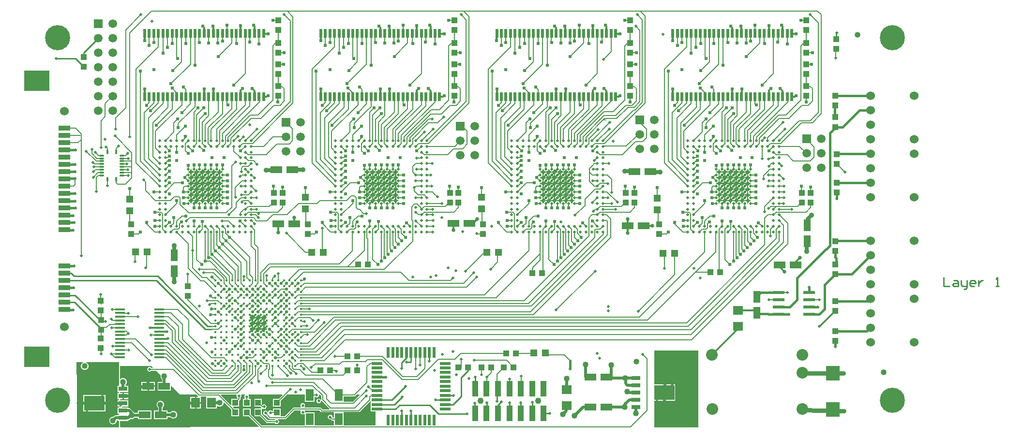
<source format=gtl>
%FSLAX24Y24*%
%MOIN*%
G70*
G01*
G75*
G04 Layer_Physical_Order=1*
G04 Layer_Color=255*
%ADD10R,0.0394X0.0433*%
%ADD11C,0.0197*%
%ADD12C,0.0177*%
%ADD13R,0.0394X0.1083*%
%ADD14C,0.0400*%
%ADD15R,0.0945X0.1024*%
%ADD16R,0.0709X0.0630*%
%ADD17R,0.0433X0.0394*%
%ADD18R,0.0669X0.0177*%
%ADD19R,0.0669X0.0177*%
%ADD20R,0.0197X0.0591*%
%ADD21R,0.0748X0.0197*%
%ADD22R,0.0197X0.0748*%
%ADD23R,0.0551X0.0787*%
%ADD24R,0.0807X0.0236*%
%ADD25O,0.0110X0.0394*%
%ADD26O,0.0394X0.0110*%
%ADD27R,0.0827X0.0354*%
%ADD28R,0.0827X0.0354*%
%ADD29R,0.1732X0.1441*%
%ADD30R,0.0600X0.0300*%
%ADD31R,0.1400X0.1000*%
%ADD32R,0.0630X0.0709*%
%ADD33R,0.0787X0.0472*%
%ADD34R,0.0472X0.0787*%
%ADD35R,0.0512X0.0512*%
%ADD36C,0.0070*%
%ADD37C,0.0060*%
%ADD38C,0.0160*%
%ADD39C,0.0090*%
%ADD40C,0.0100*%
%ADD41C,0.0120*%
%ADD42C,0.0300*%
%ADD43C,0.0250*%
%ADD44C,0.0200*%
%ADD45C,0.0591*%
%ADD46R,0.0591X0.0591*%
%ADD47C,0.0433*%
%ADD48C,0.0800*%
%ADD49C,0.1732*%
%ADD50C,0.1732*%
%ADD51C,0.0600*%
%ADD52C,0.0200*%
%ADD53C,0.0212*%
%ADD54C,0.0240*%
%ADD55C,0.0350*%
%ADD56C,0.0250*%
G36*
X66634Y30612D02*
X63602D01*
Y32471D01*
X63661D01*
X64256Y33067D01*
D01*
X64256Y33067D01*
X64256Y33067D01*
D01*
X64781Y33591D01*
X63602D01*
Y35925D01*
X66634D01*
Y30612D01*
D02*
G37*
G36*
X43311Y32857D02*
X42834Y32380D01*
X42198D01*
Y32401D01*
X42198D01*
Y32757D01*
X42933D01*
X42970Y32765D01*
X43002Y32786D01*
X43119Y32904D01*
X43292D01*
X43311Y32857D01*
D02*
G37*
G36*
X34849Y32857D02*
X34837Y32795D01*
X34849Y32733D01*
X34885Y32680D01*
X34903Y32668D01*
Y32619D01*
X34884Y32599D01*
X34487D01*
Y32172D01*
X34441Y32153D01*
X33745Y32849D01*
X33764Y32895D01*
X34817D01*
X34849Y32857D01*
D02*
G37*
G36*
X36945Y38351D02*
X36845Y38250D01*
X36851Y38246D01*
X36909Y38234D01*
Y38144D01*
X36851Y38132D01*
X36802Y38099D01*
X36769Y38050D01*
X36758Y37992D01*
X36769Y37934D01*
X36774Y37927D01*
X36874Y38028D01*
X36945Y37957D01*
X36845Y37857D01*
X36851Y37852D01*
X36909Y37841D01*
Y37750D01*
X36851Y37738D01*
X36802Y37706D01*
X36769Y37656D01*
X36758Y37598D01*
X36769Y37540D01*
X36774Y37534D01*
X36874Y37634D01*
X36945Y37563D01*
X36845Y37463D01*
X36851Y37458D01*
X36909Y37447D01*
Y37356D01*
X36851Y37345D01*
X36802Y37312D01*
X36769Y37263D01*
X36758Y37205D01*
X36758Y37205D01*
X36758D01*
X36758Y37205D01*
X36667D01*
X36667Y37205D01*
X36656Y37263D01*
X36651Y37269D01*
X36551Y37169D01*
X36480Y37240D01*
X36580Y37340D01*
X36574Y37345D01*
X36516Y37356D01*
X36458Y37345D01*
X36409Y37312D01*
X36376Y37263D01*
X36364Y37205D01*
X36364Y37205D01*
X36364D01*
X36364Y37205D01*
X36274D01*
X36274Y37205D01*
X36262Y37263D01*
X36257Y37269D01*
X36157Y37169D01*
X36087Y37240D01*
X36187Y37340D01*
X36180Y37345D01*
X36122Y37356D01*
X36064Y37345D01*
X36015Y37312D01*
X35982Y37263D01*
X35971Y37205D01*
X35971Y37205D01*
X35971D01*
X35971Y37205D01*
X35880D01*
X35880Y37205D01*
X35868Y37263D01*
X35864Y37269D01*
X35764Y37169D01*
X35693Y37240D01*
X35793Y37340D01*
X35786Y37345D01*
X35728Y37356D01*
D01*
D01*
D01*
D01*
D01*
X35728Y37356D01*
D01*
D01*
D01*
D01*
X35728Y37356D01*
X35728Y37356D01*
Y37447D01*
X35728Y37447D01*
X35786Y37458D01*
X35835Y37491D01*
X35868Y37540D01*
X35880Y37598D01*
X35868Y37656D01*
X35864Y37663D01*
X35764Y37563D01*
X35693Y37634D01*
X35793Y37734D01*
X35786Y37738D01*
X35728Y37750D01*
D01*
D01*
D01*
D01*
D01*
X35728Y37750D01*
D01*
D01*
D01*
D01*
X35728Y37750D01*
X35728Y37750D01*
Y37841D01*
X35728Y37841D01*
X35786Y37852D01*
X35835Y37885D01*
X35868Y37934D01*
X35880Y37992D01*
X35868Y38050D01*
X35864Y38057D01*
X35764Y37957D01*
X35693Y38027D01*
X35793Y38128D01*
X35786Y38132D01*
X35728Y38144D01*
D01*
D01*
D01*
D01*
D01*
X35728Y38144D01*
D01*
D01*
D01*
D01*
X35728Y38144D01*
X35728Y38144D01*
Y38234D01*
X35728Y38234D01*
X35786Y38246D01*
X35835Y38279D01*
X35868Y38328D01*
X35880Y38386D01*
X35971D01*
X35982Y38328D01*
X35987Y38321D01*
X36087Y38421D01*
X36157Y38351D01*
X36057Y38250D01*
X36064Y38246D01*
X36122Y38234D01*
X36180Y38246D01*
X36229Y38279D01*
X36262Y38328D01*
X36274Y38386D01*
X36364D01*
X36376Y38328D01*
X36380Y38321D01*
X36480Y38421D01*
X36551Y38351D01*
X36451Y38250D01*
X36458Y38246D01*
X36516Y38234D01*
X36574Y38246D01*
X36623Y38279D01*
X36656Y38328D01*
X36667Y38386D01*
X36758D01*
X36769Y38328D01*
X36774Y38321D01*
X36874Y38421D01*
X36945Y38351D01*
D02*
G37*
G36*
X29059Y34769D02*
X29040Y34723D01*
X28966D01*
X28954Y34741D01*
X28901Y34777D01*
X28839Y34789D01*
X28776Y34777D01*
X28723Y34741D01*
X28688Y34688D01*
X28675Y34626D01*
X28688Y34564D01*
X28723Y34511D01*
X28776Y34475D01*
X28839Y34463D01*
X28901Y34475D01*
X28954Y34511D01*
X28966Y34529D01*
X29298D01*
X29599Y34227D01*
X29590Y34163D01*
X29599Y34096D01*
X29625Y34032D01*
X29667Y33978D01*
X29689Y33961D01*
Y33761D01*
X29389D01*
Y33168D01*
X30296D01*
Y33461D01*
X30342Y33480D01*
X30917Y32904D01*
X32058D01*
X32168Y32794D01*
X32181Y32785D01*
X32166Y32737D01*
X32058D01*
Y32373D01*
X32383D01*
Y32730D01*
X32383Y32730D01*
D01*
D01*
X32383Y32737D01*
D01*
X32411Y32765D01*
X32735D01*
Y32737D01*
X32735D01*
Y31909D01*
X33485D01*
Y32072D01*
X33530Y32094D01*
X33540Y32086D01*
X33603Y32060D01*
X33671Y32051D01*
X33739Y32060D01*
X33802Y32086D01*
X33857Y32128D01*
X33898Y32182D01*
X33925Y32245D01*
X33933Y32313D01*
X33933Y32320D01*
X33977Y32342D01*
X34487Y31832D01*
Y31377D01*
X35001D01*
Y31930D01*
X34664D01*
X34594Y32000D01*
X34613Y32046D01*
X35001D01*
Y32443D01*
X35068Y32510D01*
X35089Y32542D01*
X35097Y32579D01*
Y32668D01*
X35115Y32680D01*
X35151Y32733D01*
X35163Y32795D01*
X35151Y32858D01*
X35150Y32859D01*
X35173Y32904D01*
X35408D01*
X35422Y32856D01*
X35416Y32852D01*
X35381Y32799D01*
X35368Y32736D01*
X35381Y32674D01*
X35401Y32643D01*
X35377Y32599D01*
X35275D01*
Y32046D01*
X35788D01*
Y32599D01*
X35686D01*
X35662Y32643D01*
X35682Y32674D01*
X35695Y32736D01*
X35682Y32799D01*
X35647Y32852D01*
X35641Y32856D01*
X35655Y32904D01*
X37977D01*
X37996Y32857D01*
X37738Y32599D01*
X37342D01*
Y32046D01*
X37855D01*
Y32443D01*
X38316Y32904D01*
X39527D01*
Y32401D01*
X40198D01*
Y32711D01*
X40213Y32721D01*
X40242Y32737D01*
X40292Y32704D01*
X40354Y32691D01*
X40417Y32704D01*
X40470Y32739D01*
X40505Y32792D01*
X40517Y32854D01*
X40516Y32862D01*
X40560Y32886D01*
X40671Y32775D01*
Y32548D01*
X40623Y32533D01*
X40607Y32556D01*
X40555Y32592D01*
X40492Y32604D01*
X40430Y32592D01*
X40377Y32556D01*
X40341Y32503D01*
X40329Y32441D01*
X40341Y32379D01*
X40377Y32326D01*
X40430Y32290D01*
X40492Y32278D01*
X40555Y32290D01*
X40607Y32326D01*
X40643Y32379D01*
X40654Y32434D01*
X40702Y32449D01*
X41236Y31915D01*
X41217Y31869D01*
X40749D01*
X40659Y31958D01*
X40628Y31979D01*
X40591Y31987D01*
X39542D01*
X39519Y32031D01*
X39540Y32064D01*
X39553Y32126D01*
X39540Y32188D01*
X39505Y32241D01*
X39452Y32277D01*
X39390Y32289D01*
X39327Y32277D01*
X39274Y32241D01*
X39239Y32188D01*
X39227Y32126D01*
X39239Y32064D01*
X39261Y32031D01*
X39237Y31987D01*
X38780D01*
X38742Y31979D01*
X38711Y31958D01*
X38152Y31399D01*
X37855D01*
Y31930D01*
X37342D01*
Y31750D01*
X37279D01*
X37228Y31785D01*
X37165Y31797D01*
X37103Y31785D01*
X37050Y31749D01*
X37016Y31699D01*
X37001D01*
X36961Y31707D01*
X36946Y31730D01*
X36893Y31765D01*
X36831Y31777D01*
X36768Y31765D01*
X36715Y31730D01*
X36680Y31677D01*
X36668Y31614D01*
X36680Y31552D01*
X36715Y31499D01*
X36768Y31463D01*
X36831Y31451D01*
X36853Y31455D01*
X37074Y31234D01*
X37106Y31213D01*
X37143Y31205D01*
X37496D01*
X37511Y31157D01*
X37483Y31139D01*
X37471Y31120D01*
X36989D01*
X36576Y31534D01*
Y31904D01*
X36591Y31914D01*
X36620Y31930D01*
X36670Y31897D01*
X36732Y31884D01*
X36795Y31897D01*
X36848Y31932D01*
X36883Y31985D01*
X36895Y32047D01*
X36883Y32110D01*
X36848Y32163D01*
X36795Y32198D01*
X36732Y32210D01*
X36670Y32198D01*
X36617Y32163D01*
X36616Y32163D01*
X36576Y32203D01*
Y32599D01*
X36062D01*
Y32046D01*
X36458D01*
X36526Y31979D01*
X36527Y31978D01*
X36513Y31930D01*
X36062D01*
Y31377D01*
X36458D01*
X36880Y30955D01*
X36912Y30934D01*
X36949Y30927D01*
X37471D01*
X37483Y30908D01*
X37536Y30873D01*
X37598Y30860D01*
X37661Y30873D01*
X37714Y30908D01*
X37749Y30961D01*
X37762Y31024D01*
X37749Y31086D01*
X37714Y31139D01*
X37686Y31157D01*
X37701Y31205D01*
X38192D01*
X38229Y31213D01*
X38260Y31234D01*
X38820Y31793D01*
X39224D01*
X39248Y31749D01*
X39239Y31736D01*
X39227Y31673D01*
X39239Y31611D01*
X39274Y31558D01*
X39327Y31523D01*
X39390Y31510D01*
X39452Y31523D01*
X39483Y31543D01*
X39527Y31519D01*
Y30747D01*
D01*
Y30747D01*
X39521Y30742D01*
X36580D01*
X35788Y31534D01*
Y31930D01*
X35275D01*
Y31377D01*
X35671D01*
X36359Y30689D01*
X36340Y30643D01*
X26833Y30640D01*
D01*
Y30640D01*
X26833D01*
D01*
D01*
X26797Y30675D01*
X26797Y30675D01*
Y31073D01*
X27368D01*
Y31127D01*
X27425Y31139D01*
X27478Y31174D01*
X27511Y31207D01*
X27521Y31203D01*
X27589Y31194D01*
X27656Y31203D01*
X27720Y31230D01*
X27774Y31271D01*
X27791Y31294D01*
X28050D01*
Y31200D01*
X28958D01*
Y31792D01*
X28050D01*
Y31620D01*
X27791D01*
X27774Y31642D01*
X27743Y31666D01*
X27739Y31686D01*
X27704Y31739D01*
X27544Y31899D01*
X27492Y31934D01*
X27429Y31947D01*
X27368D01*
Y31993D01*
X26972D01*
X26927Y32039D01*
Y32040D01*
X26927D01*
X26927Y32040D01*
X26927D01*
X26927D01*
X26960Y32073D01*
X27368D01*
Y32493D01*
X26797D01*
Y32573D01*
X26958D01*
Y32783D01*
Y32993D01*
X26797D01*
Y33073D01*
X27368D01*
Y33493D01*
X27171D01*
Y33567D01*
X27193Y33584D01*
X27235Y33639D01*
X27261Y33702D01*
X27270Y33770D01*
X27261Y33838D01*
X27235Y33901D01*
X27193Y33955D01*
X27139Y33997D01*
X27076Y34023D01*
X27008Y34032D01*
X26940Y34023D01*
X26877Y33997D01*
X26842Y33970D01*
X26797Y33992D01*
Y34862D01*
X28966D01*
X29059Y34769D01*
D02*
G37*
G36*
X26732Y34862D02*
Y33992D01*
Y33493D01*
X26648D01*
Y33073D01*
X26732D01*
Y32993D01*
X26648D01*
Y32573D01*
X26732D01*
Y32493D01*
X26648D01*
Y32073D01*
X26727D01*
X26973Y32319D01*
X27043Y32248D01*
X26915Y32120D01*
X26914Y32119D01*
Y32119D01*
X26914D01*
X26881Y32086D01*
X26880Y32085D01*
X26869Y32073D01*
X26732D01*
Y31993D01*
X26648D01*
Y31573D01*
X26732D01*
Y31493D01*
X26648D01*
Y31447D01*
X26502D01*
X26440Y31434D01*
X26387Y31399D01*
X26347Y31359D01*
X26319Y31363D01*
X26251Y31354D01*
X26188Y31328D01*
X26133Y31286D01*
X26092Y31232D01*
X26066Y31168D01*
X26057Y31100D01*
X26066Y31033D01*
X26092Y30969D01*
X26133Y30915D01*
X26188Y30873D01*
X26251Y30847D01*
X26319Y30838D01*
X26387Y30847D01*
X26450Y30873D01*
X26504Y30915D01*
X26546Y30969D01*
X26572Y31033D01*
X26581Y31100D01*
X26599Y31120D01*
X26648D01*
Y31073D01*
X26732D01*
Y30675D01*
Y30612D01*
X23829D01*
Y34252D01*
X23829Y34252D01*
X23819Y34254D01*
Y35128D01*
X24252D01*
X24261Y35079D01*
X24239Y35070D01*
X24185Y35028D01*
X24143Y34974D01*
X24117Y34910D01*
X24108Y34843D01*
X24117Y34775D01*
X24143Y34711D01*
X24185Y34657D01*
X24239Y34615D01*
X24302Y34589D01*
X24370Y34580D01*
X24438Y34589D01*
X24501Y34615D01*
X24556Y34657D01*
X24597Y34711D01*
X24623Y34775D01*
X24632Y34843D01*
X24623Y34910D01*
X24597Y34974D01*
X24556Y35028D01*
X24501Y35070D01*
X24479Y35079D01*
X24489Y35128D01*
X26732D01*
Y34862D01*
D02*
G37*
G36*
X40640Y31703D02*
X40672Y31682D01*
X40709Y31675D01*
X41491D01*
X41527Y31639D01*
Y31298D01*
X41474D01*
X41442Y31336D01*
X41443Y31339D01*
X41430Y31401D01*
X41395Y31454D01*
X41342Y31489D01*
X41280Y31502D01*
X41217Y31489D01*
X41164Y31454D01*
X41129Y31401D01*
X41116Y31339D01*
X41129Y31276D01*
X41164Y31223D01*
X41217Y31188D01*
X41280Y31175D01*
X41301Y31180D01*
X41349Y31132D01*
X41380Y31111D01*
X41417Y31104D01*
X41527D01*
Y30777D01*
X41527Y30777D01*
X41527D01*
X41527Y30747D01*
X41521Y30742D01*
X40198D01*
Y30747D01*
X40198D01*
Y31654D01*
X39568D01*
X39553Y31673D01*
X39540Y31736D01*
X39505Y31789D01*
X39506Y31793D01*
X40550D01*
X40640Y31703D01*
D02*
G37*
G36*
X69091Y48390D02*
X68983Y48283D01*
X68993Y48276D01*
X69055Y48264D01*
X69117Y48276D01*
X69169Y48311D01*
X69204Y48363D01*
X69217Y48425D01*
X69287D01*
X69300Y48363D01*
X69335Y48311D01*
X69387Y48276D01*
X69449Y48264D01*
X69511Y48276D01*
X69563Y48311D01*
X69598Y48363D01*
X69610Y48425D01*
X69681D01*
X69693Y48363D01*
X69728Y48311D01*
X69781Y48276D01*
X69843Y48264D01*
X69904Y48276D01*
X69957Y48311D01*
X69992Y48363D01*
X70004Y48425D01*
X70075D01*
X70087Y48363D01*
X70122Y48311D01*
X70174Y48276D01*
X70236Y48264D01*
X70236Y48264D01*
Y48264D01*
X70236Y48264D01*
Y48193D01*
X70236Y48193D01*
X70174Y48181D01*
X70122Y48146D01*
X70087Y48093D01*
X70075Y48031D01*
X70087Y47970D01*
X70122Y47917D01*
X70174Y47882D01*
X70236Y47870D01*
X70236Y47870D01*
Y47870D01*
X70236Y47870D01*
Y47799D01*
X70236Y47799D01*
X70174Y47787D01*
X70122Y47752D01*
X70087Y47700D01*
X70075Y47638D01*
X70087Y47576D01*
X70122Y47524D01*
X70174Y47489D01*
X70236Y47476D01*
X70236Y47476D01*
Y47476D01*
X70236Y47476D01*
Y47406D01*
X70236Y47406D01*
X70174Y47393D01*
X70122Y47358D01*
X70087Y47306D01*
X70075Y47244D01*
X70087Y47182D01*
X70122Y47130D01*
X70174Y47095D01*
X70236Y47083D01*
X70236Y47083D01*
Y47083D01*
X70236Y47083D01*
Y47012D01*
X70236Y47012D01*
X70174Y47000D01*
X70122Y46965D01*
X70087Y46912D01*
X70075Y46850D01*
X70087Y46789D01*
X70122Y46736D01*
X70174Y46701D01*
X70236Y46689D01*
X70236Y46689D01*
Y46689D01*
X70236Y46689D01*
Y46618D01*
X70236Y46618D01*
X70174Y46606D01*
X70122Y46571D01*
X70087Y46519D01*
X70075Y46457D01*
X70087Y46395D01*
X70122Y46342D01*
X70174Y46307D01*
X70236Y46295D01*
X70236Y46295D01*
Y46295D01*
X70236Y46295D01*
Y46225D01*
X70236Y46225D01*
X70174Y46212D01*
X70122Y46177D01*
X70087Y46125D01*
X70075Y46063D01*
X70004D01*
X69992Y46125D01*
X69957Y46177D01*
X69904Y46212D01*
X69843Y46225D01*
X69781Y46212D01*
X69728Y46177D01*
X69693Y46125D01*
X69681Y46063D01*
X69610D01*
X69598Y46125D01*
X69563Y46177D01*
X69511Y46212D01*
X69449Y46225D01*
X69387Y46212D01*
X69335Y46177D01*
X69300Y46125D01*
X69287Y46063D01*
X69217D01*
X69204Y46125D01*
X69169Y46177D01*
X69117Y46212D01*
X69055Y46225D01*
X68993Y46212D01*
X68941Y46177D01*
X68906Y46125D01*
X68894Y46063D01*
X68823D01*
X68811Y46125D01*
X68776Y46177D01*
X68723Y46212D01*
X68661Y46225D01*
X68600Y46212D01*
X68547Y46177D01*
X68512Y46125D01*
X68500Y46063D01*
X68429D01*
X68417Y46125D01*
X68410Y46135D01*
X68303Y46028D01*
X68232Y46098D01*
X68340Y46206D01*
X68330Y46212D01*
X68268Y46225D01*
X68206Y46212D01*
X68153Y46177D01*
X68118Y46125D01*
X68106Y46063D01*
X68036D01*
X68023Y46125D01*
X67988Y46177D01*
X67936Y46212D01*
X67874Y46225D01*
Y46295D01*
X67936Y46307D01*
X67988Y46342D01*
X68023Y46395D01*
X68036Y46457D01*
X68023Y46519D01*
X67988Y46571D01*
X67936Y46606D01*
X67874Y46618D01*
Y46689D01*
X67936Y46701D01*
X67988Y46736D01*
X68023Y46789D01*
X68036Y46850D01*
X68023Y46912D01*
X67988Y46965D01*
X67936Y47000D01*
X67874Y47012D01*
Y47083D01*
X67936Y47095D01*
X67988Y47130D01*
X68023Y47182D01*
X68036Y47244D01*
X68023Y47306D01*
X67988Y47358D01*
X67936Y47393D01*
X67874Y47406D01*
Y47476D01*
X67936Y47489D01*
X67988Y47524D01*
X68023Y47576D01*
X68036Y47638D01*
X68023Y47700D01*
X67988Y47752D01*
X67936Y47787D01*
X67874Y47799D01*
Y47870D01*
X67936Y47882D01*
X67988Y47917D01*
X68023Y47970D01*
X68036Y48031D01*
X68023Y48093D01*
X67988Y48146D01*
X67936Y48181D01*
X67874Y48193D01*
Y48264D01*
X67936Y48276D01*
X67988Y48311D01*
X68023Y48363D01*
X68036Y48425D01*
X68106D01*
X68118Y48363D01*
X68153Y48311D01*
X68206Y48276D01*
X68268Y48264D01*
X68330Y48276D01*
X68382Y48311D01*
X68417Y48363D01*
X68429Y48425D01*
X68500D01*
X68512Y48363D01*
X68547Y48311D01*
X68600Y48276D01*
X68661Y48264D01*
X68723Y48276D01*
X68776Y48311D01*
X68811Y48363D01*
X68823Y48425D01*
X68894D01*
X68906Y48363D01*
X68913Y48353D01*
X69020Y48461D01*
X69091Y48390D01*
D02*
G37*
G36*
X44074Y32415D02*
Y32361D01*
Y32046D01*
Y31731D01*
X44400D01*
Y30742D01*
X42198D01*
Y30742D01*
Y30747D01*
X42198Y30777D01*
X42198D01*
D01*
Y30777D01*
X42198D01*
D01*
Y31639D01*
X42198Y31639D01*
D01*
D01*
X42198Y31654D01*
D01*
X42218Y31675D01*
X43228D01*
X43265Y31682D01*
X43297Y31703D01*
X44028Y32434D01*
X44074Y32415D01*
D02*
G37*
G36*
X32713Y48390D02*
X32605Y48283D01*
X32615Y48276D01*
X32677Y48264D01*
X32739Y48276D01*
X32791Y48311D01*
X32826Y48363D01*
X32839Y48425D01*
X32909D01*
X32922Y48363D01*
X32957Y48311D01*
X33009Y48276D01*
X33071Y48264D01*
X33133Y48276D01*
X33185Y48311D01*
X33220Y48363D01*
X33232Y48425D01*
X33303D01*
X33315Y48363D01*
X33350Y48311D01*
X33403Y48276D01*
X33465Y48264D01*
X33526Y48276D01*
X33579Y48311D01*
X33614Y48363D01*
X33626Y48425D01*
X33697D01*
X33709Y48363D01*
X33744Y48311D01*
X33796Y48276D01*
X33858Y48264D01*
Y48193D01*
X33796Y48181D01*
X33744Y48146D01*
X33709Y48093D01*
X33697Y48031D01*
X33709Y47970D01*
X33744Y47917D01*
X33796Y47882D01*
X33858Y47870D01*
Y47799D01*
X33796Y47787D01*
X33744Y47752D01*
X33709Y47700D01*
X33697Y47638D01*
X33709Y47576D01*
X33744Y47524D01*
X33796Y47489D01*
X33858Y47476D01*
Y47406D01*
X33796Y47393D01*
X33744Y47358D01*
X33709Y47306D01*
X33697Y47244D01*
X33709Y47182D01*
X33744Y47130D01*
X33796Y47095D01*
X33858Y47083D01*
Y47012D01*
X33796Y47000D01*
X33744Y46965D01*
X33709Y46912D01*
X33697Y46850D01*
X33709Y46789D01*
X33744Y46736D01*
X33796Y46701D01*
X33858Y46689D01*
Y46618D01*
X33796Y46606D01*
X33744Y46571D01*
X33709Y46519D01*
X33697Y46457D01*
X33709Y46395D01*
X33744Y46342D01*
X33796Y46307D01*
X33858Y46295D01*
Y46225D01*
X33796Y46212D01*
X33744Y46177D01*
X33709Y46125D01*
X33697Y46063D01*
X33626D01*
X33614Y46125D01*
X33579Y46177D01*
X33526Y46212D01*
X33465Y46225D01*
X33403Y46212D01*
X33350Y46177D01*
X33315Y46125D01*
X33303Y46063D01*
X33232D01*
X33220Y46125D01*
X33185Y46177D01*
X33133Y46212D01*
X33071Y46225D01*
X33009Y46212D01*
X32957Y46177D01*
X32922Y46125D01*
X32909Y46063D01*
X32839D01*
X32826Y46125D01*
X32791Y46177D01*
X32739Y46212D01*
X32677Y46225D01*
X32615Y46212D01*
X32563Y46177D01*
X32528Y46125D01*
X32516Y46063D01*
X32445D01*
X32433Y46125D01*
X32398Y46177D01*
X32345Y46212D01*
X32283Y46225D01*
X32222Y46212D01*
X32169Y46177D01*
X32134Y46125D01*
X32122Y46063D01*
X32051D01*
X32039Y46125D01*
X32032Y46135D01*
X31925Y46028D01*
X31854Y46098D01*
X31962Y46206D01*
X31952Y46212D01*
X31890Y46225D01*
X31828Y46212D01*
X31776Y46177D01*
X31741Y46125D01*
X31728Y46063D01*
X31658D01*
X31645Y46125D01*
X31610Y46177D01*
X31558Y46212D01*
X31496Y46225D01*
Y46295D01*
X31558Y46307D01*
X31610Y46342D01*
X31645Y46395D01*
X31658Y46457D01*
X31645Y46519D01*
X31610Y46571D01*
X31558Y46606D01*
X31496Y46618D01*
Y46689D01*
X31558Y46701D01*
X31610Y46736D01*
X31645Y46789D01*
X31658Y46850D01*
X31645Y46912D01*
X31610Y46965D01*
X31558Y47000D01*
X31496Y47012D01*
Y47083D01*
X31558Y47095D01*
X31610Y47130D01*
X31645Y47182D01*
X31658Y47244D01*
X31645Y47306D01*
X31610Y47358D01*
X31558Y47393D01*
X31496Y47406D01*
Y47476D01*
X31558Y47489D01*
X31610Y47524D01*
X31645Y47576D01*
X31658Y47638D01*
X31645Y47700D01*
X31610Y47752D01*
X31558Y47787D01*
X31496Y47799D01*
Y47870D01*
X31558Y47882D01*
X31610Y47917D01*
X31645Y47970D01*
X31658Y48031D01*
X31645Y48093D01*
X31610Y48146D01*
X31558Y48181D01*
X31496Y48193D01*
Y48264D01*
X31558Y48276D01*
X31610Y48311D01*
X31645Y48363D01*
X31658Y48425D01*
X31728D01*
X31741Y48363D01*
X31776Y48311D01*
X31828Y48276D01*
X31890Y48264D01*
X31952Y48276D01*
X32004Y48311D01*
X32039Y48363D01*
X32051Y48425D01*
X32122D01*
X32134Y48363D01*
X32169Y48311D01*
X32222Y48276D01*
X32283Y48264D01*
X32345Y48276D01*
X32398Y48311D01*
X32433Y48363D01*
X32445Y48425D01*
X32516D01*
X32528Y48363D01*
X32535Y48353D01*
X32642Y48461D01*
X32713Y48390D01*
D02*
G37*
G36*
X56965D02*
X56857Y48283D01*
X56867Y48276D01*
X56929Y48264D01*
X56991Y48276D01*
X57043Y48311D01*
X57078Y48363D01*
X57091Y48425D01*
X57161D01*
X57174Y48363D01*
X57209Y48311D01*
X57261Y48276D01*
X57323Y48264D01*
X57385Y48276D01*
X57437Y48311D01*
X57472Y48363D01*
X57484Y48425D01*
X57555D01*
X57567Y48363D01*
X57602Y48311D01*
X57655Y48276D01*
X57717Y48264D01*
X57778Y48276D01*
X57831Y48311D01*
X57866Y48363D01*
X57878Y48425D01*
X57949D01*
X57961Y48363D01*
X57996Y48311D01*
X58048Y48276D01*
X58110Y48264D01*
Y48193D01*
X58048Y48181D01*
X57996Y48146D01*
X57961Y48093D01*
X57949Y48031D01*
X57961Y47970D01*
X57996Y47917D01*
X58048Y47882D01*
X58110Y47870D01*
Y47799D01*
X58048Y47787D01*
X57996Y47752D01*
X57961Y47700D01*
X57949Y47638D01*
X57961Y47576D01*
X57996Y47524D01*
X58048Y47489D01*
X58110Y47476D01*
Y47406D01*
X58048Y47393D01*
X57996Y47358D01*
X57961Y47306D01*
X57949Y47244D01*
X57961Y47182D01*
X57996Y47130D01*
X58048Y47095D01*
X58110Y47083D01*
Y47012D01*
X58048Y47000D01*
X57996Y46965D01*
X57961Y46912D01*
X57949Y46850D01*
X57961Y46789D01*
X57996Y46736D01*
X58048Y46701D01*
X58110Y46689D01*
Y46618D01*
X58048Y46606D01*
X57996Y46571D01*
X57961Y46519D01*
X57949Y46457D01*
X57961Y46395D01*
X57996Y46342D01*
X58048Y46307D01*
X58110Y46295D01*
Y46225D01*
X58048Y46212D01*
X57996Y46177D01*
X57961Y46125D01*
X57949Y46063D01*
X57878D01*
X57866Y46125D01*
X57831Y46177D01*
X57778Y46212D01*
X57717Y46225D01*
X57655Y46212D01*
X57602Y46177D01*
X57567Y46125D01*
X57555Y46063D01*
X57484D01*
X57472Y46125D01*
X57437Y46177D01*
X57385Y46212D01*
X57323Y46225D01*
X57261Y46212D01*
X57209Y46177D01*
X57174Y46125D01*
X57161Y46063D01*
X57091D01*
X57078Y46125D01*
X57043Y46177D01*
X56991Y46212D01*
X56929Y46225D01*
X56867Y46212D01*
X56815Y46177D01*
X56780Y46125D01*
X56768Y46063D01*
X56697D01*
X56685Y46125D01*
X56650Y46177D01*
X56597Y46212D01*
X56535Y46225D01*
X56474Y46212D01*
X56421Y46177D01*
X56386Y46125D01*
X56374Y46063D01*
X56303D01*
X56291Y46125D01*
X56284Y46135D01*
X56177Y46028D01*
X56106Y46098D01*
X56214Y46206D01*
X56204Y46212D01*
X56142Y46225D01*
X56080Y46212D01*
X56028Y46177D01*
X55992Y46125D01*
X55980Y46063D01*
X55910D01*
X55897Y46125D01*
X55862Y46177D01*
X55810Y46212D01*
X55748Y46225D01*
Y46295D01*
X55810Y46307D01*
X55862Y46342D01*
X55897Y46395D01*
X55910Y46457D01*
X55897Y46519D01*
X55862Y46571D01*
X55810Y46606D01*
X55748Y46618D01*
Y46689D01*
X55810Y46701D01*
X55862Y46736D01*
X55897Y46789D01*
X55910Y46850D01*
X55897Y46912D01*
X55862Y46965D01*
X55810Y47000D01*
X55748Y47012D01*
Y47083D01*
X55810Y47095D01*
X55862Y47130D01*
X55897Y47182D01*
X55910Y47244D01*
X55897Y47306D01*
X55862Y47358D01*
X55810Y47393D01*
X55748Y47406D01*
Y47476D01*
X55810Y47489D01*
X55862Y47524D01*
X55897Y47576D01*
X55910Y47638D01*
X55897Y47700D01*
X55862Y47752D01*
X55810Y47787D01*
X55748Y47799D01*
Y47870D01*
X55810Y47882D01*
X55862Y47917D01*
X55897Y47970D01*
X55910Y48031D01*
X55897Y48093D01*
X55862Y48146D01*
X55810Y48181D01*
X55748Y48193D01*
Y48264D01*
X55810Y48276D01*
X55862Y48311D01*
X55897Y48363D01*
X55910Y48425D01*
X55980D01*
X55992Y48363D01*
X56028Y48311D01*
X56080Y48276D01*
X56142Y48264D01*
X56204Y48276D01*
X56256Y48311D01*
X56291Y48363D01*
X56303Y48425D01*
X56374D01*
X56386Y48363D01*
X56421Y48311D01*
X56474Y48276D01*
X56535Y48264D01*
X56597Y48276D01*
X56650Y48311D01*
X56685Y48363D01*
X56697Y48425D01*
X56768D01*
X56780Y48363D01*
X56787Y48353D01*
X56894Y48461D01*
X56965Y48390D01*
D02*
G37*
G36*
X44839D02*
X44731Y48283D01*
X44741Y48276D01*
X44803Y48264D01*
X44865Y48276D01*
X44917Y48311D01*
X44952Y48363D01*
X44965Y48425D01*
X45035D01*
X45048Y48363D01*
X45083Y48311D01*
X45135Y48276D01*
X45197Y48264D01*
X45259Y48276D01*
X45311Y48311D01*
X45346Y48363D01*
X45358Y48425D01*
X45429D01*
X45441Y48363D01*
X45476Y48311D01*
X45529Y48276D01*
X45591Y48264D01*
X45652Y48276D01*
X45705Y48311D01*
X45740Y48363D01*
X45752Y48425D01*
X45823D01*
X45835Y48363D01*
X45870Y48311D01*
X45922Y48276D01*
X45984Y48264D01*
Y48193D01*
X45922Y48181D01*
X45870Y48146D01*
X45835Y48093D01*
X45823Y48031D01*
X45835Y47970D01*
X45870Y47917D01*
X45922Y47882D01*
X45984Y47870D01*
Y47799D01*
X45922Y47787D01*
X45870Y47752D01*
X45835Y47700D01*
X45823Y47638D01*
X45835Y47576D01*
X45870Y47524D01*
X45922Y47489D01*
X45984Y47476D01*
Y47406D01*
X45922Y47393D01*
X45870Y47358D01*
X45835Y47306D01*
X45823Y47244D01*
X45835Y47182D01*
X45870Y47130D01*
X45922Y47095D01*
X45984Y47083D01*
Y47012D01*
X45922Y47000D01*
X45870Y46965D01*
X45835Y46912D01*
X45823Y46850D01*
X45835Y46789D01*
X45870Y46736D01*
X45922Y46701D01*
X45984Y46689D01*
Y46618D01*
X45922Y46606D01*
X45870Y46571D01*
X45835Y46519D01*
X45823Y46457D01*
X45835Y46395D01*
X45870Y46342D01*
X45922Y46307D01*
X45984Y46295D01*
Y46225D01*
X45922Y46212D01*
X45870Y46177D01*
X45835Y46125D01*
X45823Y46063D01*
X45752D01*
X45740Y46125D01*
X45705Y46177D01*
X45652Y46212D01*
X45591Y46225D01*
X45529Y46212D01*
X45476Y46177D01*
X45441Y46125D01*
X45429Y46063D01*
X45358D01*
X45346Y46125D01*
X45311Y46177D01*
X45259Y46212D01*
X45197Y46225D01*
X45135Y46212D01*
X45083Y46177D01*
X45048Y46125D01*
X45035Y46063D01*
X44965D01*
X44952Y46125D01*
X44917Y46177D01*
X44865Y46212D01*
X44803Y46225D01*
X44741Y46212D01*
X44689Y46177D01*
X44654Y46125D01*
X44642Y46063D01*
X44571D01*
X44559Y46125D01*
X44524Y46177D01*
X44471Y46212D01*
X44409Y46225D01*
X44348Y46212D01*
X44295Y46177D01*
X44260Y46125D01*
X44248Y46063D01*
X44177D01*
X44165Y46125D01*
X44158Y46135D01*
X44051Y46028D01*
X43980Y46098D01*
X44088Y46206D01*
X44078Y46212D01*
X44016Y46225D01*
X43954Y46212D01*
X43902Y46177D01*
X43867Y46125D01*
X43854Y46063D01*
X43784D01*
X43771Y46125D01*
X43736Y46177D01*
X43684Y46212D01*
X43622Y46225D01*
Y46295D01*
X43684Y46307D01*
X43736Y46342D01*
X43771Y46395D01*
X43784Y46457D01*
X43771Y46519D01*
X43736Y46571D01*
X43684Y46606D01*
X43622Y46618D01*
Y46689D01*
X43684Y46701D01*
X43736Y46736D01*
X43771Y46789D01*
X43784Y46850D01*
X43771Y46912D01*
X43736Y46965D01*
X43684Y47000D01*
X43622Y47012D01*
Y47083D01*
X43684Y47095D01*
X43736Y47130D01*
X43771Y47182D01*
X43784Y47244D01*
X43771Y47306D01*
X43736Y47358D01*
X43684Y47393D01*
X43622Y47406D01*
Y47476D01*
X43684Y47489D01*
X43736Y47524D01*
X43771Y47576D01*
X43784Y47638D01*
X43771Y47700D01*
X43736Y47752D01*
X43684Y47787D01*
X43622Y47799D01*
Y47870D01*
X43684Y47882D01*
X43736Y47917D01*
X43771Y47970D01*
X43784Y48031D01*
X43771Y48093D01*
X43736Y48146D01*
X43684Y48181D01*
X43622Y48193D01*
Y48264D01*
X43684Y48276D01*
X43736Y48311D01*
X43771Y48363D01*
X43784Y48425D01*
X43854D01*
X43867Y48363D01*
X43902Y48311D01*
X43954Y48276D01*
X44016Y48264D01*
X44078Y48276D01*
X44130Y48311D01*
X44165Y48363D01*
X44177Y48425D01*
X44248D01*
X44260Y48363D01*
X44295Y48311D01*
X44348Y48276D01*
X44409Y48264D01*
X44471Y48276D01*
X44524Y48311D01*
X44559Y48363D01*
X44571Y48425D01*
X44642D01*
X44654Y48363D01*
X44661Y48353D01*
X44768Y48461D01*
X44839Y48390D01*
D02*
G37*
%LPC*%
G36*
X45733Y46922D02*
X45626Y46815D01*
D01*
X45626Y46815D01*
X45626Y46815D01*
D01*
X45519Y46708D01*
X45529Y46701D01*
X45591Y46689D01*
X45652Y46701D01*
X45705Y46736D01*
X45740Y46789D01*
X45752Y46850D01*
X45740Y46912D01*
X45733Y46922D01*
D02*
G37*
G36*
X56284D02*
X56177Y46815D01*
D01*
X56177Y46815D01*
X56177Y46815D01*
D01*
X56070Y46708D01*
X56080Y46701D01*
X56142Y46689D01*
X56204Y46701D01*
X56256Y46736D01*
X56291Y46789D01*
X56303Y46850D01*
X56291Y46912D01*
X56284Y46922D01*
D02*
G37*
G36*
X56678D02*
X56571Y46815D01*
D01*
X56571Y46815D01*
X56571Y46815D01*
D01*
X56464Y46708D01*
X56474Y46701D01*
X56535Y46689D01*
X56597Y46701D01*
X56650Y46736D01*
X56685Y46789D01*
X56697Y46850D01*
X56685Y46912D01*
X56678Y46922D01*
D02*
G37*
G36*
X44552D02*
X44445Y46815D01*
D01*
X44445Y46815D01*
X44445Y46815D01*
D01*
X44338Y46708D01*
X44348Y46701D01*
X44409Y46689D01*
X44471Y46701D01*
X44524Y46736D01*
X44559Y46789D01*
X44571Y46850D01*
X44559Y46912D01*
X44552Y46922D01*
D02*
G37*
G36*
X44946D02*
X44839Y46815D01*
D01*
X44839Y46815D01*
X44838Y46815D01*
D01*
X44731Y46708D01*
X44741Y46701D01*
X44803Y46689D01*
X44865Y46701D01*
X44917Y46736D01*
X44952Y46789D01*
X44965Y46850D01*
X44952Y46912D01*
X44946Y46922D01*
D02*
G37*
G36*
X45339D02*
X45232Y46815D01*
D01*
X45232Y46815D01*
X45232Y46815D01*
D01*
X45125Y46708D01*
X45135Y46701D01*
X45197Y46689D01*
X45259Y46701D01*
X45311Y46736D01*
X45346Y46789D01*
X45358Y46850D01*
X45346Y46912D01*
X45339Y46922D01*
D02*
G37*
G36*
X57072D02*
X56965Y46815D01*
D01*
X56964Y46815D01*
X56964Y46815D01*
D01*
X56857Y46708D01*
X56867Y46701D01*
X56929Y46689D01*
X56991Y46701D01*
X57043Y46736D01*
X57078Y46789D01*
X57091Y46850D01*
X57078Y46912D01*
X57072Y46922D01*
D02*
G37*
G36*
X68410D02*
X68303Y46815D01*
D01*
X68303Y46815D01*
X68303Y46815D01*
D01*
X68196Y46708D01*
X68206Y46701D01*
X68268Y46689D01*
X68330Y46701D01*
X68382Y46736D01*
X68417Y46789D01*
X68429Y46850D01*
X68417Y46912D01*
X68410Y46922D01*
D02*
G37*
G36*
X68804D02*
X68697Y46815D01*
D01*
X68697Y46815D01*
X68697Y46815D01*
D01*
X68590Y46708D01*
X68600Y46701D01*
X68661Y46689D01*
X68723Y46701D01*
X68776Y46736D01*
X68811Y46789D01*
X68823Y46850D01*
X68811Y46912D01*
X68804Y46922D01*
D02*
G37*
G36*
X69198D02*
X69091Y46815D01*
D01*
X69090Y46815D01*
X69090Y46815D01*
D01*
X68983Y46708D01*
X68993Y46701D01*
X69055Y46689D01*
X69117Y46701D01*
X69169Y46736D01*
X69204Y46789D01*
X69217Y46850D01*
X69204Y46912D01*
X69198Y46922D01*
D02*
G37*
G36*
X56929Y46618D02*
X56867Y46606D01*
X56815Y46571D01*
X56780Y46519D01*
X56768Y46457D01*
X56780Y46395D01*
X56787Y46385D01*
X56894Y46492D01*
D01*
X56894Y46492D01*
X56894Y46492D01*
D01*
X57001Y46599D01*
X56991Y46606D01*
X56929Y46618D01*
D02*
G37*
G36*
X57465Y46922D02*
X57358Y46815D01*
D01*
X57358Y46815D01*
X57358Y46815D01*
D01*
X57251Y46708D01*
X57261Y46701D01*
X57323Y46689D01*
X57385Y46701D01*
X57437Y46736D01*
X57472Y46789D01*
X57484Y46850D01*
X57472Y46912D01*
X57465Y46922D01*
D02*
G37*
G36*
X57859D02*
X57752Y46815D01*
D01*
X57752Y46815D01*
X57752Y46815D01*
D01*
X57645Y46708D01*
X57655Y46701D01*
X57717Y46689D01*
X57778Y46701D01*
X57831Y46736D01*
X57866Y46789D01*
X57878Y46850D01*
X57866Y46912D01*
X57859Y46922D01*
D02*
G37*
G36*
X69843Y46618D02*
X69781Y46606D01*
X69728Y46571D01*
X69693Y46519D01*
X69681Y46457D01*
X69693Y46395D01*
X69700Y46385D01*
X69807Y46492D01*
D01*
X69807Y46492D01*
X69807Y46492D01*
D01*
X69914Y46599D01*
X69904Y46606D01*
X69843Y46618D01*
D02*
G37*
G36*
X32032Y46922D02*
X31925Y46815D01*
D01*
X31925Y46815D01*
X31925Y46815D01*
D01*
X31818Y46708D01*
X31828Y46701D01*
X31890Y46689D01*
X31952Y46701D01*
X32004Y46736D01*
X32039Y46789D01*
X32051Y46850D01*
X32039Y46912D01*
X32032Y46922D01*
D02*
G37*
G36*
X68268Y46618D02*
X68206Y46606D01*
X68153Y46571D01*
X68118Y46519D01*
X68106Y46457D01*
X68118Y46395D01*
X68125Y46385D01*
X68232Y46492D01*
D01*
X68232Y46492D01*
X68232Y46492D01*
D01*
X68340Y46599D01*
X68330Y46606D01*
X68268Y46618D01*
D02*
G37*
G36*
X69055D02*
X68993Y46606D01*
X68941Y46571D01*
X68906Y46519D01*
X68894Y46457D01*
X68906Y46395D01*
X68913Y46385D01*
X69020Y46492D01*
D01*
X69020Y46492D01*
X69020Y46492D01*
D01*
X69127Y46599D01*
X69117Y46606D01*
X69055Y46618D01*
D02*
G37*
G36*
X68661D02*
X68600Y46606D01*
X68547Y46571D01*
X68512Y46519D01*
X68500Y46457D01*
X68512Y46395D01*
X68519Y46385D01*
X68626Y46492D01*
D01*
X68626Y46492D01*
X68626Y46492D01*
D01*
X68733Y46599D01*
X68723Y46606D01*
X68661Y46618D01*
D02*
G37*
G36*
X69449D02*
X69387Y46606D01*
X69335Y46571D01*
X69300Y46519D01*
X69287Y46457D01*
X69300Y46395D01*
X69306Y46385D01*
X69413Y46492D01*
D01*
X69413Y46492D01*
X69414Y46492D01*
D01*
X69521Y46599D01*
X69511Y46606D01*
X69449Y46618D01*
D02*
G37*
G36*
X32426Y46922D02*
X32319Y46815D01*
D01*
X32319Y46815D01*
X32319Y46815D01*
D01*
X32212Y46708D01*
X32222Y46701D01*
X32283Y46689D01*
X32345Y46701D01*
X32398Y46736D01*
X32433Y46789D01*
X32445Y46850D01*
X32433Y46912D01*
X32426Y46922D01*
D02*
G37*
G36*
X57717Y46618D02*
X57655Y46606D01*
X57602Y46571D01*
X57567Y46519D01*
X57555Y46457D01*
X57567Y46395D01*
X57574Y46385D01*
X57681Y46492D01*
D01*
X57681Y46492D01*
X57681Y46492D01*
D01*
X57788Y46599D01*
X57778Y46606D01*
X57717Y46618D01*
D02*
G37*
G36*
X57323D02*
X57261Y46606D01*
X57209Y46571D01*
X57174Y46519D01*
X57161Y46457D01*
X57174Y46395D01*
X57180Y46385D01*
X57287Y46492D01*
D01*
X57287Y46492D01*
X57288Y46492D01*
D01*
X57395Y46599D01*
X57385Y46606D01*
X57323Y46618D01*
D02*
G37*
G36*
X44158Y46922D02*
X44051Y46815D01*
D01*
X44051Y46815D01*
X44051Y46815D01*
D01*
X43944Y46708D01*
X43954Y46701D01*
X44016Y46689D01*
X44078Y46701D01*
X44130Y46736D01*
X44165Y46789D01*
X44177Y46850D01*
X44165Y46912D01*
X44158Y46922D01*
D02*
G37*
G36*
X32820D02*
X32713Y46815D01*
D01*
X32713Y46815D01*
X32712Y46815D01*
D01*
X32605Y46708D01*
X32615Y46701D01*
X32677Y46689D01*
X32739Y46701D01*
X32791Y46736D01*
X32826Y46789D01*
X32839Y46850D01*
X32826Y46912D01*
X32820Y46922D01*
D02*
G37*
G36*
X33213D02*
X33106Y46815D01*
D01*
X33106Y46815D01*
X33106Y46815D01*
D01*
X32999Y46708D01*
X33009Y46701D01*
X33071Y46689D01*
X33133Y46701D01*
X33185Y46736D01*
X33220Y46789D01*
X33232Y46850D01*
X33220Y46912D01*
X33213Y46922D01*
D02*
G37*
G36*
X33607D02*
X33500Y46815D01*
D01*
X33500Y46815D01*
X33500Y46815D01*
D01*
X33393Y46708D01*
X33403Y46701D01*
X33465Y46689D01*
X33526Y46701D01*
X33579Y46736D01*
X33614Y46789D01*
X33626Y46850D01*
X33614Y46912D01*
X33607Y46922D01*
D02*
G37*
G36*
X69591D02*
X69484Y46815D01*
D01*
X69484Y46815D01*
X69484Y46815D01*
D01*
X69377Y46708D01*
X69387Y46701D01*
X69449Y46689D01*
X69511Y46701D01*
X69563Y46736D01*
X69598Y46789D01*
X69610Y46850D01*
X69598Y46912D01*
X69591Y46922D01*
D02*
G37*
G36*
X68268Y47012D02*
X68206Y47000D01*
X68153Y46965D01*
X68118Y46912D01*
X68106Y46850D01*
X68118Y46789D01*
X68125Y46779D01*
X68232Y46886D01*
D01*
X68232Y46886D01*
X68232Y46886D01*
D01*
X68340Y46993D01*
X68330Y47000D01*
X68268Y47012D01*
D02*
G37*
G36*
X68661D02*
X68600Y47000D01*
X68547Y46965D01*
X68512Y46912D01*
X68500Y46850D01*
X68512Y46789D01*
X68519Y46779D01*
X68626Y46886D01*
D01*
X68626Y46886D01*
X68626Y46886D01*
D01*
X68733Y46993D01*
X68723Y47000D01*
X68661Y47012D01*
D02*
G37*
G36*
X69055D02*
X68993Y47000D01*
X68941Y46965D01*
X68906Y46912D01*
X68894Y46850D01*
X68906Y46789D01*
X68913Y46779D01*
X69020Y46886D01*
D01*
X69020Y46886D01*
X69020Y46886D01*
D01*
X69127Y46993D01*
X69117Y47000D01*
X69055Y47012D01*
D02*
G37*
G36*
X56929D02*
X56867Y47000D01*
X56815Y46965D01*
X56780Y46912D01*
X56768Y46850D01*
X56780Y46789D01*
X56787Y46779D01*
X56894Y46886D01*
D01*
X56894Y46886D01*
X56894Y46886D01*
D01*
X57001Y46993D01*
X56991Y47000D01*
X56929Y47012D01*
D02*
G37*
G36*
X57323D02*
X57261Y47000D01*
X57209Y46965D01*
X57174Y46912D01*
X57161Y46850D01*
X57174Y46789D01*
X57180Y46779D01*
X57287Y46886D01*
D01*
X57287Y46886D01*
X57288Y46886D01*
D01*
X57395Y46993D01*
X57385Y47000D01*
X57323Y47012D01*
D02*
G37*
G36*
X57717D02*
X57655Y47000D01*
X57602Y46965D01*
X57567Y46912D01*
X57555Y46850D01*
X57567Y46789D01*
X57574Y46779D01*
X57681Y46886D01*
D01*
X57681Y46886D01*
X57681Y46886D01*
D01*
X57788Y46993D01*
X57778Y47000D01*
X57717Y47012D01*
D02*
G37*
G36*
X69449D02*
X69387Y47000D01*
X69335Y46965D01*
X69300Y46912D01*
X69287Y46850D01*
X69300Y46789D01*
X69306Y46779D01*
X69413Y46886D01*
D01*
X69413Y46886D01*
X69414Y46886D01*
D01*
X69521Y46993D01*
X69511Y47000D01*
X69449Y47012D01*
D02*
G37*
G36*
X33607Y47316D02*
X33500Y47209D01*
D01*
X33500Y47209D01*
X33500Y47209D01*
D01*
X33393Y47102D01*
X33403Y47095D01*
X33465Y47083D01*
X33526Y47095D01*
X33579Y47130D01*
X33614Y47182D01*
X33626Y47244D01*
X33614Y47306D01*
X33607Y47316D01*
D02*
G37*
G36*
X32820D02*
X32713Y47209D01*
D01*
X32713Y47209D01*
X32712Y47209D01*
D01*
X32605Y47102D01*
X32615Y47095D01*
X32677Y47083D01*
X32739Y47095D01*
X32791Y47130D01*
X32826Y47182D01*
X32839Y47244D01*
X32826Y47306D01*
X32820Y47316D01*
D02*
G37*
G36*
X33213D02*
X33106Y47209D01*
D01*
X33106Y47209D01*
X33106Y47209D01*
D01*
X32999Y47102D01*
X33009Y47095D01*
X33071Y47083D01*
X33133Y47095D01*
X33185Y47130D01*
X33220Y47182D01*
X33232Y47244D01*
X33220Y47306D01*
X33213Y47316D01*
D02*
G37*
G36*
X69843Y47012D02*
X69781Y47000D01*
X69728Y46965D01*
X69693Y46912D01*
X69681Y46850D01*
X69693Y46789D01*
X69700Y46779D01*
X69807Y46886D01*
D01*
X69807Y46886D01*
X69807Y46886D01*
D01*
X69914Y46993D01*
X69904Y47000D01*
X69843Y47012D01*
D02*
G37*
G36*
X32032Y47316D02*
X31925Y47209D01*
D01*
X31925Y47209D01*
X31925Y47209D01*
D01*
X31818Y47102D01*
X31828Y47095D01*
X31890Y47083D01*
X31952Y47095D01*
X32004Y47130D01*
X32039Y47182D01*
X32051Y47244D01*
X32039Y47306D01*
X32032Y47316D01*
D02*
G37*
G36*
X32426D02*
X32319Y47209D01*
D01*
X32319Y47209D01*
X32319Y47209D01*
D01*
X32212Y47102D01*
X32222Y47095D01*
X32283Y47083D01*
X32345Y47095D01*
X32398Y47130D01*
X32433Y47182D01*
X32445Y47244D01*
X32433Y47306D01*
X32426Y47316D01*
D02*
G37*
G36*
X32677Y47012D02*
X32615Y47000D01*
X32563Y46965D01*
X32528Y46912D01*
X32516Y46850D01*
X32528Y46789D01*
X32535Y46779D01*
X32642Y46886D01*
D01*
X32642Y46886D01*
X32642Y46886D01*
D01*
X32749Y46993D01*
X32739Y47000D01*
X32677Y47012D01*
D02*
G37*
G36*
X33071D02*
X33009Y47000D01*
X32957Y46965D01*
X32922Y46912D01*
X32909Y46850D01*
X32922Y46789D01*
X32928Y46779D01*
X33035Y46886D01*
D01*
X33036Y46886D01*
X33036Y46886D01*
D01*
X33143Y46993D01*
X33133Y47000D01*
X33071Y47012D01*
D02*
G37*
G36*
X33465D02*
X33403Y47000D01*
X33350Y46965D01*
X33315Y46912D01*
X33303Y46850D01*
X33315Y46789D01*
X33322Y46779D01*
X33429Y46886D01*
D01*
X33429Y46886D01*
X33429Y46886D01*
D01*
X33536Y46993D01*
X33526Y47000D01*
X33465Y47012D01*
D02*
G37*
G36*
X69985Y46922D02*
X69878Y46815D01*
D01*
X69878Y46815D01*
X69878Y46815D01*
D01*
X69771Y46708D01*
X69781Y46701D01*
X69843Y46689D01*
X69904Y46701D01*
X69957Y46736D01*
X69992Y46789D01*
X70004Y46850D01*
X69992Y46912D01*
X69985Y46922D01*
D02*
G37*
G36*
X31890Y47012D02*
X31828Y47000D01*
X31776Y46965D01*
X31741Y46912D01*
X31728Y46850D01*
X31741Y46789D01*
X31747Y46779D01*
X31854Y46886D01*
D01*
X31854Y46886D01*
X31854Y46886D01*
D01*
X31962Y46993D01*
X31952Y47000D01*
X31890Y47012D01*
D02*
G37*
G36*
X32283D02*
X32222Y47000D01*
X32169Y46965D01*
X32134Y46912D01*
X32122Y46850D01*
X32134Y46789D01*
X32141Y46779D01*
X32248Y46886D01*
D01*
X32248Y46886D01*
X32248Y46886D01*
D01*
X32355Y46993D01*
X32345Y47000D01*
X32283Y47012D01*
D02*
G37*
G36*
X44016D02*
X43954Y47000D01*
X43902Y46965D01*
X43867Y46912D01*
X43854Y46850D01*
X43867Y46789D01*
X43873Y46779D01*
X43980Y46886D01*
D01*
X43980Y46886D01*
X43980Y46886D01*
D01*
X44088Y46993D01*
X44078Y47000D01*
X44016Y47012D01*
D02*
G37*
G36*
X45591D02*
X45529Y47000D01*
X45476Y46965D01*
X45441Y46912D01*
X45429Y46850D01*
X45441Y46789D01*
X45448Y46779D01*
X45555Y46886D01*
D01*
X45555Y46886D01*
X45555Y46886D01*
D01*
X45662Y46993D01*
X45652Y47000D01*
X45591Y47012D01*
D02*
G37*
G36*
X56142D02*
X56080Y47000D01*
X56028Y46965D01*
X55992Y46912D01*
X55980Y46850D01*
X55992Y46789D01*
X55999Y46779D01*
X56106Y46886D01*
D01*
X56106Y46886D01*
X56106Y46886D01*
D01*
X56214Y46993D01*
X56204Y47000D01*
X56142Y47012D01*
D02*
G37*
G36*
X56535D02*
X56474Y47000D01*
X56421Y46965D01*
X56386Y46912D01*
X56374Y46850D01*
X56386Y46789D01*
X56393Y46779D01*
X56500Y46886D01*
D01*
X56500Y46886D01*
X56500Y46886D01*
D01*
X56607Y46993D01*
X56597Y47000D01*
X56535Y47012D01*
D02*
G37*
G36*
X44409D02*
X44348Y47000D01*
X44295Y46965D01*
X44260Y46912D01*
X44248Y46850D01*
X44260Y46789D01*
X44267Y46779D01*
X44374Y46886D01*
D01*
X44374Y46886D01*
X44374Y46886D01*
D01*
X44481Y46993D01*
X44471Y47000D01*
X44409Y47012D01*
D02*
G37*
G36*
X44803D02*
X44741Y47000D01*
X44689Y46965D01*
X44654Y46912D01*
X44642Y46850D01*
X44654Y46789D01*
X44661Y46779D01*
X44768Y46886D01*
D01*
X44768Y46886D01*
X44768Y46886D01*
D01*
X44875Y46993D01*
X44865Y47000D01*
X44803Y47012D01*
D02*
G37*
G36*
X45197D02*
X45135Y47000D01*
X45083Y46965D01*
X45048Y46912D01*
X45035Y46850D01*
X45048Y46789D01*
X45054Y46779D01*
X45161Y46886D01*
D01*
X45161Y46886D01*
X45162Y46886D01*
D01*
X45269Y46993D01*
X45259Y47000D01*
X45197Y47012D01*
D02*
G37*
G36*
X36516Y37750D02*
X36458Y37738D01*
X36409Y37706D01*
X36376Y37656D01*
X36364Y37598D01*
X36376Y37540D01*
X36380Y37534D01*
X36480Y37634D01*
D01*
X36480Y37634D01*
X36480Y37634D01*
D01*
X36580Y37734D01*
X36574Y37738D01*
X36516Y37750D01*
D02*
G37*
G36*
X36257Y38057D02*
X36157Y37957D01*
D01*
X36157Y37957D01*
X36157Y37957D01*
D01*
X36057Y37857D01*
X36064Y37852D01*
X36122Y37841D01*
X36180Y37852D01*
X36229Y37885D01*
X36262Y37934D01*
X36274Y37992D01*
X36262Y38050D01*
X36257Y38057D01*
D02*
G37*
G36*
X36651D02*
X36551Y37957D01*
D01*
X36551Y37957D01*
X36551Y37957D01*
D01*
X36451Y37857D01*
X36458Y37852D01*
X36516Y37841D01*
X36574Y37852D01*
X36623Y37885D01*
X36656Y37934D01*
X36667Y37992D01*
X36656Y38050D01*
X36651Y38057D01*
D02*
G37*
G36*
X36257Y37663D02*
X36157Y37563D01*
D01*
X36157Y37563D01*
X36157Y37563D01*
D01*
X36057Y37463D01*
X36064Y37458D01*
X36122Y37447D01*
X36180Y37458D01*
X36229Y37491D01*
X36262Y37540D01*
X36274Y37598D01*
X36262Y37656D01*
X36257Y37663D01*
D02*
G37*
G36*
X36651D02*
X36551Y37563D01*
D01*
X36551Y37563D01*
X36551Y37563D01*
D01*
X36451Y37463D01*
X36458Y37458D01*
X36516Y37447D01*
X36574Y37458D01*
X36623Y37491D01*
X36656Y37540D01*
X36667Y37598D01*
X36656Y37656D01*
X36651Y37663D01*
D02*
G37*
G36*
X36122Y37750D02*
X36064Y37738D01*
X36015Y37706D01*
X35982Y37656D01*
X35971Y37598D01*
X35982Y37540D01*
X35987Y37534D01*
X36087Y37634D01*
D01*
X36087Y37634D01*
X36087Y37634D01*
D01*
X36187Y37734D01*
X36180Y37738D01*
X36122Y37750D01*
D02*
G37*
G36*
Y38144D02*
X36064Y38132D01*
X36015Y38099D01*
X35982Y38050D01*
X35971Y37992D01*
X35982Y37934D01*
X35987Y37927D01*
X36087Y38027D01*
D01*
X36087Y38027D01*
X36087Y38028D01*
D01*
X36187Y38128D01*
X36180Y38132D01*
X36122Y38144D01*
D02*
G37*
G36*
X32820Y46529D02*
X32713Y46421D01*
D01*
X32713Y46421D01*
X32712Y46421D01*
D01*
X32605Y46314D01*
X32615Y46307D01*
X32677Y46295D01*
X32739Y46307D01*
X32791Y46342D01*
X32826Y46395D01*
X32839Y46457D01*
X32826Y46519D01*
X32820Y46529D01*
D02*
G37*
G36*
X33213D02*
X33106Y46421D01*
D01*
X33106Y46421D01*
X33106Y46421D01*
D01*
X32999Y46314D01*
X33009Y46307D01*
X33071Y46295D01*
X33133Y46307D01*
X33185Y46342D01*
X33220Y46395D01*
X33232Y46457D01*
X33220Y46519D01*
X33213Y46529D01*
D02*
G37*
G36*
X33607D02*
X33500Y46421D01*
D01*
X33500Y46421D01*
X33500Y46421D01*
D01*
X33393Y46314D01*
X33403Y46307D01*
X33465Y46295D01*
X33526Y46307D01*
X33579Y46342D01*
X33614Y46395D01*
X33626Y46457D01*
X33614Y46519D01*
X33607Y46529D01*
D02*
G37*
G36*
X36516Y38144D02*
X36458Y38132D01*
X36409Y38099D01*
X36376Y38050D01*
X36364Y37992D01*
X36376Y37934D01*
X36380Y37927D01*
X36480Y38027D01*
D01*
X36480Y38027D01*
X36480Y38028D01*
D01*
X36580Y38128D01*
X36574Y38132D01*
X36516Y38144D01*
D02*
G37*
G36*
X32032Y46529D02*
X31925Y46421D01*
D01*
X31925Y46421D01*
X31925Y46421D01*
D01*
X31818Y46314D01*
X31828Y46307D01*
X31890Y46295D01*
X31952Y46307D01*
X32004Y46342D01*
X32039Y46395D01*
X32051Y46457D01*
X32039Y46519D01*
X32032Y46529D01*
D02*
G37*
G36*
X32426D02*
X32319Y46421D01*
D01*
X32319Y46421D01*
X32319Y46421D01*
D01*
X32212Y46314D01*
X32222Y46307D01*
X32283Y46295D01*
X32345Y46307D01*
X32398Y46342D01*
X32433Y46395D01*
X32445Y46457D01*
X32433Y46519D01*
X32426Y46529D01*
D02*
G37*
G36*
X25799Y32843D02*
X25670D01*
X25075Y32248D01*
D01*
X25075Y32248D01*
X25075Y32248D01*
D01*
X24550Y31723D01*
X25799D01*
Y32843D01*
D02*
G37*
G36*
X25529D02*
X24279D01*
Y31723D01*
X24409D01*
X25004Y32319D01*
D01*
X25004Y32319D01*
X25004Y32319D01*
D01*
X25529Y32843D01*
D02*
G37*
G36*
X31958Y32737D02*
X31633D01*
Y32373D01*
X31958D01*
Y32737D01*
D02*
G37*
G36*
X29587Y32457D02*
X29519Y32448D01*
X29455Y32422D01*
X29401Y32380D01*
X29360Y32326D01*
X29333Y32263D01*
X29324Y32195D01*
X29333Y32127D01*
X29360Y32064D01*
X29401Y32009D01*
X29423Y31992D01*
Y31792D01*
X29153D01*
Y31200D01*
X30060D01*
Y31333D01*
X30280D01*
X30297Y31311D01*
X30351Y31269D01*
X30414Y31243D01*
X30482Y31234D01*
X30550Y31243D01*
X30613Y31269D01*
X30668Y31311D01*
X30709Y31365D01*
X30736Y31428D01*
X30745Y31496D01*
X30736Y31564D01*
X30709Y31627D01*
X30668Y31681D01*
X30613Y31723D01*
X30550Y31749D01*
X30482Y31758D01*
X30414Y31749D01*
X30351Y31723D01*
X30297Y31681D01*
X30280Y31659D01*
X30060D01*
Y31792D01*
X29750D01*
Y31992D01*
X29772Y32009D01*
X29814Y32064D01*
X29840Y32127D01*
X29849Y32195D01*
X29840Y32263D01*
X29814Y32326D01*
X29772Y32380D01*
X29718Y32422D01*
X29654Y32448D01*
X29587Y32457D01*
D02*
G37*
G36*
X31958Y32273D02*
X31633D01*
Y31909D01*
X31958D01*
Y32273D01*
D02*
G37*
G36*
X32383D02*
X32058D01*
Y31909D01*
X32383D01*
Y32273D01*
D02*
G37*
G36*
X27368Y32733D02*
X27058D01*
Y32573D01*
X27368D01*
Y32733D01*
D02*
G37*
G36*
X29194Y33415D02*
X28790D01*
Y33168D01*
X29194D01*
Y33415D01*
D02*
G37*
G36*
X28690Y33761D02*
X28286D01*
Y33515D01*
X28690D01*
Y33761D01*
D02*
G37*
G36*
X29194D02*
X28790D01*
Y33515D01*
X29194D01*
Y33761D01*
D02*
G37*
G36*
X27368Y32993D02*
X27058D01*
Y32833D01*
X27368D01*
Y32993D01*
D02*
G37*
G36*
X65051Y33591D02*
X64922D01*
X64327Y32996D01*
D01*
X64327Y32996D01*
X64327Y32996D01*
D01*
X63802Y32471D01*
X65051D01*
Y33591D01*
D02*
G37*
G36*
X28690Y33415D02*
X28286D01*
Y33168D01*
X28690D01*
Y33415D01*
D02*
G37*
G36*
X44158Y46529D02*
X44051Y46421D01*
D01*
X44051Y46421D01*
X44051Y46421D01*
D01*
X43944Y46314D01*
X43954Y46307D01*
X44016Y46295D01*
X44078Y46307D01*
X44130Y46342D01*
X44165Y46395D01*
X44177Y46457D01*
X44165Y46519D01*
X44158Y46529D01*
D02*
G37*
G36*
X32677Y46618D02*
X32615Y46606D01*
X32563Y46571D01*
X32528Y46519D01*
X32516Y46457D01*
X32528Y46395D01*
X32535Y46385D01*
X32642Y46492D01*
D01*
X32642Y46492D01*
X32642Y46492D01*
D01*
X32749Y46599D01*
X32739Y46606D01*
X32677Y46618D01*
D02*
G37*
G36*
X33071D02*
X33009Y46606D01*
X32957Y46571D01*
X32922Y46519D01*
X32909Y46457D01*
X32922Y46395D01*
X32928Y46385D01*
X33035Y46492D01*
D01*
X33036Y46492D01*
X33036Y46492D01*
D01*
X33143Y46599D01*
X33133Y46606D01*
X33071Y46618D01*
D02*
G37*
G36*
X33465D02*
X33403Y46606D01*
X33350Y46571D01*
X33315Y46519D01*
X33303Y46457D01*
X33315Y46395D01*
X33322Y46385D01*
X33429Y46492D01*
D01*
X33429Y46492D01*
X33429Y46492D01*
D01*
X33536Y46599D01*
X33526Y46606D01*
X33465Y46618D01*
D02*
G37*
G36*
X69985Y46529D02*
X69878Y46421D01*
D01*
X69878Y46421D01*
X69878Y46421D01*
D01*
X69771Y46314D01*
X69781Y46307D01*
X69843Y46295D01*
X69904Y46307D01*
X69957Y46342D01*
X69992Y46395D01*
X70004Y46457D01*
X69992Y46519D01*
X69985Y46529D01*
D02*
G37*
G36*
X31890Y46618D02*
X31828Y46606D01*
X31776Y46571D01*
X31741Y46519D01*
X31728Y46457D01*
X31741Y46395D01*
X31747Y46385D01*
X31854Y46492D01*
D01*
X31854Y46492D01*
X31854Y46492D01*
D01*
X31962Y46599D01*
X31952Y46606D01*
X31890Y46618D01*
D02*
G37*
G36*
X32283D02*
X32222Y46606D01*
X32169Y46571D01*
X32134Y46519D01*
X32122Y46457D01*
X32134Y46395D01*
X32141Y46385D01*
X32248Y46492D01*
D01*
X32248Y46492D01*
X32248Y46492D01*
D01*
X32355Y46599D01*
X32345Y46606D01*
X32283Y46618D01*
D02*
G37*
G36*
X44016D02*
X43954Y46606D01*
X43902Y46571D01*
X43867Y46519D01*
X43854Y46457D01*
X43867Y46395D01*
X43873Y46385D01*
X43980Y46492D01*
D01*
X43980Y46492D01*
X43980Y46492D01*
D01*
X44088Y46599D01*
X44078Y46606D01*
X44016Y46618D01*
D02*
G37*
G36*
X45591D02*
X45529Y46606D01*
X45476Y46571D01*
X45441Y46519D01*
X45429Y46457D01*
X45441Y46395D01*
X45448Y46385D01*
X45555Y46492D01*
D01*
X45555Y46492D01*
X45555Y46492D01*
D01*
X45662Y46599D01*
X45652Y46606D01*
X45591Y46618D01*
D02*
G37*
G36*
X56142D02*
X56080Y46606D01*
X56028Y46571D01*
X55992Y46519D01*
X55980Y46457D01*
X55992Y46395D01*
X55999Y46385D01*
X56106Y46492D01*
D01*
X56106Y46492D01*
X56106Y46492D01*
D01*
X56214Y46599D01*
X56204Y46606D01*
X56142Y46618D01*
D02*
G37*
G36*
X56535D02*
X56474Y46606D01*
X56421Y46571D01*
X56386Y46519D01*
X56374Y46457D01*
X56386Y46395D01*
X56393Y46385D01*
X56500Y46492D01*
D01*
X56500Y46492D01*
X56500Y46492D01*
D01*
X56607Y46599D01*
X56597Y46606D01*
X56535Y46618D01*
D02*
G37*
G36*
X44409D02*
X44348Y46606D01*
X44295Y46571D01*
X44260Y46519D01*
X44248Y46457D01*
X44260Y46395D01*
X44267Y46385D01*
X44374Y46492D01*
D01*
X44374Y46492D01*
X44374Y46492D01*
D01*
X44481Y46599D01*
X44471Y46606D01*
X44409Y46618D01*
D02*
G37*
G36*
X44803D02*
X44741Y46606D01*
X44689Y46571D01*
X44654Y46519D01*
X44642Y46457D01*
X44654Y46395D01*
X44661Y46385D01*
X44768Y46492D01*
D01*
X44768Y46492D01*
X44768Y46492D01*
D01*
X44875Y46599D01*
X44865Y46606D01*
X44803Y46618D01*
D02*
G37*
G36*
X45197D02*
X45135Y46606D01*
X45083Y46571D01*
X45048Y46519D01*
X45035Y46457D01*
X45048Y46395D01*
X45054Y46385D01*
X45161Y46492D01*
D01*
X45161Y46492D01*
X45162Y46492D01*
D01*
X45269Y46599D01*
X45259Y46606D01*
X45197Y46618D01*
D02*
G37*
G36*
X45733Y46529D02*
X45626Y46421D01*
D01*
X45626Y46421D01*
X45626Y46421D01*
D01*
X45519Y46314D01*
X45529Y46307D01*
X45591Y46295D01*
X45652Y46307D01*
X45705Y46342D01*
X45740Y46395D01*
X45752Y46457D01*
X45740Y46519D01*
X45733Y46529D01*
D02*
G37*
G36*
X56284D02*
X56177Y46421D01*
D01*
X56177Y46421D01*
X56177Y46421D01*
D01*
X56070Y46314D01*
X56080Y46307D01*
X56142Y46295D01*
X56204Y46307D01*
X56256Y46342D01*
X56291Y46395D01*
X56303Y46457D01*
X56291Y46519D01*
X56284Y46529D01*
D02*
G37*
G36*
X56678D02*
X56571Y46421D01*
D01*
X56571Y46421D01*
X56571Y46421D01*
D01*
X56464Y46314D01*
X56474Y46307D01*
X56535Y46295D01*
X56597Y46307D01*
X56650Y46342D01*
X56685Y46395D01*
X56697Y46457D01*
X56685Y46519D01*
X56678Y46529D01*
D02*
G37*
G36*
X44552D02*
X44445Y46421D01*
D01*
X44445Y46421D01*
X44445Y46421D01*
D01*
X44338Y46314D01*
X44348Y46307D01*
X44409Y46295D01*
X44471Y46307D01*
X44524Y46342D01*
X44559Y46395D01*
X44571Y46457D01*
X44559Y46519D01*
X44552Y46529D01*
D02*
G37*
G36*
X44946D02*
X44839Y46421D01*
D01*
X44839Y46421D01*
X44838Y46421D01*
D01*
X44731Y46314D01*
X44741Y46307D01*
X44803Y46295D01*
X44865Y46307D01*
X44917Y46342D01*
X44952Y46395D01*
X44965Y46457D01*
X44952Y46519D01*
X44946Y46529D01*
D02*
G37*
G36*
X45339D02*
X45232Y46421D01*
D01*
X45232Y46421D01*
X45232Y46421D01*
D01*
X45125Y46314D01*
X45135Y46307D01*
X45197Y46295D01*
X45259Y46307D01*
X45311Y46342D01*
X45346Y46395D01*
X45358Y46457D01*
X45346Y46519D01*
X45339Y46529D01*
D02*
G37*
G36*
X57072D02*
X56965Y46421D01*
D01*
X56964Y46421D01*
X56964Y46421D01*
D01*
X56857Y46314D01*
X56867Y46307D01*
X56929Y46295D01*
X56991Y46307D01*
X57043Y46342D01*
X57078Y46395D01*
X57091Y46457D01*
X57078Y46519D01*
X57072Y46529D01*
D02*
G37*
G36*
X68804D02*
X68697Y46421D01*
D01*
X68697Y46421D01*
X68697Y46421D01*
D01*
X68590Y46314D01*
X68600Y46307D01*
X68661Y46295D01*
X68723Y46307D01*
X68776Y46342D01*
X68811Y46395D01*
X68823Y46457D01*
X68811Y46519D01*
X68804Y46529D01*
D02*
G37*
G36*
X69198D02*
X69091Y46421D01*
D01*
X69090Y46421D01*
X69090Y46421D01*
D01*
X68983Y46314D01*
X68993Y46307D01*
X69055Y46295D01*
X69117Y46307D01*
X69169Y46342D01*
X69204Y46395D01*
X69217Y46457D01*
X69204Y46519D01*
X69198Y46529D01*
D02*
G37*
G36*
X69591D02*
X69484Y46421D01*
D01*
X69484Y46421D01*
X69484Y46421D01*
D01*
X69377Y46314D01*
X69387Y46307D01*
X69449Y46295D01*
X69511Y46307D01*
X69563Y46342D01*
X69598Y46395D01*
X69610Y46457D01*
X69598Y46519D01*
X69591Y46529D01*
D02*
G37*
G36*
X57465D02*
X57358Y46421D01*
D01*
X57358Y46421D01*
X57358Y46421D01*
D01*
X57251Y46314D01*
X57261Y46307D01*
X57323Y46295D01*
X57385Y46307D01*
X57437Y46342D01*
X57472Y46395D01*
X57484Y46457D01*
X57472Y46519D01*
X57465Y46529D01*
D02*
G37*
G36*
X57859D02*
X57752Y46421D01*
D01*
X57752Y46421D01*
X57752Y46421D01*
D01*
X57645Y46314D01*
X57655Y46307D01*
X57717Y46295D01*
X57778Y46307D01*
X57831Y46342D01*
X57866Y46395D01*
X57878Y46457D01*
X57866Y46519D01*
X57859Y46529D01*
D02*
G37*
G36*
X68410D02*
X68303Y46421D01*
D01*
X68303Y46421D01*
X68303Y46421D01*
D01*
X68196Y46314D01*
X68206Y46307D01*
X68268Y46295D01*
X68330Y46307D01*
X68382Y46342D01*
X68417Y46395D01*
X68429Y46457D01*
X68417Y46519D01*
X68410Y46529D01*
D02*
G37*
G36*
X44158Y47316D02*
X44051Y47209D01*
D01*
X44051Y47209D01*
X44051Y47209D01*
D01*
X43944Y47102D01*
X43954Y47095D01*
X44016Y47083D01*
X44078Y47095D01*
X44130Y47130D01*
X44165Y47182D01*
X44177Y47244D01*
X44165Y47306D01*
X44158Y47316D01*
D02*
G37*
G36*
X32426Y48103D02*
X32319Y47996D01*
D01*
X32319Y47996D01*
X32319Y47996D01*
D01*
X32212Y47889D01*
X32222Y47882D01*
X32283Y47870D01*
X32345Y47882D01*
X32398Y47917D01*
X32433Y47970D01*
X32445Y48031D01*
X32433Y48093D01*
X32426Y48103D01*
D02*
G37*
G36*
X32820D02*
X32713Y47996D01*
D01*
X32713Y47996D01*
X32712Y47996D01*
D01*
X32605Y47889D01*
X32615Y47882D01*
X32677Y47870D01*
X32739Y47882D01*
X32791Y47917D01*
X32826Y47970D01*
X32839Y48031D01*
X32826Y48093D01*
X32820Y48103D01*
D02*
G37*
G36*
X33213D02*
X33106Y47996D01*
D01*
X33106Y47996D01*
X33106Y47996D01*
D01*
X32999Y47889D01*
X33009Y47882D01*
X33071Y47870D01*
X33133Y47882D01*
X33185Y47917D01*
X33220Y47970D01*
X33232Y48031D01*
X33220Y48093D01*
X33213Y48103D01*
D02*
G37*
G36*
X32032D02*
X31925Y47996D01*
D01*
X31925Y47996D01*
X31925Y47996D01*
D01*
X31818Y47889D01*
X31828Y47882D01*
X31890Y47870D01*
X31952Y47882D01*
X32004Y47917D01*
X32039Y47970D01*
X32051Y48031D01*
X32039Y48093D01*
X32032Y48103D01*
D02*
G37*
G36*
X69055Y47799D02*
X68993Y47787D01*
X68941Y47752D01*
X68906Y47700D01*
X68894Y47638D01*
X68906Y47576D01*
X68913Y47566D01*
X69020Y47673D01*
D01*
X69020Y47673D01*
X69020Y47673D01*
D01*
X69127Y47780D01*
X69117Y47787D01*
X69055Y47799D01*
D02*
G37*
G36*
X69449D02*
X69387Y47787D01*
X69335Y47752D01*
X69300Y47700D01*
X69287Y47638D01*
X69300Y47576D01*
X69306Y47566D01*
X69413Y47673D01*
D01*
X69413Y47673D01*
X69414Y47673D01*
D01*
X69521Y47780D01*
X69511Y47787D01*
X69449Y47799D01*
D02*
G37*
G36*
X69843D02*
X69781Y47787D01*
X69728Y47752D01*
X69693Y47700D01*
X69681Y47638D01*
X69693Y47576D01*
X69700Y47566D01*
X69807Y47673D01*
D01*
X69807Y47673D01*
X69807Y47673D01*
D01*
X69914Y47780D01*
X69904Y47787D01*
X69843Y47799D01*
D02*
G37*
G36*
X45339Y48103D02*
X45232Y47996D01*
D01*
X45232Y47996D01*
X45232Y47996D01*
D01*
X45125Y47889D01*
X45135Y47882D01*
X45197Y47870D01*
X45259Y47882D01*
X45311Y47917D01*
X45346Y47970D01*
X45358Y48031D01*
X45346Y48093D01*
X45339Y48103D01*
D02*
G37*
G36*
X45733D02*
X45626Y47996D01*
D01*
X45626Y47996D01*
X45626Y47996D01*
D01*
X45519Y47889D01*
X45529Y47882D01*
X45591Y47870D01*
X45652Y47882D01*
X45705Y47917D01*
X45740Y47970D01*
X45752Y48031D01*
X45740Y48093D01*
X45733Y48103D01*
D02*
G37*
G36*
X56284D02*
X56177Y47996D01*
D01*
X56177Y47996D01*
X56177Y47996D01*
D01*
X56070Y47889D01*
X56080Y47882D01*
X56142Y47870D01*
X56204Y47882D01*
X56256Y47917D01*
X56291Y47970D01*
X56303Y48031D01*
X56291Y48093D01*
X56284Y48103D01*
D02*
G37*
G36*
X44946D02*
X44839Y47996D01*
D01*
X44839Y47996D01*
X44838Y47996D01*
D01*
X44731Y47889D01*
X44741Y47882D01*
X44803Y47870D01*
X44865Y47882D01*
X44917Y47917D01*
X44952Y47970D01*
X44965Y48031D01*
X44952Y48093D01*
X44946Y48103D01*
D02*
G37*
G36*
X33607D02*
X33500Y47996D01*
D01*
X33500Y47996D01*
X33500Y47996D01*
D01*
X33393Y47889D01*
X33403Y47882D01*
X33465Y47870D01*
X33526Y47882D01*
X33579Y47917D01*
X33614Y47970D01*
X33626Y48031D01*
X33614Y48093D01*
X33607Y48103D01*
D02*
G37*
G36*
X44158D02*
X44051Y47996D01*
D01*
X44051Y47996D01*
X44051Y47996D01*
D01*
X43944Y47889D01*
X43954Y47882D01*
X44016Y47870D01*
X44078Y47882D01*
X44130Y47917D01*
X44165Y47970D01*
X44177Y48031D01*
X44165Y48093D01*
X44158Y48103D01*
D02*
G37*
G36*
X44552D02*
X44445Y47996D01*
D01*
X44445Y47996D01*
X44445Y47996D01*
D01*
X44338Y47889D01*
X44348Y47882D01*
X44409Y47870D01*
X44471Y47882D01*
X44524Y47917D01*
X44559Y47970D01*
X44571Y48031D01*
X44559Y48093D01*
X44552Y48103D01*
D02*
G37*
G36*
X44803Y47799D02*
X44741Y47787D01*
X44689Y47752D01*
X44654Y47700D01*
X44642Y47638D01*
X44654Y47576D01*
X44661Y47566D01*
X44768Y47673D01*
D01*
X44768Y47673D01*
X44768Y47673D01*
D01*
X44875Y47780D01*
X44865Y47787D01*
X44803Y47799D01*
D02*
G37*
G36*
X45197D02*
X45135Y47787D01*
X45083Y47752D01*
X45048Y47700D01*
X45035Y47638D01*
X45048Y47576D01*
X45054Y47566D01*
X45161Y47673D01*
D01*
X45161Y47673D01*
X45162Y47673D01*
D01*
X45269Y47780D01*
X45259Y47787D01*
X45197Y47799D01*
D02*
G37*
G36*
X45591D02*
X45529Y47787D01*
X45476Y47752D01*
X45441Y47700D01*
X45429Y47638D01*
X45441Y47576D01*
X45448Y47566D01*
X45555Y47673D01*
D01*
X45555Y47673D01*
X45555Y47673D01*
D01*
X45662Y47780D01*
X45652Y47787D01*
X45591Y47799D01*
D02*
G37*
G36*
X44409D02*
X44348Y47787D01*
X44295Y47752D01*
X44260Y47700D01*
X44248Y47638D01*
X44260Y47576D01*
X44267Y47566D01*
X44374Y47673D01*
D01*
X44374Y47673D01*
X44374Y47673D01*
D01*
X44481Y47780D01*
X44471Y47787D01*
X44409Y47799D01*
D02*
G37*
G36*
X33071D02*
X33009Y47787D01*
X32957Y47752D01*
X32922Y47700D01*
X32909Y47638D01*
X32922Y47576D01*
X32928Y47566D01*
X33035Y47673D01*
D01*
X33036Y47673D01*
X33036Y47673D01*
D01*
X33143Y47780D01*
X33133Y47787D01*
X33071Y47799D01*
D02*
G37*
G36*
X33465D02*
X33403Y47787D01*
X33350Y47752D01*
X33315Y47700D01*
X33303Y47638D01*
X33315Y47576D01*
X33322Y47566D01*
X33429Y47673D01*
D01*
X33429Y47673D01*
X33429Y47673D01*
D01*
X33536Y47780D01*
X33526Y47787D01*
X33465Y47799D01*
D02*
G37*
G36*
X44016D02*
X43954Y47787D01*
X43902Y47752D01*
X43867Y47700D01*
X43854Y47638D01*
X43867Y47576D01*
X43873Y47566D01*
X43980Y47673D01*
D01*
X43980Y47673D01*
X43980Y47673D01*
D01*
X44088Y47780D01*
X44078Y47787D01*
X44016Y47799D01*
D02*
G37*
G36*
X57717D02*
X57655Y47787D01*
X57602Y47752D01*
X57567Y47700D01*
X57555Y47638D01*
X57567Y47576D01*
X57574Y47566D01*
X57681Y47673D01*
D01*
X57681Y47673D01*
X57681Y47673D01*
D01*
X57788Y47780D01*
X57778Y47787D01*
X57717Y47799D01*
D02*
G37*
G36*
X68268D02*
X68206Y47787D01*
X68153Y47752D01*
X68118Y47700D01*
X68106Y47638D01*
X68118Y47576D01*
X68125Y47566D01*
X68232Y47673D01*
D01*
X68232Y47673D01*
X68232Y47673D01*
D01*
X68340Y47780D01*
X68330Y47787D01*
X68268Y47799D01*
D02*
G37*
G36*
X68661D02*
X68600Y47787D01*
X68547Y47752D01*
X68512Y47700D01*
X68500Y47638D01*
X68512Y47576D01*
X68519Y47566D01*
X68626Y47673D01*
D01*
X68626Y47673D01*
X68626Y47673D01*
D01*
X68733Y47780D01*
X68723Y47787D01*
X68661Y47799D01*
D02*
G37*
G36*
X57323D02*
X57261Y47787D01*
X57209Y47752D01*
X57174Y47700D01*
X57161Y47638D01*
X57174Y47576D01*
X57180Y47566D01*
X57287Y47673D01*
D01*
X57287Y47673D01*
X57288Y47673D01*
D01*
X57395Y47780D01*
X57385Y47787D01*
X57323Y47799D01*
D02*
G37*
G36*
X56142D02*
X56080Y47787D01*
X56028Y47752D01*
X55992Y47700D01*
X55980Y47638D01*
X55992Y47576D01*
X55999Y47566D01*
X56106Y47673D01*
D01*
X56106Y47673D01*
X56106Y47673D01*
D01*
X56214Y47780D01*
X56204Y47787D01*
X56142Y47799D01*
D02*
G37*
G36*
X56535D02*
X56474Y47787D01*
X56421Y47752D01*
X56386Y47700D01*
X56374Y47638D01*
X56386Y47576D01*
X56393Y47566D01*
X56500Y47673D01*
D01*
X56500Y47673D01*
X56500Y47673D01*
D01*
X56607Y47780D01*
X56597Y47787D01*
X56535Y47799D01*
D02*
G37*
G36*
X56929D02*
X56867Y47787D01*
X56815Y47752D01*
X56780Y47700D01*
X56768Y47638D01*
X56780Y47576D01*
X56787Y47566D01*
X56894Y47673D01*
D01*
X56894Y47673D01*
X56894Y47673D01*
D01*
X57001Y47780D01*
X56991Y47787D01*
X56929Y47799D01*
D02*
G37*
G36*
X56678Y48103D02*
X56571Y47996D01*
D01*
X56571Y47996D01*
X56571Y47996D01*
D01*
X56464Y47889D01*
X56474Y47882D01*
X56535Y47870D01*
X56597Y47882D01*
X56650Y47917D01*
X56685Y47970D01*
X56697Y48031D01*
X56685Y48093D01*
X56678Y48103D01*
D02*
G37*
G36*
X56142Y48193D02*
X56080Y48181D01*
X56028Y48146D01*
X55992Y48093D01*
X55980Y48031D01*
X55992Y47970D01*
X55999Y47960D01*
X56106Y48067D01*
D01*
X56106Y48067D01*
X56106Y48067D01*
D01*
X56214Y48174D01*
X56204Y48181D01*
X56142Y48193D01*
D02*
G37*
G36*
X56535D02*
X56474Y48181D01*
X56421Y48146D01*
X56386Y48093D01*
X56374Y48031D01*
X56386Y47970D01*
X56393Y47960D01*
X56500Y48067D01*
D01*
X56500Y48067D01*
X56500Y48067D01*
D01*
X56607Y48174D01*
X56597Y48181D01*
X56535Y48193D01*
D02*
G37*
G36*
X56929D02*
X56867Y48181D01*
X56815Y48146D01*
X56780Y48093D01*
X56768Y48031D01*
X56780Y47970D01*
X56787Y47960D01*
X56894Y48067D01*
D01*
X56894Y48067D01*
X56894Y48067D01*
D01*
X57001Y48174D01*
X56991Y48181D01*
X56929Y48193D01*
D02*
G37*
G36*
X45591D02*
X45529Y48181D01*
X45476Y48146D01*
X45441Y48093D01*
X45429Y48031D01*
X45441Y47970D01*
X45448Y47960D01*
X45555Y48067D01*
D01*
X45555Y48067D01*
X45555Y48067D01*
D01*
X45662Y48174D01*
X45652Y48181D01*
X45591Y48193D01*
D02*
G37*
G36*
X44409D02*
X44348Y48181D01*
X44295Y48146D01*
X44260Y48093D01*
X44248Y48031D01*
X44260Y47970D01*
X44267Y47960D01*
X44374Y48067D01*
D01*
X44374Y48067D01*
X44374Y48067D01*
D01*
X44481Y48174D01*
X44471Y48181D01*
X44409Y48193D01*
D02*
G37*
G36*
X44803D02*
X44741Y48181D01*
X44689Y48146D01*
X44654Y48093D01*
X44642Y48031D01*
X44654Y47970D01*
X44661Y47960D01*
X44768Y48067D01*
D01*
X44768Y48067D01*
X44768Y48067D01*
D01*
X44875Y48174D01*
X44865Y48181D01*
X44803Y48193D01*
D02*
G37*
G36*
X45197D02*
X45135Y48181D01*
X45083Y48146D01*
X45048Y48093D01*
X45035Y48031D01*
X45048Y47970D01*
X45054Y47960D01*
X45161Y48067D01*
D01*
X45161Y48067D01*
X45162Y48067D01*
D01*
X45269Y48174D01*
X45259Y48181D01*
X45197Y48193D01*
D02*
G37*
G36*
X69055D02*
X68993Y48181D01*
X68941Y48146D01*
X68906Y48093D01*
X68894Y48031D01*
X68906Y47970D01*
X68913Y47960D01*
X69020Y48067D01*
D01*
X69020Y48067D01*
X69020Y48067D01*
D01*
X69127Y48174D01*
X69117Y48181D01*
X69055Y48193D01*
D02*
G37*
G36*
X69449D02*
X69387Y48181D01*
X69335Y48146D01*
X69300Y48093D01*
X69287Y48031D01*
X69300Y47970D01*
X69306Y47960D01*
X69413Y48067D01*
D01*
X69413Y48067D01*
X69414Y48067D01*
D01*
X69521Y48174D01*
X69511Y48181D01*
X69449Y48193D01*
D02*
G37*
G36*
X69843D02*
X69781Y48181D01*
X69728Y48146D01*
X69693Y48093D01*
X69681Y48031D01*
X69693Y47970D01*
X69700Y47960D01*
X69807Y48067D01*
D01*
X69807Y48067D01*
X69807Y48067D01*
D01*
X69914Y48174D01*
X69904Y48181D01*
X69843Y48193D01*
D02*
G37*
G36*
X68661D02*
X68600Y48181D01*
X68547Y48146D01*
X68512Y48093D01*
X68500Y48031D01*
X68512Y47970D01*
X68519Y47960D01*
X68626Y48067D01*
D01*
X68626Y48067D01*
X68626Y48067D01*
D01*
X68733Y48174D01*
X68723Y48181D01*
X68661Y48193D01*
D02*
G37*
G36*
X57323D02*
X57261Y48181D01*
X57209Y48146D01*
X57174Y48093D01*
X57161Y48031D01*
X57174Y47970D01*
X57180Y47960D01*
X57287Y48067D01*
D01*
X57287Y48067D01*
X57288Y48067D01*
D01*
X57395Y48174D01*
X57385Y48181D01*
X57323Y48193D01*
D02*
G37*
G36*
X57717D02*
X57655Y48181D01*
X57602Y48146D01*
X57567Y48093D01*
X57555Y48031D01*
X57567Y47970D01*
X57574Y47960D01*
X57681Y48067D01*
D01*
X57681Y48067D01*
X57681Y48067D01*
D01*
X57788Y48174D01*
X57778Y48181D01*
X57717Y48193D01*
D02*
G37*
G36*
X68268D02*
X68206Y48181D01*
X68153Y48146D01*
X68118Y48093D01*
X68106Y48031D01*
X68118Y47970D01*
X68125Y47960D01*
X68232Y48067D01*
D01*
X68232Y48067D01*
X68232Y48067D01*
D01*
X68340Y48174D01*
X68330Y48181D01*
X68268Y48193D01*
D02*
G37*
G36*
X68804Y48103D02*
X68697Y47996D01*
D01*
X68697Y47996D01*
X68697Y47996D01*
D01*
X68590Y47889D01*
X68600Y47882D01*
X68661Y47870D01*
X68723Y47882D01*
X68776Y47917D01*
X68811Y47970D01*
X68823Y48031D01*
X68811Y48093D01*
X68804Y48103D01*
D02*
G37*
G36*
X69198D02*
X69091Y47996D01*
D01*
X69090Y47996D01*
X69090Y47996D01*
D01*
X68983Y47889D01*
X68993Y47882D01*
X69055Y47870D01*
X69117Y47882D01*
X69169Y47917D01*
X69204Y47970D01*
X69217Y48031D01*
X69204Y48093D01*
X69198Y48103D01*
D02*
G37*
G36*
X69591D02*
X69484Y47996D01*
D01*
X69484Y47996D01*
X69484Y47996D01*
D01*
X69377Y47889D01*
X69387Y47882D01*
X69449Y47870D01*
X69511Y47882D01*
X69563Y47917D01*
X69598Y47970D01*
X69610Y48031D01*
X69598Y48093D01*
X69591Y48103D01*
D02*
G37*
G36*
X68410D02*
X68303Y47996D01*
D01*
X68303Y47996D01*
X68303Y47996D01*
D01*
X68196Y47889D01*
X68206Y47882D01*
X68268Y47870D01*
X68330Y47882D01*
X68382Y47917D01*
X68417Y47970D01*
X68429Y48031D01*
X68417Y48093D01*
X68410Y48103D01*
D02*
G37*
G36*
X57072D02*
X56965Y47996D01*
D01*
X56964Y47996D01*
X56964Y47996D01*
D01*
X56857Y47889D01*
X56867Y47882D01*
X56929Y47870D01*
X56991Y47882D01*
X57043Y47917D01*
X57078Y47970D01*
X57091Y48031D01*
X57078Y48093D01*
X57072Y48103D01*
D02*
G37*
G36*
X57465D02*
X57358Y47996D01*
D01*
X57358Y47996D01*
X57358Y47996D01*
D01*
X57251Y47889D01*
X57261Y47882D01*
X57323Y47870D01*
X57385Y47882D01*
X57437Y47917D01*
X57472Y47970D01*
X57484Y48031D01*
X57472Y48093D01*
X57465Y48103D01*
D02*
G37*
G36*
X57859D02*
X57752Y47996D01*
D01*
X57752Y47996D01*
X57752Y47996D01*
D01*
X57645Y47889D01*
X57655Y47882D01*
X57717Y47870D01*
X57778Y47882D01*
X57831Y47917D01*
X57866Y47970D01*
X57878Y48031D01*
X57866Y48093D01*
X57859Y48103D01*
D02*
G37*
G36*
X33071Y48193D02*
X33009Y48181D01*
X32957Y48146D01*
X32922Y48093D01*
X32909Y48031D01*
X32922Y47970D01*
X32928Y47960D01*
X33035Y48067D01*
D01*
X33036Y48067D01*
X33036Y48067D01*
D01*
X33143Y48174D01*
X33133Y48181D01*
X33071Y48193D01*
D02*
G37*
G36*
X33465D02*
X33403Y48181D01*
X33350Y48146D01*
X33315Y48093D01*
X33303Y48031D01*
X33315Y47970D01*
X33322Y47960D01*
X33429Y48067D01*
D01*
X33429Y48067D01*
X33429Y48067D01*
D01*
X33536Y48174D01*
X33526Y48181D01*
X33465Y48193D01*
D02*
G37*
G36*
X44016D02*
X43954Y48181D01*
X43902Y48146D01*
X43867Y48093D01*
X43854Y48031D01*
X43867Y47970D01*
X43873Y47960D01*
X43980Y48067D01*
D01*
X43980Y48067D01*
X43980Y48067D01*
D01*
X44088Y48174D01*
X44078Y48181D01*
X44016Y48193D01*
D02*
G37*
G36*
X32677D02*
X32615Y48181D01*
X32563Y48146D01*
X32528Y48093D01*
X32516Y48031D01*
X32528Y47970D01*
X32535Y47960D01*
X32642Y48067D01*
D01*
X32642Y48067D01*
X32642Y48067D01*
D01*
X32749Y48174D01*
X32739Y48181D01*
X32677Y48193D01*
D02*
G37*
G36*
X69985Y48103D02*
X69878Y47996D01*
D01*
X69878Y47996D01*
X69878Y47996D01*
D01*
X69771Y47889D01*
X69781Y47882D01*
X69843Y47870D01*
X69904Y47882D01*
X69957Y47917D01*
X69992Y47970D01*
X70004Y48031D01*
X69992Y48093D01*
X69985Y48103D01*
D02*
G37*
G36*
X31890Y48193D02*
X31828Y48181D01*
X31776Y48146D01*
X31741Y48093D01*
X31728Y48031D01*
X31741Y47970D01*
X31747Y47960D01*
X31854Y48067D01*
D01*
X31854Y48067D01*
X31854Y48067D01*
D01*
X31962Y48174D01*
X31952Y48181D01*
X31890Y48193D01*
D02*
G37*
G36*
X32283D02*
X32222Y48181D01*
X32169Y48146D01*
X32134Y48093D01*
X32122Y48031D01*
X32134Y47970D01*
X32141Y47960D01*
X32248Y48067D01*
D01*
X32248Y48067D01*
X32248Y48067D01*
D01*
X32355Y48174D01*
X32345Y48181D01*
X32283Y48193D01*
D02*
G37*
G36*
X33465Y47406D02*
X33403Y47393D01*
X33350Y47358D01*
X33315Y47306D01*
X33303Y47244D01*
X33315Y47182D01*
X33322Y47172D01*
X33429Y47279D01*
D01*
X33429Y47279D01*
X33429Y47280D01*
D01*
X33536Y47387D01*
X33526Y47393D01*
X33465Y47406D01*
D02*
G37*
G36*
X44016D02*
X43954Y47393D01*
X43902Y47358D01*
X43867Y47306D01*
X43854Y47244D01*
X43867Y47182D01*
X43873Y47172D01*
X43980Y47279D01*
D01*
X43980Y47279D01*
X43980Y47280D01*
D01*
X44088Y47387D01*
X44078Y47393D01*
X44016Y47406D01*
D02*
G37*
G36*
X44409D02*
X44348Y47393D01*
X44295Y47358D01*
X44260Y47306D01*
X44248Y47244D01*
X44260Y47182D01*
X44267Y47172D01*
X44374Y47279D01*
D01*
X44374Y47279D01*
X44374Y47280D01*
D01*
X44481Y47387D01*
X44471Y47393D01*
X44409Y47406D01*
D02*
G37*
G36*
X33071D02*
X33009Y47393D01*
X32957Y47358D01*
X32922Y47306D01*
X32909Y47244D01*
X32922Y47182D01*
X32928Y47172D01*
X33035Y47279D01*
D01*
X33036Y47279D01*
X33036Y47280D01*
D01*
X33143Y47387D01*
X33133Y47393D01*
X33071Y47406D01*
D02*
G37*
G36*
X31890D02*
X31828Y47393D01*
X31776Y47358D01*
X31741Y47306D01*
X31728Y47244D01*
X31741Y47182D01*
X31747Y47172D01*
X31854Y47279D01*
D01*
X31854Y47279D01*
X31854Y47280D01*
D01*
X31962Y47387D01*
X31952Y47393D01*
X31890Y47406D01*
D02*
G37*
G36*
X32283D02*
X32222Y47393D01*
X32169Y47358D01*
X32134Y47306D01*
X32122Y47244D01*
X32134Y47182D01*
X32141Y47172D01*
X32248Y47279D01*
D01*
X32248Y47279D01*
X32248Y47280D01*
D01*
X32355Y47387D01*
X32345Y47393D01*
X32283Y47406D01*
D02*
G37*
G36*
X32677D02*
X32615Y47393D01*
X32563Y47358D01*
X32528Y47306D01*
X32516Y47244D01*
X32528Y47182D01*
X32535Y47172D01*
X32642Y47279D01*
D01*
X32642Y47279D01*
X32642Y47280D01*
D01*
X32749Y47387D01*
X32739Y47393D01*
X32677Y47406D01*
D02*
G37*
G36*
X56535D02*
X56474Y47393D01*
X56421Y47358D01*
X56386Y47306D01*
X56374Y47244D01*
X56386Y47182D01*
X56393Y47172D01*
X56500Y47279D01*
D01*
X56500Y47279D01*
X56500Y47280D01*
D01*
X56607Y47387D01*
X56597Y47393D01*
X56535Y47406D01*
D02*
G37*
G36*
X56929D02*
X56867Y47393D01*
X56815Y47358D01*
X56780Y47306D01*
X56768Y47244D01*
X56780Y47182D01*
X56787Y47172D01*
X56894Y47279D01*
D01*
X56894Y47279D01*
X56894Y47280D01*
D01*
X57001Y47387D01*
X56991Y47393D01*
X56929Y47406D01*
D02*
G37*
G36*
X57323D02*
X57261Y47393D01*
X57209Y47358D01*
X57174Y47306D01*
X57161Y47244D01*
X57174Y47182D01*
X57180Y47172D01*
X57287Y47279D01*
D01*
X57287Y47279D01*
X57288Y47280D01*
D01*
X57395Y47387D01*
X57385Y47393D01*
X57323Y47406D01*
D02*
G37*
G36*
X56142D02*
X56080Y47393D01*
X56028Y47358D01*
X55992Y47306D01*
X55980Y47244D01*
X55992Y47182D01*
X55999Y47172D01*
X56106Y47279D01*
D01*
X56106Y47279D01*
X56106Y47280D01*
D01*
X56214Y47387D01*
X56204Y47393D01*
X56142Y47406D01*
D02*
G37*
G36*
X44803D02*
X44741Y47393D01*
X44689Y47358D01*
X44654Y47306D01*
X44642Y47244D01*
X44654Y47182D01*
X44661Y47172D01*
X44768Y47279D01*
D01*
X44768Y47279D01*
X44768Y47280D01*
D01*
X44875Y47387D01*
X44865Y47393D01*
X44803Y47406D01*
D02*
G37*
G36*
X45197D02*
X45135Y47393D01*
X45083Y47358D01*
X45048Y47306D01*
X45035Y47244D01*
X45048Y47182D01*
X45054Y47172D01*
X45161Y47279D01*
D01*
X45161Y47279D01*
X45162Y47280D01*
D01*
X45269Y47387D01*
X45259Y47393D01*
X45197Y47406D01*
D02*
G37*
G36*
X45591D02*
X45529Y47393D01*
X45476Y47358D01*
X45441Y47306D01*
X45429Y47244D01*
X45441Y47182D01*
X45448Y47172D01*
X45555Y47279D01*
D01*
X45555Y47279D01*
X45555Y47280D01*
D01*
X45662Y47387D01*
X45652Y47393D01*
X45591Y47406D01*
D02*
G37*
G36*
X56284Y47316D02*
X56177Y47209D01*
D01*
X56177Y47209D01*
X56177Y47209D01*
D01*
X56070Y47102D01*
X56080Y47095D01*
X56142Y47083D01*
X56204Y47095D01*
X56256Y47130D01*
X56291Y47182D01*
X56303Y47244D01*
X56291Y47306D01*
X56284Y47316D01*
D02*
G37*
G36*
X56678D02*
X56571Y47209D01*
D01*
X56571Y47209D01*
X56571Y47209D01*
D01*
X56464Y47102D01*
X56474Y47095D01*
X56535Y47083D01*
X56597Y47095D01*
X56650Y47130D01*
X56685Y47182D01*
X56697Y47244D01*
X56685Y47306D01*
X56678Y47316D01*
D02*
G37*
G36*
X57072D02*
X56965Y47209D01*
D01*
X56964Y47209D01*
X56964Y47209D01*
D01*
X56857Y47102D01*
X56867Y47095D01*
X56929Y47083D01*
X56991Y47095D01*
X57043Y47130D01*
X57078Y47182D01*
X57091Y47244D01*
X57078Y47306D01*
X57072Y47316D01*
D02*
G37*
G36*
X45733D02*
X45626Y47209D01*
D01*
X45626Y47209D01*
X45626Y47209D01*
D01*
X45519Y47102D01*
X45529Y47095D01*
X45591Y47083D01*
X45652Y47095D01*
X45705Y47130D01*
X45740Y47182D01*
X45752Y47244D01*
X45740Y47306D01*
X45733Y47316D01*
D02*
G37*
G36*
X44552D02*
X44445Y47209D01*
D01*
X44445Y47209D01*
X44445Y47209D01*
D01*
X44338Y47102D01*
X44348Y47095D01*
X44409Y47083D01*
X44471Y47095D01*
X44524Y47130D01*
X44559Y47182D01*
X44571Y47244D01*
X44559Y47306D01*
X44552Y47316D01*
D02*
G37*
G36*
X44946D02*
X44839Y47209D01*
D01*
X44839Y47209D01*
X44838Y47209D01*
D01*
X44731Y47102D01*
X44741Y47095D01*
X44803Y47083D01*
X44865Y47095D01*
X44917Y47130D01*
X44952Y47182D01*
X44965Y47244D01*
X44952Y47306D01*
X44946Y47316D01*
D02*
G37*
G36*
X45339D02*
X45232Y47209D01*
D01*
X45232Y47209D01*
X45232Y47209D01*
D01*
X45125Y47102D01*
X45135Y47095D01*
X45197Y47083D01*
X45259Y47095D01*
X45311Y47130D01*
X45346Y47182D01*
X45358Y47244D01*
X45346Y47306D01*
X45339Y47316D01*
D02*
G37*
G36*
X69198D02*
X69091Y47209D01*
D01*
X69090Y47209D01*
X69090Y47209D01*
D01*
X68983Y47102D01*
X68993Y47095D01*
X69055Y47083D01*
X69117Y47095D01*
X69169Y47130D01*
X69204Y47182D01*
X69217Y47244D01*
X69204Y47306D01*
X69198Y47316D01*
D02*
G37*
G36*
X69591D02*
X69484Y47209D01*
D01*
X69484Y47209D01*
X69484Y47209D01*
D01*
X69377Y47102D01*
X69387Y47095D01*
X69449Y47083D01*
X69511Y47095D01*
X69563Y47130D01*
X69598Y47182D01*
X69610Y47244D01*
X69598Y47306D01*
X69591Y47316D01*
D02*
G37*
G36*
X69985D02*
X69878Y47209D01*
D01*
X69878Y47209D01*
X69878Y47209D01*
D01*
X69771Y47102D01*
X69781Y47095D01*
X69843Y47083D01*
X69904Y47095D01*
X69957Y47130D01*
X69992Y47182D01*
X70004Y47244D01*
X69992Y47306D01*
X69985Y47316D01*
D02*
G37*
G36*
X68804D02*
X68697Y47209D01*
D01*
X68697Y47209D01*
X68697Y47209D01*
D01*
X68590Y47102D01*
X68600Y47095D01*
X68661Y47083D01*
X68723Y47095D01*
X68776Y47130D01*
X68811Y47182D01*
X68823Y47244D01*
X68811Y47306D01*
X68804Y47316D01*
D02*
G37*
G36*
X57465D02*
X57358Y47209D01*
D01*
X57358Y47209D01*
X57358Y47209D01*
D01*
X57251Y47102D01*
X57261Y47095D01*
X57323Y47083D01*
X57385Y47095D01*
X57437Y47130D01*
X57472Y47182D01*
X57484Y47244D01*
X57472Y47306D01*
X57465Y47316D01*
D02*
G37*
G36*
X57859D02*
X57752Y47209D01*
D01*
X57752Y47209D01*
X57752Y47209D01*
D01*
X57645Y47102D01*
X57655Y47095D01*
X57717Y47083D01*
X57778Y47095D01*
X57831Y47130D01*
X57866Y47182D01*
X57878Y47244D01*
X57866Y47306D01*
X57859Y47316D01*
D02*
G37*
G36*
X68410D02*
X68303Y47209D01*
D01*
X68303Y47209D01*
X68303Y47209D01*
D01*
X68196Y47102D01*
X68206Y47095D01*
X68268Y47083D01*
X68330Y47095D01*
X68382Y47130D01*
X68417Y47182D01*
X68429Y47244D01*
X68417Y47306D01*
X68410Y47316D01*
D02*
G37*
G36*
X57717Y47406D02*
X57655Y47393D01*
X57602Y47358D01*
X57567Y47306D01*
X57555Y47244D01*
X57567Y47182D01*
X57574Y47172D01*
X57681Y47279D01*
D01*
X57681Y47279D01*
X57681Y47280D01*
D01*
X57788Y47387D01*
X57778Y47393D01*
X57717Y47406D01*
D02*
G37*
G36*
X57465Y47710D02*
X57358Y47603D01*
D01*
X57358Y47602D01*
X57358Y47602D01*
D01*
X57251Y47495D01*
X57261Y47489D01*
X57323Y47476D01*
X57385Y47489D01*
X57437Y47524D01*
X57472Y47576D01*
X57484Y47638D01*
X57472Y47700D01*
X57465Y47710D01*
D02*
G37*
G36*
X57859D02*
X57752Y47603D01*
D01*
X57752Y47602D01*
X57752Y47602D01*
D01*
X57645Y47495D01*
X57655Y47489D01*
X57717Y47476D01*
X57778Y47489D01*
X57831Y47524D01*
X57866Y47576D01*
X57878Y47638D01*
X57866Y47700D01*
X57859Y47710D01*
D02*
G37*
G36*
X68410D02*
X68303Y47603D01*
D01*
X68303Y47602D01*
X68303Y47602D01*
D01*
X68196Y47495D01*
X68206Y47489D01*
X68268Y47476D01*
X68330Y47489D01*
X68382Y47524D01*
X68417Y47576D01*
X68429Y47638D01*
X68417Y47700D01*
X68410Y47710D01*
D02*
G37*
G36*
X57072D02*
X56965Y47603D01*
D01*
X56964Y47602D01*
X56964Y47602D01*
D01*
X56857Y47495D01*
X56867Y47489D01*
X56929Y47476D01*
X56991Y47489D01*
X57043Y47524D01*
X57078Y47576D01*
X57091Y47638D01*
X57078Y47700D01*
X57072Y47710D01*
D02*
G37*
G36*
X45733D02*
X45626Y47603D01*
D01*
X45626Y47602D01*
X45626Y47602D01*
D01*
X45519Y47495D01*
X45529Y47489D01*
X45591Y47476D01*
X45652Y47489D01*
X45705Y47524D01*
X45740Y47576D01*
X45752Y47638D01*
X45740Y47700D01*
X45733Y47710D01*
D02*
G37*
G36*
X56284D02*
X56177Y47603D01*
D01*
X56177Y47602D01*
X56177Y47602D01*
D01*
X56070Y47495D01*
X56080Y47489D01*
X56142Y47476D01*
X56204Y47489D01*
X56256Y47524D01*
X56291Y47576D01*
X56303Y47638D01*
X56291Y47700D01*
X56284Y47710D01*
D02*
G37*
G36*
X56678D02*
X56571Y47603D01*
D01*
X56571Y47602D01*
X56571Y47602D01*
D01*
X56464Y47495D01*
X56474Y47489D01*
X56535Y47476D01*
X56597Y47489D01*
X56650Y47524D01*
X56685Y47576D01*
X56697Y47638D01*
X56685Y47700D01*
X56678Y47710D01*
D02*
G37*
G36*
X31890Y47799D02*
X31828Y47787D01*
X31776Y47752D01*
X31741Y47700D01*
X31728Y47638D01*
X31741Y47576D01*
X31747Y47566D01*
X31854Y47673D01*
D01*
X31854Y47673D01*
X31854Y47673D01*
D01*
X31962Y47780D01*
X31952Y47787D01*
X31890Y47799D01*
D02*
G37*
G36*
X32283D02*
X32222Y47787D01*
X32169Y47752D01*
X32134Y47700D01*
X32122Y47638D01*
X32134Y47576D01*
X32141Y47566D01*
X32248Y47673D01*
D01*
X32248Y47673D01*
X32248Y47673D01*
D01*
X32355Y47780D01*
X32345Y47787D01*
X32283Y47799D01*
D02*
G37*
G36*
X32677D02*
X32615Y47787D01*
X32563Y47752D01*
X32528Y47700D01*
X32516Y47638D01*
X32528Y47576D01*
X32535Y47566D01*
X32642Y47673D01*
D01*
X32642Y47673D01*
X32642Y47673D01*
D01*
X32749Y47780D01*
X32739Y47787D01*
X32677Y47799D01*
D02*
G37*
G36*
X69985Y47710D02*
X69878Y47603D01*
D01*
X69878Y47602D01*
X69878Y47602D01*
D01*
X69771Y47495D01*
X69781Y47489D01*
X69843Y47476D01*
X69904Y47489D01*
X69957Y47524D01*
X69992Y47576D01*
X70004Y47638D01*
X69992Y47700D01*
X69985Y47710D01*
D02*
G37*
G36*
X68804D02*
X68697Y47603D01*
D01*
X68697Y47602D01*
X68697Y47602D01*
D01*
X68590Y47495D01*
X68600Y47489D01*
X68661Y47476D01*
X68723Y47489D01*
X68776Y47524D01*
X68811Y47576D01*
X68823Y47638D01*
X68811Y47700D01*
X68804Y47710D01*
D02*
G37*
G36*
X69198D02*
X69091Y47603D01*
D01*
X69090Y47602D01*
X69090Y47602D01*
D01*
X68983Y47495D01*
X68993Y47489D01*
X69055Y47476D01*
X69117Y47489D01*
X69169Y47524D01*
X69204Y47576D01*
X69217Y47638D01*
X69204Y47700D01*
X69198Y47710D01*
D02*
G37*
G36*
X69591D02*
X69484Y47603D01*
D01*
X69484Y47602D01*
X69484Y47602D01*
D01*
X69377Y47495D01*
X69387Y47489D01*
X69449Y47476D01*
X69511Y47489D01*
X69563Y47524D01*
X69598Y47576D01*
X69610Y47638D01*
X69598Y47700D01*
X69591Y47710D01*
D02*
G37*
G36*
X69843Y47406D02*
X69781Y47393D01*
X69728Y47358D01*
X69693Y47306D01*
X69681Y47244D01*
X69693Y47182D01*
X69700Y47172D01*
X69807Y47279D01*
D01*
X69807Y47279D01*
X69807Y47280D01*
D01*
X69914Y47387D01*
X69904Y47393D01*
X69843Y47406D01*
D02*
G37*
G36*
X32032Y47710D02*
X31925Y47603D01*
D01*
X31925Y47602D01*
X31925Y47602D01*
D01*
X31818Y47495D01*
X31828Y47489D01*
X31890Y47476D01*
X31952Y47489D01*
X32004Y47524D01*
X32039Y47576D01*
X32051Y47638D01*
X32039Y47700D01*
X32032Y47710D01*
D02*
G37*
G36*
X32426D02*
X32319Y47603D01*
D01*
X32319Y47602D01*
X32319Y47602D01*
D01*
X32212Y47495D01*
X32222Y47489D01*
X32283Y47476D01*
X32345Y47489D01*
X32398Y47524D01*
X32433Y47576D01*
X32445Y47638D01*
X32433Y47700D01*
X32426Y47710D01*
D02*
G37*
G36*
X69449Y47406D02*
X69387Y47393D01*
X69335Y47358D01*
X69300Y47306D01*
X69287Y47244D01*
X69300Y47182D01*
X69306Y47172D01*
X69413Y47279D01*
D01*
X69413Y47279D01*
X69414Y47280D01*
D01*
X69521Y47387D01*
X69511Y47393D01*
X69449Y47406D01*
D02*
G37*
G36*
X68268D02*
X68206Y47393D01*
X68153Y47358D01*
X68118Y47306D01*
X68106Y47244D01*
X68118Y47182D01*
X68125Y47172D01*
X68232Y47279D01*
D01*
X68232Y47279D01*
X68232Y47280D01*
D01*
X68340Y47387D01*
X68330Y47393D01*
X68268Y47406D01*
D02*
G37*
G36*
X68661D02*
X68600Y47393D01*
X68547Y47358D01*
X68512Y47306D01*
X68500Y47244D01*
X68512Y47182D01*
X68519Y47172D01*
X68626Y47279D01*
D01*
X68626Y47279D01*
X68626Y47280D01*
D01*
X68733Y47387D01*
X68723Y47393D01*
X68661Y47406D01*
D02*
G37*
G36*
X69055D02*
X68993Y47393D01*
X68941Y47358D01*
X68906Y47306D01*
X68894Y47244D01*
X68906Y47182D01*
X68913Y47172D01*
X69020Y47279D01*
D01*
X69020Y47279D01*
X69020Y47280D01*
D01*
X69127Y47387D01*
X69117Y47393D01*
X69055Y47406D01*
D02*
G37*
G36*
X44552Y47710D02*
X44445Y47603D01*
D01*
X44445Y47602D01*
X44445Y47602D01*
D01*
X44338Y47495D01*
X44348Y47489D01*
X44409Y47476D01*
X44471Y47489D01*
X44524Y47524D01*
X44559Y47576D01*
X44571Y47638D01*
X44559Y47700D01*
X44552Y47710D01*
D02*
G37*
G36*
X44946D02*
X44839Y47603D01*
D01*
X44839Y47602D01*
X44838Y47602D01*
D01*
X44731Y47495D01*
X44741Y47489D01*
X44803Y47476D01*
X44865Y47489D01*
X44917Y47524D01*
X44952Y47576D01*
X44965Y47638D01*
X44952Y47700D01*
X44946Y47710D01*
D02*
G37*
G36*
X45339D02*
X45232Y47603D01*
D01*
X45232Y47602D01*
X45232Y47602D01*
D01*
X45125Y47495D01*
X45135Y47489D01*
X45197Y47476D01*
X45259Y47489D01*
X45311Y47524D01*
X45346Y47576D01*
X45358Y47638D01*
X45346Y47700D01*
X45339Y47710D01*
D02*
G37*
G36*
X44158D02*
X44051Y47603D01*
D01*
X44051Y47602D01*
X44051Y47602D01*
D01*
X43944Y47495D01*
X43954Y47489D01*
X44016Y47476D01*
X44078Y47489D01*
X44130Y47524D01*
X44165Y47576D01*
X44177Y47638D01*
X44165Y47700D01*
X44158Y47710D01*
D02*
G37*
G36*
X32820D02*
X32713Y47603D01*
D01*
X32713Y47602D01*
X32712Y47602D01*
D01*
X32605Y47495D01*
X32615Y47489D01*
X32677Y47476D01*
X32739Y47489D01*
X32791Y47524D01*
X32826Y47576D01*
X32839Y47638D01*
X32826Y47700D01*
X32820Y47710D01*
D02*
G37*
G36*
X33213D02*
X33106Y47603D01*
D01*
X33106Y47602D01*
X33106Y47602D01*
D01*
X32999Y47495D01*
X33009Y47489D01*
X33071Y47476D01*
X33133Y47489D01*
X33185Y47524D01*
X33220Y47576D01*
X33232Y47638D01*
X33220Y47700D01*
X33213Y47710D01*
D02*
G37*
G36*
X33607D02*
X33500Y47603D01*
D01*
X33500Y47602D01*
X33500Y47602D01*
D01*
X33393Y47495D01*
X33403Y47489D01*
X33465Y47476D01*
X33526Y47489D01*
X33579Y47524D01*
X33614Y47576D01*
X33626Y47638D01*
X33614Y47700D01*
X33607Y47710D01*
D02*
G37*
%LPD*%
D10*
X25472Y36752D02*
D03*
Y36083D02*
D03*
X34744Y32323D02*
D03*
Y31654D02*
D03*
X35531D02*
D03*
X36319D02*
D03*
X37598D02*
D03*
X76142Y57382D02*
D03*
Y56713D02*
D03*
X76083Y36575D02*
D03*
Y37244D02*
D03*
Y38642D02*
D03*
Y39311D02*
D03*
Y41201D02*
D03*
Y41870D02*
D03*
Y43445D02*
D03*
Y42776D02*
D03*
X76181Y46811D02*
D03*
Y47480D02*
D03*
Y48780D02*
D03*
Y49449D02*
D03*
X76083Y51339D02*
D03*
Y52008D02*
D03*
Y53484D02*
D03*
Y52815D02*
D03*
X35531Y32323D02*
D03*
X36319D02*
D03*
X37598D02*
D03*
X25472Y39350D02*
D03*
Y38681D02*
D03*
X25492Y38031D02*
D03*
Y37362D02*
D03*
X31457Y40374D02*
D03*
Y39705D02*
D03*
X74370Y46791D02*
D03*
Y46122D02*
D03*
X62244Y46791D02*
D03*
Y46122D02*
D03*
X50118Y46791D02*
D03*
Y46122D02*
D03*
X37992Y46791D02*
D03*
Y46122D02*
D03*
X63937Y43957D02*
D03*
Y44626D02*
D03*
X51811Y43957D02*
D03*
Y44626D02*
D03*
X39724Y43957D02*
D03*
Y44626D02*
D03*
X27559Y43957D02*
D03*
Y44626D02*
D03*
X74075Y58032D02*
D03*
Y58701D02*
D03*
X61949Y58032D02*
D03*
Y58701D02*
D03*
X49823Y58032D02*
D03*
Y58701D02*
D03*
X37697Y58032D02*
D03*
Y58701D02*
D03*
X74075Y54980D02*
D03*
Y55650D02*
D03*
X61949Y54980D02*
D03*
Y55650D02*
D03*
X49823Y54980D02*
D03*
Y55650D02*
D03*
X37697Y54980D02*
D03*
Y55650D02*
D03*
X74075Y56457D02*
D03*
Y57126D02*
D03*
X61949Y56457D02*
D03*
Y57126D02*
D03*
X49823Y56457D02*
D03*
Y57126D02*
D03*
X37697Y56457D02*
D03*
Y57126D02*
D03*
X74075Y53504D02*
D03*
Y54173D02*
D03*
X61949Y53504D02*
D03*
Y54173D02*
D03*
X49823Y53504D02*
D03*
Y54173D02*
D03*
X37697Y53504D02*
D03*
Y54173D02*
D03*
X73780Y46122D02*
D03*
Y46791D02*
D03*
X61654Y46122D02*
D03*
Y46791D02*
D03*
X49528Y46122D02*
D03*
Y46791D02*
D03*
X37402Y46122D02*
D03*
Y46791D02*
D03*
X24291Y55492D02*
D03*
Y56161D02*
D03*
D11*
X72205Y50000D02*
D03*
X71811Y49606D02*
D03*
X60079Y50000D02*
D03*
X59685Y49606D02*
D03*
X47953Y50000D02*
D03*
X47559Y49606D02*
D03*
X35827Y50000D02*
D03*
X35433Y49606D02*
D03*
X71811Y48819D02*
D03*
Y48031D02*
D03*
Y47244D02*
D03*
X72205Y46457D02*
D03*
X59685Y48819D02*
D03*
Y48031D02*
D03*
Y47244D02*
D03*
X60079Y46457D02*
D03*
X47559Y48819D02*
D03*
Y48031D02*
D03*
Y47244D02*
D03*
X47953Y46457D02*
D03*
X35433Y48819D02*
D03*
Y48031D02*
D03*
Y47244D02*
D03*
X35827Y46457D02*
D03*
X71811D02*
D03*
X72205Y47244D02*
D03*
Y46063D02*
D03*
Y46850D02*
D03*
X59685Y46457D02*
D03*
X60079Y47244D02*
D03*
Y46063D02*
D03*
Y46850D02*
D03*
X47559Y46457D02*
D03*
X47953Y47244D02*
D03*
Y46063D02*
D03*
Y46850D02*
D03*
X35433Y46457D02*
D03*
X35827Y47244D02*
D03*
Y46063D02*
D03*
Y46850D02*
D03*
X72205Y47638D02*
D03*
Y48425D02*
D03*
X60079Y47638D02*
D03*
Y48425D02*
D03*
X47953Y47638D02*
D03*
Y48425D02*
D03*
X35827Y47638D02*
D03*
Y48425D02*
D03*
Y44094D02*
D03*
X35433D02*
D03*
X35039D02*
D03*
X34646D02*
D03*
X34252D02*
D03*
X33858D02*
D03*
X33465D02*
D03*
X33071D02*
D03*
X32677D02*
D03*
X32283D02*
D03*
X31890D02*
D03*
X31496D02*
D03*
X31102D02*
D03*
X30709D02*
D03*
X30315D02*
D03*
X29921D02*
D03*
X29528D02*
D03*
X35827Y44488D02*
D03*
X35433D02*
D03*
X35039D02*
D03*
X34646D02*
D03*
X34252D02*
D03*
X33858D02*
D03*
X33465D02*
D03*
X33071D02*
D03*
X32677D02*
D03*
X32283D02*
D03*
X31890D02*
D03*
X31496D02*
D03*
X31102D02*
D03*
X30709D02*
D03*
X30315D02*
D03*
X29921D02*
D03*
X29528D02*
D03*
X35827Y44882D02*
D03*
X29921D02*
D03*
X29528D02*
D03*
X35827Y45276D02*
D03*
X35433D02*
D03*
X29921D02*
D03*
X29528D02*
D03*
X35827Y45669D02*
D03*
X35433D02*
D03*
X29921D02*
D03*
X29528D02*
D03*
X35433Y46063D02*
D03*
X29921D02*
D03*
X29528D02*
D03*
X29921Y46457D02*
D03*
X29528D02*
D03*
X35433Y46850D02*
D03*
X29921D02*
D03*
X29528D02*
D03*
X29921Y47244D02*
D03*
X29528D02*
D03*
X35433Y47638D02*
D03*
X29921D02*
D03*
X29528D02*
D03*
X35827Y48031D02*
D03*
X29921D02*
D03*
X29528D02*
D03*
X35433Y48425D02*
D03*
X29921D02*
D03*
X29528D02*
D03*
X35827Y48819D02*
D03*
X29921D02*
D03*
X29528D02*
D03*
X35827Y49213D02*
D03*
X29921D02*
D03*
X29528D02*
D03*
X35827Y49606D02*
D03*
X29921D02*
D03*
X29528D02*
D03*
X35433Y50000D02*
D03*
X35039D02*
D03*
X34646D02*
D03*
X34252D02*
D03*
X33858D02*
D03*
X33465D02*
D03*
X33071D02*
D03*
X32677D02*
D03*
X32283D02*
D03*
X31890D02*
D03*
X31496D02*
D03*
X31102D02*
D03*
X30709D02*
D03*
X30315D02*
D03*
X29921D02*
D03*
X29528D02*
D03*
X35827Y50394D02*
D03*
X35433D02*
D03*
X35039D02*
D03*
X34646D02*
D03*
X34252D02*
D03*
X33858D02*
D03*
X33465D02*
D03*
X33071D02*
D03*
X32677D02*
D03*
X32283D02*
D03*
X31890D02*
D03*
X31496D02*
D03*
X31102D02*
D03*
X30709D02*
D03*
X30315D02*
D03*
X29921D02*
D03*
X29528D02*
D03*
X31496Y48425D02*
D03*
X31890D02*
D03*
X32283D02*
D03*
X32677D02*
D03*
X33071D02*
D03*
X33465D02*
D03*
X33858D02*
D03*
X31496Y48031D02*
D03*
X31890D02*
D03*
X32283D02*
D03*
X32677D02*
D03*
X33071D02*
D03*
X33465D02*
D03*
X33858D02*
D03*
X31496Y47638D02*
D03*
X31890D02*
D03*
X32283D02*
D03*
X32677D02*
D03*
X33071D02*
D03*
X33465D02*
D03*
X33858D02*
D03*
X31496Y47244D02*
D03*
X31890D02*
D03*
X32283D02*
D03*
X32677D02*
D03*
X33071D02*
D03*
X33465D02*
D03*
X33858D02*
D03*
X31496Y46850D02*
D03*
X31890D02*
D03*
X32283D02*
D03*
X32677D02*
D03*
X33071D02*
D03*
X33465D02*
D03*
X33858D02*
D03*
X31496Y46457D02*
D03*
X31890D02*
D03*
X32283D02*
D03*
X32677D02*
D03*
X33071D02*
D03*
X33465D02*
D03*
X33858D02*
D03*
X31496Y46063D02*
D03*
X31890D02*
D03*
X32283D02*
D03*
X32677D02*
D03*
X33071D02*
D03*
X33465D02*
D03*
X33858D02*
D03*
X70236D02*
D03*
X69843D02*
D03*
X69449D02*
D03*
X69055D02*
D03*
X68661D02*
D03*
X68268D02*
D03*
X67874D02*
D03*
X70236Y46457D02*
D03*
X69843D02*
D03*
X69449D02*
D03*
X69055D02*
D03*
X68661D02*
D03*
X68268D02*
D03*
X67874D02*
D03*
X70236Y46850D02*
D03*
X69843D02*
D03*
X69449D02*
D03*
X69055D02*
D03*
X68661D02*
D03*
X68268D02*
D03*
X67874D02*
D03*
X70236Y47244D02*
D03*
X69843D02*
D03*
X69449D02*
D03*
X69055D02*
D03*
X68661D02*
D03*
X68268D02*
D03*
X67874D02*
D03*
X70236Y47638D02*
D03*
X69843D02*
D03*
X69449D02*
D03*
X69055D02*
D03*
X68661D02*
D03*
X68268D02*
D03*
X67874D02*
D03*
X70236Y48031D02*
D03*
X69843D02*
D03*
X69449D02*
D03*
X69055D02*
D03*
X68661D02*
D03*
X68268D02*
D03*
X67874D02*
D03*
X70236Y48425D02*
D03*
X69843D02*
D03*
X69449D02*
D03*
X69055D02*
D03*
X68661D02*
D03*
X68268D02*
D03*
X67874D02*
D03*
X65905Y50394D02*
D03*
X66299D02*
D03*
X66693D02*
D03*
X67087D02*
D03*
X67480D02*
D03*
X67874D02*
D03*
X68268D02*
D03*
X68661D02*
D03*
X69055D02*
D03*
X69449D02*
D03*
X69843D02*
D03*
X70236D02*
D03*
X70630D02*
D03*
X71024D02*
D03*
X71417D02*
D03*
X71811D02*
D03*
X72205D02*
D03*
X65905Y50000D02*
D03*
X66299D02*
D03*
X66693D02*
D03*
X67087D02*
D03*
X67480D02*
D03*
X67874D02*
D03*
X68268D02*
D03*
X68661D02*
D03*
X69055D02*
D03*
X69449D02*
D03*
X69843D02*
D03*
X70236D02*
D03*
X70630D02*
D03*
X71417D02*
D03*
X71811D02*
D03*
X65905Y49606D02*
D03*
X66299D02*
D03*
X72205D02*
D03*
X65905Y49213D02*
D03*
X66299D02*
D03*
X72205D02*
D03*
X65905Y48819D02*
D03*
X66299D02*
D03*
X72205D02*
D03*
X65905Y48425D02*
D03*
X66299D02*
D03*
X71811D02*
D03*
X65905Y48031D02*
D03*
X66299D02*
D03*
X72205D02*
D03*
X65905Y47638D02*
D03*
X66299D02*
D03*
X71811D02*
D03*
X65905Y47244D02*
D03*
X66299D02*
D03*
X65905Y46850D02*
D03*
X66299D02*
D03*
X71811D02*
D03*
X65905Y46457D02*
D03*
X66299D02*
D03*
X65905Y46063D02*
D03*
X66299D02*
D03*
X71811D02*
D03*
X65905Y45669D02*
D03*
X66299D02*
D03*
X71811D02*
D03*
X72205D02*
D03*
X65905Y45276D02*
D03*
X66299D02*
D03*
X71811D02*
D03*
X72205D02*
D03*
X65905Y44882D02*
D03*
X66299D02*
D03*
X72205D02*
D03*
X65905Y44488D02*
D03*
X66299D02*
D03*
X66693D02*
D03*
X67087D02*
D03*
X67480D02*
D03*
X67874D02*
D03*
X68268D02*
D03*
X68661D02*
D03*
X69055D02*
D03*
X69449D02*
D03*
X69843D02*
D03*
X70236D02*
D03*
X70630D02*
D03*
X71024D02*
D03*
X71417D02*
D03*
X71811D02*
D03*
X72205D02*
D03*
X65905Y44094D02*
D03*
X66299D02*
D03*
X66693D02*
D03*
X67087D02*
D03*
X67480D02*
D03*
X67874D02*
D03*
X68268D02*
D03*
X68661D02*
D03*
X69055D02*
D03*
X69449D02*
D03*
X69843D02*
D03*
X70236D02*
D03*
X70630D02*
D03*
X71024D02*
D03*
X71417D02*
D03*
X71811D02*
D03*
X72205D02*
D03*
X58110Y46063D02*
D03*
X57717D02*
D03*
X57323D02*
D03*
X56929D02*
D03*
X56535D02*
D03*
X56142D02*
D03*
X55748D02*
D03*
X58110Y46457D02*
D03*
X57717D02*
D03*
X57323D02*
D03*
X56929D02*
D03*
X56535D02*
D03*
X56142D02*
D03*
X55748D02*
D03*
X58110Y46850D02*
D03*
X57717D02*
D03*
X57323D02*
D03*
X56929D02*
D03*
X56535D02*
D03*
X56142D02*
D03*
X55748D02*
D03*
X58110Y47244D02*
D03*
X57717D02*
D03*
X57323D02*
D03*
X56929D02*
D03*
X56535D02*
D03*
X56142D02*
D03*
X55748D02*
D03*
X58110Y47638D02*
D03*
X57717D02*
D03*
X57323D02*
D03*
X56929D02*
D03*
X56535D02*
D03*
X56142D02*
D03*
X55748D02*
D03*
X58110Y48031D02*
D03*
X57717D02*
D03*
X57323D02*
D03*
X56929D02*
D03*
X56535D02*
D03*
X56142D02*
D03*
X55748D02*
D03*
X58110Y48425D02*
D03*
X57717D02*
D03*
X57323D02*
D03*
X56929D02*
D03*
X56535D02*
D03*
X56142D02*
D03*
X55748D02*
D03*
X53780Y50394D02*
D03*
X54173D02*
D03*
X54567D02*
D03*
X54961D02*
D03*
X55354D02*
D03*
X55748D02*
D03*
X56142D02*
D03*
X56535D02*
D03*
X56929D02*
D03*
X57323D02*
D03*
X57717D02*
D03*
X58110D02*
D03*
X58504D02*
D03*
X58898D02*
D03*
X59291D02*
D03*
X59685D02*
D03*
X60079D02*
D03*
X53780Y50000D02*
D03*
X54173D02*
D03*
X54567D02*
D03*
X54961D02*
D03*
X55354D02*
D03*
X55748D02*
D03*
X56142D02*
D03*
X56535D02*
D03*
X56929D02*
D03*
X57323D02*
D03*
X57717D02*
D03*
X58110D02*
D03*
X58504D02*
D03*
X58898D02*
D03*
X59291D02*
D03*
X59685D02*
D03*
X53780Y49606D02*
D03*
X54173D02*
D03*
X60079D02*
D03*
X53780Y49213D02*
D03*
X54173D02*
D03*
X60079D02*
D03*
X53780Y48819D02*
D03*
X54173D02*
D03*
X60079D02*
D03*
X53780Y48425D02*
D03*
X54173D02*
D03*
X59685D02*
D03*
X53780Y48031D02*
D03*
X54173D02*
D03*
X60079D02*
D03*
X53780Y47638D02*
D03*
X54173D02*
D03*
X59685D02*
D03*
X53780Y47244D02*
D03*
X54173D02*
D03*
X53780Y46850D02*
D03*
X54173D02*
D03*
X59685D02*
D03*
X53780Y46457D02*
D03*
X54173D02*
D03*
X53780Y46063D02*
D03*
X54173D02*
D03*
X59685D02*
D03*
X53780Y45669D02*
D03*
X54173D02*
D03*
X59685D02*
D03*
X60079D02*
D03*
X53780Y45276D02*
D03*
X54173D02*
D03*
X59685D02*
D03*
X60079D02*
D03*
X53780Y44882D02*
D03*
X54173D02*
D03*
X60079D02*
D03*
X53780Y44488D02*
D03*
X54173D02*
D03*
X54567D02*
D03*
X54961D02*
D03*
X55354D02*
D03*
X55748D02*
D03*
X56142D02*
D03*
X56535D02*
D03*
X56929D02*
D03*
X57323D02*
D03*
X57717D02*
D03*
X58110D02*
D03*
X58504D02*
D03*
X58898D02*
D03*
X59291D02*
D03*
X59685D02*
D03*
X60079D02*
D03*
X53780Y44094D02*
D03*
X54173D02*
D03*
X54567D02*
D03*
X54961D02*
D03*
X55354D02*
D03*
X55748D02*
D03*
X56142D02*
D03*
X56535D02*
D03*
X56929D02*
D03*
X57323D02*
D03*
X57717D02*
D03*
X58110D02*
D03*
X58504D02*
D03*
X58898D02*
D03*
X59291D02*
D03*
X59685D02*
D03*
X60079D02*
D03*
X47953D02*
D03*
X47559D02*
D03*
X47165D02*
D03*
X46772D02*
D03*
X46378D02*
D03*
X45984D02*
D03*
X45591D02*
D03*
X45197D02*
D03*
X44803D02*
D03*
X44409D02*
D03*
X44016D02*
D03*
X43622D02*
D03*
X43228D02*
D03*
X42835D02*
D03*
X42441D02*
D03*
X42047D02*
D03*
X41654D02*
D03*
X47953Y44488D02*
D03*
X47559D02*
D03*
X47165D02*
D03*
X46772D02*
D03*
X46378D02*
D03*
X45984D02*
D03*
X45591D02*
D03*
X45197D02*
D03*
X44803D02*
D03*
X44409D02*
D03*
X44016D02*
D03*
X43622D02*
D03*
X43228D02*
D03*
X42835D02*
D03*
X42441D02*
D03*
X42047D02*
D03*
X41654D02*
D03*
X47953Y44882D02*
D03*
X42047D02*
D03*
X41654D02*
D03*
X47953Y45276D02*
D03*
X47559D02*
D03*
X42047D02*
D03*
X41654D02*
D03*
X47953Y45669D02*
D03*
X47559D02*
D03*
X42047D02*
D03*
X41654D02*
D03*
X47559Y46063D02*
D03*
X42047D02*
D03*
X41654D02*
D03*
X42047Y46457D02*
D03*
X41654D02*
D03*
X47559Y46850D02*
D03*
X42047D02*
D03*
X41654D02*
D03*
X42047Y47244D02*
D03*
X41654D02*
D03*
X47559Y47638D02*
D03*
X42047D02*
D03*
X41654D02*
D03*
X47953Y48031D02*
D03*
X42047D02*
D03*
X41654D02*
D03*
X47559Y48425D02*
D03*
X42047D02*
D03*
X41654D02*
D03*
X47953Y48819D02*
D03*
X42047D02*
D03*
X41654D02*
D03*
X47953Y49213D02*
D03*
X42047D02*
D03*
X41654D02*
D03*
X47953Y49606D02*
D03*
X42047D02*
D03*
X41654D02*
D03*
X47559Y50000D02*
D03*
X47165D02*
D03*
X46772D02*
D03*
X46378D02*
D03*
X45984D02*
D03*
X45591D02*
D03*
X45197D02*
D03*
X44803D02*
D03*
X44409D02*
D03*
X44016D02*
D03*
X43622D02*
D03*
X43228D02*
D03*
X42835D02*
D03*
X42441D02*
D03*
X42047D02*
D03*
X41654D02*
D03*
X47953Y50394D02*
D03*
X47559D02*
D03*
X47165D02*
D03*
X46772D02*
D03*
X46378D02*
D03*
X45984D02*
D03*
X45591D02*
D03*
X45197D02*
D03*
X44803D02*
D03*
X44409D02*
D03*
X44016D02*
D03*
X43622D02*
D03*
X43228D02*
D03*
X42835D02*
D03*
X42441D02*
D03*
X42047D02*
D03*
X41654D02*
D03*
X43622Y48425D02*
D03*
X44016D02*
D03*
X44409D02*
D03*
X44803D02*
D03*
X45197D02*
D03*
X45591D02*
D03*
X45984D02*
D03*
X43622Y48031D02*
D03*
X44016D02*
D03*
X44409D02*
D03*
X44803D02*
D03*
X45197D02*
D03*
X45591D02*
D03*
X45984D02*
D03*
X43622Y47638D02*
D03*
X44016D02*
D03*
X44409D02*
D03*
X44803D02*
D03*
X45197D02*
D03*
X45591D02*
D03*
X45984D02*
D03*
X43622Y47244D02*
D03*
X44016D02*
D03*
X44409D02*
D03*
X44803D02*
D03*
X45197D02*
D03*
X45591D02*
D03*
X45984D02*
D03*
X43622Y46850D02*
D03*
X44016D02*
D03*
X44409D02*
D03*
X44803D02*
D03*
X45197D02*
D03*
X45591D02*
D03*
X45984D02*
D03*
X43622Y46457D02*
D03*
X44016D02*
D03*
X44409D02*
D03*
X44803D02*
D03*
X45197D02*
D03*
X45591D02*
D03*
X45984D02*
D03*
X43622Y46063D02*
D03*
X44016D02*
D03*
X44409D02*
D03*
X44803D02*
D03*
X45197D02*
D03*
X45591D02*
D03*
X45984D02*
D03*
X35433Y44882D02*
D03*
X47559D02*
D03*
X59685D02*
D03*
X71811D02*
D03*
X71024Y50000D02*
D03*
X35433Y49213D02*
D03*
X47559D02*
D03*
X59685D02*
D03*
X71811D02*
D03*
D12*
X39272Y37205D02*
D03*
X37697Y36811D02*
D03*
X38091Y37205D02*
D03*
X38484D02*
D03*
X35335Y39173D02*
D03*
X35728D02*
D03*
X34547Y38780D02*
D03*
X34941D02*
D03*
X37697Y40748D02*
D03*
X33366Y38386D02*
D03*
X37303Y39173D02*
D03*
X38484Y40748D02*
D03*
X36909Y39567D02*
D03*
X36516D02*
D03*
X38484Y37992D02*
D03*
X36909Y39173D02*
D03*
X37697Y38780D02*
D03*
X37303Y39567D02*
D03*
Y39961D02*
D03*
X37697D02*
D03*
X35728Y39567D02*
D03*
X34941D02*
D03*
Y38386D02*
D03*
X34154Y39567D02*
D03*
X33760D02*
D03*
X33366Y39173D02*
D03*
X34154Y38780D02*
D03*
X37697Y39567D02*
D03*
X38484Y39173D02*
D03*
X37697Y38386D02*
D03*
X38091Y37992D02*
D03*
X38484Y36417D02*
D03*
Y36024D02*
D03*
Y35630D02*
D03*
X38091Y36417D02*
D03*
X38484Y36811D02*
D03*
X39272Y37992D02*
D03*
X38091Y36811D02*
D03*
X36516Y34843D02*
D03*
X36909D02*
D03*
X38484D02*
D03*
X38091D02*
D03*
X37697D02*
D03*
X33366Y40748D02*
D03*
Y40354D02*
D03*
Y39961D02*
D03*
Y39567D02*
D03*
Y38780D02*
D03*
Y37992D02*
D03*
Y37598D02*
D03*
Y37205D02*
D03*
Y36811D02*
D03*
Y36417D02*
D03*
Y36024D02*
D03*
Y35630D02*
D03*
Y35236D02*
D03*
Y34843D02*
D03*
X33760Y40748D02*
D03*
Y40354D02*
D03*
Y39961D02*
D03*
Y39173D02*
D03*
Y38780D02*
D03*
Y38386D02*
D03*
Y37992D02*
D03*
Y37598D02*
D03*
Y37205D02*
D03*
Y36811D02*
D03*
Y36417D02*
D03*
Y36024D02*
D03*
Y35630D02*
D03*
Y35236D02*
D03*
Y34843D02*
D03*
X34154Y40748D02*
D03*
Y40354D02*
D03*
Y39961D02*
D03*
Y39173D02*
D03*
Y38386D02*
D03*
Y37992D02*
D03*
Y37598D02*
D03*
Y37205D02*
D03*
Y36811D02*
D03*
Y36417D02*
D03*
Y36024D02*
D03*
Y35630D02*
D03*
Y35236D02*
D03*
Y34843D02*
D03*
X34547Y40748D02*
D03*
Y40354D02*
D03*
Y39961D02*
D03*
Y39567D02*
D03*
Y39173D02*
D03*
Y38386D02*
D03*
Y37992D02*
D03*
Y37598D02*
D03*
Y37205D02*
D03*
Y36811D02*
D03*
Y36417D02*
D03*
Y36024D02*
D03*
Y35630D02*
D03*
Y35236D02*
D03*
Y34843D02*
D03*
X34941Y40748D02*
D03*
Y40354D02*
D03*
Y39961D02*
D03*
Y39173D02*
D03*
Y37992D02*
D03*
Y37598D02*
D03*
Y37205D02*
D03*
Y36811D02*
D03*
Y36417D02*
D03*
Y36024D02*
D03*
Y35630D02*
D03*
Y35236D02*
D03*
Y34843D02*
D03*
X35335Y40748D02*
D03*
Y40354D02*
D03*
Y39961D02*
D03*
Y39567D02*
D03*
Y38780D02*
D03*
Y38386D02*
D03*
Y37992D02*
D03*
Y37598D02*
D03*
Y37205D02*
D03*
Y36811D02*
D03*
Y36417D02*
D03*
Y36024D02*
D03*
Y35630D02*
D03*
Y35236D02*
D03*
Y34843D02*
D03*
X35728Y40748D02*
D03*
Y40354D02*
D03*
Y39961D02*
D03*
Y38780D02*
D03*
Y38386D02*
D03*
Y37992D02*
D03*
Y37598D02*
D03*
Y37205D02*
D03*
Y36811D02*
D03*
Y36417D02*
D03*
Y36024D02*
D03*
Y35630D02*
D03*
Y35236D02*
D03*
Y34843D02*
D03*
X36122Y40748D02*
D03*
Y40354D02*
D03*
Y39961D02*
D03*
Y39567D02*
D03*
Y39173D02*
D03*
Y38780D02*
D03*
Y38386D02*
D03*
Y37992D02*
D03*
Y37598D02*
D03*
Y37205D02*
D03*
Y36811D02*
D03*
Y36417D02*
D03*
Y36024D02*
D03*
Y35630D02*
D03*
Y35236D02*
D03*
Y34843D02*
D03*
X36516Y40748D02*
D03*
Y40354D02*
D03*
Y39961D02*
D03*
Y39173D02*
D03*
Y38780D02*
D03*
Y38386D02*
D03*
Y37992D02*
D03*
Y37598D02*
D03*
Y37205D02*
D03*
Y36811D02*
D03*
Y36417D02*
D03*
Y36024D02*
D03*
Y35630D02*
D03*
Y35236D02*
D03*
X36909Y40748D02*
D03*
Y40354D02*
D03*
Y39961D02*
D03*
Y38780D02*
D03*
Y38386D02*
D03*
Y37992D02*
D03*
Y37598D02*
D03*
Y37205D02*
D03*
Y36811D02*
D03*
Y36417D02*
D03*
Y36024D02*
D03*
Y35630D02*
D03*
Y35236D02*
D03*
X37303Y40748D02*
D03*
Y40354D02*
D03*
Y38780D02*
D03*
Y38386D02*
D03*
Y37992D02*
D03*
Y37598D02*
D03*
Y37205D02*
D03*
Y36811D02*
D03*
Y36417D02*
D03*
Y36024D02*
D03*
Y35630D02*
D03*
Y35236D02*
D03*
Y34843D02*
D03*
X37697Y40354D02*
D03*
Y39173D02*
D03*
Y37992D02*
D03*
Y37598D02*
D03*
Y37205D02*
D03*
Y36417D02*
D03*
Y36024D02*
D03*
Y35630D02*
D03*
Y35236D02*
D03*
X38091Y40748D02*
D03*
Y40354D02*
D03*
Y39961D02*
D03*
Y39567D02*
D03*
Y39173D02*
D03*
Y38780D02*
D03*
Y38386D02*
D03*
Y37598D02*
D03*
Y36024D02*
D03*
Y35630D02*
D03*
Y35236D02*
D03*
X38484Y40354D02*
D03*
Y39961D02*
D03*
Y39567D02*
D03*
Y38780D02*
D03*
Y38386D02*
D03*
Y37598D02*
D03*
Y35236D02*
D03*
X38878Y40748D02*
D03*
Y40354D02*
D03*
Y39961D02*
D03*
Y39567D02*
D03*
Y39173D02*
D03*
Y38780D02*
D03*
Y38386D02*
D03*
Y37992D02*
D03*
Y37598D02*
D03*
Y36417D02*
D03*
Y36024D02*
D03*
Y35630D02*
D03*
Y35236D02*
D03*
Y34843D02*
D03*
X39272Y40748D02*
D03*
Y40354D02*
D03*
Y39961D02*
D03*
Y39567D02*
D03*
Y39173D02*
D03*
Y38780D02*
D03*
Y38386D02*
D03*
Y37598D02*
D03*
Y36811D02*
D03*
Y36417D02*
D03*
Y36024D02*
D03*
Y35630D02*
D03*
Y35236D02*
D03*
Y34843D02*
D03*
X38878Y37205D02*
D03*
Y36811D02*
D03*
D13*
X55984Y33278D02*
D03*
X55197D02*
D03*
X54409D02*
D03*
X53622D02*
D03*
X52835D02*
D03*
X52047D02*
D03*
X55984Y31604D02*
D03*
X55197D02*
D03*
X54409D02*
D03*
X53622D02*
D03*
X52835D02*
D03*
X52047D02*
D03*
X51260Y33278D02*
D03*
Y31604D02*
D03*
D14*
X24370Y34843D02*
D03*
X77598Y57677D02*
D03*
X79409Y34409D02*
D03*
X65354Y31969D02*
D03*
X65374Y34173D02*
D03*
X64606Y34154D02*
D03*
X64587Y31949D02*
D03*
X24980Y33406D02*
D03*
X24961Y31201D02*
D03*
X24193Y31181D02*
D03*
X24213Y33386D02*
D03*
X27626Y32783D02*
D03*
X28740Y34183D02*
D03*
X29852Y34163D02*
D03*
X30482Y31496D02*
D03*
X29587Y32195D02*
D03*
X27589Y31457D02*
D03*
X26309Y31781D02*
D03*
X26319Y31100D02*
D03*
X27008Y33770D02*
D03*
X25620Y33268D02*
D03*
X23996Y32283D02*
D03*
X26299D02*
D03*
X31398Y32303D02*
D03*
X33671Y32313D02*
D03*
X58858Y34941D02*
D03*
X60640Y34931D02*
D03*
X61618Y34032D02*
D03*
X62362Y35167D02*
D03*
X61575Y32008D02*
D03*
X62323Y31594D02*
D03*
X63947Y31407D02*
D03*
X58100Y31417D02*
D03*
X57559Y33976D02*
D03*
X57313Y31535D02*
D03*
X61732Y33081D02*
D03*
D15*
X75915Y34370D02*
D03*
Y31850D02*
D03*
D16*
X57559Y33228D02*
D03*
Y32126D02*
D03*
X69370Y37598D02*
D03*
Y38701D02*
D03*
D17*
X53406Y35728D02*
D03*
X54075D02*
D03*
X43150Y35531D02*
D03*
X42480D02*
D03*
X43150Y34547D02*
D03*
X42480D02*
D03*
X41280D02*
D03*
X40610D02*
D03*
X50768Y34764D02*
D03*
X50098D02*
D03*
X51713D02*
D03*
X52382D02*
D03*
X53248D02*
D03*
X53917D02*
D03*
X67461Y41339D02*
D03*
X68130D02*
D03*
X55217Y41260D02*
D03*
X55886D02*
D03*
X43209Y41850D02*
D03*
X43878D02*
D03*
D18*
X26811Y36467D02*
D03*
Y38514D02*
D03*
Y38258D02*
D03*
Y38002D02*
D03*
Y37746D02*
D03*
Y37490D02*
D03*
Y37234D02*
D03*
Y36978D02*
D03*
Y36722D02*
D03*
Y36211D02*
D03*
Y35955D02*
D03*
Y35699D02*
D03*
Y35443D02*
D03*
X29488Y38770D02*
D03*
Y38514D02*
D03*
Y38258D02*
D03*
Y38002D02*
D03*
Y37746D02*
D03*
Y37490D02*
D03*
Y37234D02*
D03*
Y36978D02*
D03*
Y36722D02*
D03*
Y36467D02*
D03*
Y36211D02*
D03*
Y35955D02*
D03*
Y35699D02*
D03*
Y35443D02*
D03*
D19*
X26811Y38770D02*
D03*
D20*
X30080Y57785D02*
D03*
X28506Y53415D02*
D03*
X28820D02*
D03*
X29135D02*
D03*
X29450D02*
D03*
X29765D02*
D03*
X30080D02*
D03*
X30395D02*
D03*
X30710D02*
D03*
X31025D02*
D03*
X31340D02*
D03*
X31655D02*
D03*
X31970D02*
D03*
X32285D02*
D03*
X32600D02*
D03*
X32915D02*
D03*
X33230D02*
D03*
X33545D02*
D03*
X33860D02*
D03*
X34175D02*
D03*
X34490D02*
D03*
X34805D02*
D03*
X35120D02*
D03*
X35435D02*
D03*
X35750D02*
D03*
X36065D02*
D03*
X36380D02*
D03*
X36694D02*
D03*
X28506Y57785D02*
D03*
X28820D02*
D03*
X29135D02*
D03*
X29450D02*
D03*
X29765D02*
D03*
X30395D02*
D03*
X30710D02*
D03*
X31025D02*
D03*
X31340D02*
D03*
X31655D02*
D03*
X31970D02*
D03*
X32285D02*
D03*
X32600D02*
D03*
X32915D02*
D03*
X33230D02*
D03*
X33545D02*
D03*
X33860D02*
D03*
X34175D02*
D03*
X34490D02*
D03*
X34805D02*
D03*
X35120D02*
D03*
X35435D02*
D03*
X35750D02*
D03*
X36065D02*
D03*
X36380D02*
D03*
X36694D02*
D03*
X73072D02*
D03*
X72757D02*
D03*
X72443D02*
D03*
X72128D02*
D03*
X71813D02*
D03*
X71498D02*
D03*
X71183D02*
D03*
X70868D02*
D03*
X70553D02*
D03*
X70238D02*
D03*
X69923D02*
D03*
X69608D02*
D03*
X69293D02*
D03*
X68978D02*
D03*
X68663D02*
D03*
X68348D02*
D03*
X68033D02*
D03*
X67718D02*
D03*
X67403D02*
D03*
X67088D02*
D03*
X66773D02*
D03*
X66458D02*
D03*
X66143D02*
D03*
X65828D02*
D03*
X65513D02*
D03*
X65198D02*
D03*
X64883D02*
D03*
X73072Y53415D02*
D03*
X72757D02*
D03*
X72443D02*
D03*
X72128D02*
D03*
X71813D02*
D03*
X71498D02*
D03*
X71183D02*
D03*
X70868D02*
D03*
X70553D02*
D03*
X70238D02*
D03*
X69923D02*
D03*
X69608D02*
D03*
X69293D02*
D03*
X68978D02*
D03*
X68663D02*
D03*
X68348D02*
D03*
X68033D02*
D03*
X67718D02*
D03*
X67403D02*
D03*
X67088D02*
D03*
X66773D02*
D03*
X66458D02*
D03*
X66143D02*
D03*
X65828D02*
D03*
X65513D02*
D03*
X65198D02*
D03*
X64883D02*
D03*
X60946Y57785D02*
D03*
X60631D02*
D03*
X60317D02*
D03*
X60002D02*
D03*
X59687D02*
D03*
X59372D02*
D03*
X59057D02*
D03*
X58742D02*
D03*
X58427D02*
D03*
X58112D02*
D03*
X57797D02*
D03*
X57482D02*
D03*
X57167D02*
D03*
X56852D02*
D03*
X56537D02*
D03*
X56222D02*
D03*
X55907D02*
D03*
X55592D02*
D03*
X55277D02*
D03*
X54962D02*
D03*
X54647D02*
D03*
X54332D02*
D03*
X54017D02*
D03*
X53702D02*
D03*
X53387D02*
D03*
X53072D02*
D03*
X52757D02*
D03*
X60946Y53415D02*
D03*
X60631D02*
D03*
X60317D02*
D03*
X60002D02*
D03*
X59687D02*
D03*
X59372D02*
D03*
X59057D02*
D03*
X58742D02*
D03*
X58427D02*
D03*
X58112D02*
D03*
X57797D02*
D03*
X57482D02*
D03*
X57167D02*
D03*
X56852D02*
D03*
X56537D02*
D03*
X56222D02*
D03*
X55907D02*
D03*
X55592D02*
D03*
X55277D02*
D03*
X54962D02*
D03*
X54647D02*
D03*
X54332D02*
D03*
X54017D02*
D03*
X53702D02*
D03*
X53387D02*
D03*
X53072D02*
D03*
X52757D02*
D03*
X40631D02*
D03*
X40946D02*
D03*
X41261D02*
D03*
X41576D02*
D03*
X41891D02*
D03*
X42206D02*
D03*
X42521D02*
D03*
X42836D02*
D03*
X43151D02*
D03*
X43466D02*
D03*
X43781D02*
D03*
X44096D02*
D03*
X44411D02*
D03*
X44726D02*
D03*
X45041D02*
D03*
X45356D02*
D03*
X45671D02*
D03*
X45986D02*
D03*
X46301D02*
D03*
X46616D02*
D03*
X46931D02*
D03*
X47246D02*
D03*
X47561D02*
D03*
X47876D02*
D03*
X48191D02*
D03*
X48506D02*
D03*
X48820D02*
D03*
X40631Y57785D02*
D03*
X40946D02*
D03*
X41261D02*
D03*
X41576D02*
D03*
X41891D02*
D03*
X42206D02*
D03*
X42521D02*
D03*
X42836D02*
D03*
X43151D02*
D03*
X43466D02*
D03*
X43781D02*
D03*
X44096D02*
D03*
X44411D02*
D03*
X44726D02*
D03*
X45041D02*
D03*
X45356D02*
D03*
X45671D02*
D03*
X45986D02*
D03*
X46301D02*
D03*
X46616D02*
D03*
X46931D02*
D03*
X47246D02*
D03*
X47561D02*
D03*
X47876D02*
D03*
X48191D02*
D03*
X48506D02*
D03*
X48820D02*
D03*
D21*
X44508Y35039D02*
D03*
Y34724D02*
D03*
Y34409D02*
D03*
Y34094D02*
D03*
Y33780D02*
D03*
Y33465D02*
D03*
Y33150D02*
D03*
Y32835D02*
D03*
Y32520D02*
D03*
Y32205D02*
D03*
Y31890D02*
D03*
X49193Y35039D02*
D03*
Y34724D02*
D03*
Y34409D02*
D03*
Y34094D02*
D03*
Y33780D02*
D03*
Y33465D02*
D03*
Y33150D02*
D03*
Y32835D02*
D03*
Y32520D02*
D03*
Y32205D02*
D03*
Y31890D02*
D03*
D22*
X45276Y31122D02*
D03*
X45591D02*
D03*
X45906D02*
D03*
X46220D02*
D03*
X46535D02*
D03*
X46850D02*
D03*
X47165D02*
D03*
X47480D02*
D03*
X47795D02*
D03*
X48110D02*
D03*
X48425D02*
D03*
X45276Y35807D02*
D03*
X45591D02*
D03*
X45906D02*
D03*
X46220D02*
D03*
X47165D02*
D03*
X47480D02*
D03*
X47795D02*
D03*
X48110D02*
D03*
X48425D02*
D03*
X46850D02*
D03*
X46535D02*
D03*
D23*
X39862Y32854D02*
D03*
X41862D02*
D03*
Y31201D02*
D03*
X39862D02*
D03*
D24*
X72175Y39923D02*
D03*
Y39423D02*
D03*
Y38923D02*
D03*
Y38423D02*
D03*
X74282Y39923D02*
D03*
Y39423D02*
D03*
Y38923D02*
D03*
Y38423D02*
D03*
D25*
X26535Y47736D02*
D03*
Y49626D02*
D03*
X25945Y47736D02*
D03*
Y49626D02*
D03*
D26*
X26949Y47992D02*
D03*
Y48189D02*
D03*
Y48386D02*
D03*
Y48583D02*
D03*
Y48780D02*
D03*
Y48976D02*
D03*
Y49173D02*
D03*
X25531Y47992D02*
D03*
Y48189D02*
D03*
Y48386D02*
D03*
Y48583D02*
D03*
Y48780D02*
D03*
Y48976D02*
D03*
Y49173D02*
D03*
Y49370D02*
D03*
X26949D02*
D03*
D27*
X22972Y44250D02*
D03*
Y44750D02*
D03*
Y45250D02*
D03*
Y45750D02*
D03*
Y46250D02*
D03*
Y46750D02*
D03*
Y47250D02*
D03*
Y47750D02*
D03*
Y48250D02*
D03*
Y48750D02*
D03*
Y49250D02*
D03*
Y49750D02*
D03*
Y50250D02*
D03*
Y50750D02*
D03*
Y51250D02*
D03*
D28*
Y41750D02*
D03*
Y41250D02*
D03*
Y40750D02*
D03*
Y40250D02*
D03*
Y39750D02*
D03*
Y39250D02*
D03*
Y38750D02*
D03*
D29*
X21083Y54508D02*
D03*
Y35492D02*
D03*
D30*
X62323Y33031D02*
D03*
Y32531D02*
D03*
Y34032D02*
D03*
Y32032D02*
D03*
Y33531D02*
D03*
X27008Y31783D02*
D03*
Y33283D02*
D03*
Y31283D02*
D03*
Y32783D02*
D03*
Y32283D02*
D03*
D31*
X64291Y33031D02*
D03*
X25039Y32283D02*
D03*
D32*
X33110Y32323D02*
D03*
X32008D02*
D03*
D33*
X37717Y44646D02*
D03*
X38819D02*
D03*
X49764Y44685D02*
D03*
X50866D02*
D03*
X61772Y44528D02*
D03*
X62874D02*
D03*
X73346Y41811D02*
D03*
X72244D02*
D03*
X37559Y48386D02*
D03*
X38661D02*
D03*
X63346Y48268D02*
D03*
X62244D02*
D03*
X59213Y32008D02*
D03*
X60315D02*
D03*
X59213Y34094D02*
D03*
X60315D02*
D03*
X29843Y33465D02*
D03*
X28740D02*
D03*
X29606Y31496D02*
D03*
X28504D02*
D03*
D34*
X30551Y42480D02*
D03*
Y41378D02*
D03*
X74134Y44567D02*
D03*
Y43465D02*
D03*
X70669Y39626D02*
D03*
Y38524D02*
D03*
D35*
X40800Y42697D02*
D03*
X40000D02*
D03*
X52887Y42677D02*
D03*
X52087D02*
D03*
X65013Y42638D02*
D03*
X64213D02*
D03*
X28674Y42717D02*
D03*
X27874D02*
D03*
X55302Y35748D02*
D03*
X56102D02*
D03*
X27461Y45558D02*
D03*
Y46358D02*
D03*
X39567Y45696D02*
D03*
Y46496D02*
D03*
X51693Y45696D02*
D03*
Y46496D02*
D03*
X63819Y45617D02*
D03*
Y46417D02*
D03*
D36*
X52402Y44488D02*
X52411D01*
X51388Y43957D02*
X51811D01*
X51368Y43976D02*
X51388Y43957D01*
X65020Y41142D02*
Y42618D01*
X62490Y38612D02*
X65020Y41142D01*
X52815Y42008D02*
Y42638D01*
X35138Y38583D02*
X35335Y38780D01*
Y38780D01*
X59656Y49213D02*
X59695D01*
X59478Y49035D02*
X59656Y49213D01*
X38091Y37205D02*
X38287Y37402D01*
X38091Y37205D02*
X38091D01*
X38091Y37598D02*
X38287Y37795D01*
X38287D01*
X34744Y38583D02*
X34941Y38780D01*
Y38780D01*
X34350Y38583D02*
Y38583D01*
X34547Y38780D01*
X39862Y37402D02*
X40472Y38012D01*
X38681Y37402D02*
X39862D01*
X38484Y37205D02*
X38681Y37402D01*
X39075Y38189D02*
X39911D01*
X40108Y37992D01*
X38878Y37992D02*
X39075Y38189D01*
X37697Y36811D02*
X37894Y37008D01*
X37697Y36811D02*
X37697D01*
X40217Y37205D02*
X40886Y37874D01*
X39272Y37205D02*
X40217D01*
X25472Y39350D02*
Y39833D01*
X25492Y39134D02*
Y39488D01*
Y36772D02*
Y37441D01*
X71811Y49606D02*
X72008Y49409D01*
X72776D01*
X73179Y49006D01*
X74350D01*
X74606Y49262D01*
Y49970D01*
X74094Y50482D02*
X74606Y49970D01*
X74094Y50482D02*
Y50512D01*
X72205Y50000D02*
X73606D01*
X74094Y49512D01*
X71614Y50197D02*
X72303D01*
X28957Y59331D02*
X74843D01*
X62638D02*
X62972Y58996D01*
X50472Y59331D02*
X50846Y58957D01*
X38327Y59331D02*
X38720Y58937D01*
X59685Y49606D02*
X59882Y49409D01*
X61388D01*
X62313Y50335D01*
X62815D01*
X63061Y50581D01*
Y51201D01*
X62598Y51663D02*
X63061Y51201D01*
X62598Y51663D02*
Y51811D01*
X60030Y50010D02*
X61683D01*
X62510Y50837D01*
X62972Y52992D02*
Y58996D01*
X60177Y50197D02*
X62753Y52773D01*
X62753D02*
X62972Y52992D01*
X62264Y52500D02*
X62776Y53012D01*
Y58720D01*
X60079Y50394D02*
X61342Y51657D01*
X62185Y52500D02*
X62264D01*
X61342Y51657D02*
X62185Y52500D01*
X47559Y49606D02*
X47756Y49409D01*
X49360D01*
X49783Y49833D01*
X50404D01*
X50718Y50148D01*
Y51063D01*
X50404Y51378D02*
X50718Y51063D01*
X50236Y51378D02*
X50404D01*
X49858Y50000D02*
X50236Y50378D01*
X47953Y50000D02*
X49858D01*
X50846Y52992D02*
Y58957D01*
X48051Y50197D02*
X50846Y52992D01*
X50650Y53091D02*
Y58720D01*
X47953Y50394D02*
X50650Y53091D01*
X38287Y51614D02*
X38681Y51220D01*
Y50384D02*
Y51220D01*
X38455Y50157D02*
X38681Y50384D01*
X37618Y50157D02*
X38455D01*
X36870Y49409D02*
X37618Y50157D01*
X35630Y49409D02*
X36870D01*
X35433Y49606D02*
X35630Y49409D01*
X35827Y50000D02*
X36693D01*
X37346Y50654D01*
X38228D01*
X38720Y52992D02*
Y58937D01*
X35925Y50197D02*
X38720Y52992D01*
X38524Y53091D02*
Y58661D01*
X35827Y50394D02*
X38524Y53091D01*
X46890Y44921D02*
X46968Y44843D01*
X36909Y39567D02*
X37106Y39764D01*
X47165Y48031D02*
X47559D01*
X33543Y39370D02*
X33760Y39154D01*
X71535Y49193D02*
X71811D01*
X72205Y48051D02*
X72500Y47756D01*
X72205Y46457D02*
X72539D01*
X72205Y46063D02*
X72520D01*
X35728Y39567D02*
X35925Y39764D01*
X37697Y39961D02*
X37894Y40157D01*
X38287D01*
X33051Y38386D02*
X33366D01*
X50256Y35728D02*
X53406D01*
X49862Y35335D02*
X50256Y35728D01*
X48740Y35335D02*
X49862D01*
X43839Y35295D02*
X44882D01*
X43701Y35157D02*
X43839Y35295D01*
X47343Y33937D02*
X48740Y35335D01*
X44882Y35295D02*
X46240Y33937D01*
X47343D01*
X42106Y35157D02*
X43701D01*
X41949Y35000D02*
X42106Y35157D01*
X40236Y35000D02*
X41949D01*
X39980Y34744D02*
X40236Y35000D01*
X36299Y34626D02*
X36516Y34843D01*
X36299Y33858D02*
Y34626D01*
Y33858D02*
X36378Y33780D01*
X36909Y34705D02*
Y34843D01*
X36516Y34311D02*
X36909Y34705D01*
X35000Y32579D02*
Y32795D01*
X34744Y32323D02*
X35000Y32579D01*
X54075Y35728D02*
X55433D01*
X30472Y34626D02*
X32236Y32862D01*
X33595D01*
X28839Y34626D02*
X30472D01*
X33595Y32862D02*
X34744Y31713D01*
X28622Y41693D02*
Y42559D01*
X28563Y41634D02*
X28622Y41693D01*
X35531Y31654D02*
X36540Y30645D01*
X52323Y41516D02*
X52815Y42008D01*
X36949Y31024D02*
X37598D01*
X36319Y31654D02*
X36949Y31024D01*
X40728Y42618D02*
Y44370D01*
X37185Y31654D02*
X37598D01*
X22872Y39250D02*
X22972D01*
X26102Y37736D02*
X26811D01*
X25492Y37520D02*
X25886D01*
X33091Y37598D02*
X33366D01*
X33091Y37402D02*
X33563D01*
X72205Y50394D02*
X73583Y51772D01*
X35413Y48445D02*
X35630Y48228D01*
X31811Y41634D02*
Y43780D01*
X31457Y40374D02*
Y41201D01*
X33071Y37795D02*
X33563D01*
X31457Y39409D02*
X33071Y37795D01*
X31457Y39409D02*
Y39705D01*
X37165Y41693D02*
X43051D01*
X42480D02*
X43622Y42835D01*
X43051Y41693D02*
X43209Y41850D01*
X43819Y44291D02*
X44016Y44488D01*
X43819Y43681D02*
Y44291D01*
Y43681D02*
X43878Y43622D01*
Y41850D02*
Y43622D01*
X55748Y42165D02*
Y44094D01*
X55236Y41654D02*
X55748Y42165D01*
X55236Y41594D02*
Y41654D01*
X52717Y39567D02*
X55748Y42598D01*
X55217Y41575D02*
X55236Y41594D01*
X55217Y41260D02*
Y41575D01*
X39272Y39567D02*
X52717D01*
X55945Y44291D02*
X56142Y44488D01*
X55945Y41319D02*
Y44291D01*
X55886Y41260D02*
X55945Y41319D01*
X68071Y44291D02*
X68268Y44488D01*
X68071Y41398D02*
Y44291D01*
Y41398D02*
X68130Y41339D01*
X63130Y38012D02*
X67833Y42715D01*
X66457Y41339D02*
X67461D01*
X33563Y37795D02*
X33760Y37992D01*
X33091Y36811D02*
X33366D01*
X33563Y37402D02*
X33760Y37598D01*
X35138Y36220D02*
X35335Y36417D01*
X26811Y38258D02*
X28041D01*
X35925Y35433D02*
X36122Y35630D01*
X36122D01*
X27884Y36722D02*
X28976Y35630D01*
X26811Y36722D02*
X27884D01*
X35138Y35433D02*
X35335Y35630D01*
X27608Y36467D02*
X28839Y35236D01*
X26811Y36467D02*
X27608D01*
X35138Y36614D02*
X35335Y36811D01*
X34744Y36220D02*
X34941Y36417D01*
X34350Y35827D02*
X34547Y36024D01*
X33169Y35039D02*
X33366Y34843D01*
X33563Y35039D02*
X33760Y35236D01*
X29488Y38514D02*
X30305D01*
X31102Y37717D01*
Y36693D02*
Y37717D01*
X29488Y38770D02*
X30778D01*
X31535Y38012D01*
Y36988D02*
Y38012D01*
Y36988D02*
X33091Y35433D01*
X33957D01*
X34154Y35236D01*
X30827Y36673D02*
Y37579D01*
X30610Y36614D02*
Y37343D01*
X30405Y36485D02*
Y37292D01*
X29488Y36467D02*
X30089D01*
X29488Y36211D02*
X30010D01*
X29488Y37746D02*
X29951D01*
X30405Y37292D01*
X29951Y38002D02*
X30610Y37343D01*
X29488Y38258D02*
X30148D01*
X30827Y37579D01*
X29488Y38002D02*
X29951D01*
X34547Y35236D02*
X34744Y35039D01*
X29488Y35955D02*
X29970D01*
X35728Y35236D02*
X35925Y35039D01*
X28927Y36978D02*
X29488D01*
X26280Y38760D02*
X26831D01*
X26811Y38504D02*
X27362D01*
X26220Y38091D02*
X26309Y38002D01*
X26811D01*
Y37244D02*
X27244D01*
X27254Y36978D02*
X27382Y37106D01*
X26811Y36978D02*
X27254D01*
X27244Y37244D02*
X27382Y37106D01*
X26289Y36211D02*
X26811D01*
Y35955D02*
X27392D01*
X26201Y35689D02*
X26447Y35443D01*
X26211Y35699D02*
X26811D01*
X26447Y35443D02*
X26811D01*
X25453Y37933D02*
X25807D01*
X26250Y37490D02*
X26811D01*
X25886Y37520D02*
X26102Y37736D01*
X25492Y35689D02*
Y36280D01*
Y37953D02*
Y38622D01*
X32874Y42362D02*
Y44291D01*
X32677Y44488D02*
X32874Y44291D01*
X33071Y42638D02*
Y44094D01*
Y42638D02*
X34547Y41161D01*
X33268Y42913D02*
X34744Y41437D01*
X33268Y42913D02*
Y44291D01*
X33071Y44488D02*
X33268Y44291D01*
X33465Y43189D02*
Y44094D01*
Y43189D02*
X34941Y41713D01*
X33661Y43465D02*
Y44291D01*
X33858Y43740D02*
Y44094D01*
X34055Y44016D02*
Y44291D01*
X33465Y44488D02*
X33661Y44291D01*
X33858Y44488D02*
X34055Y44291D01*
X31890Y44488D02*
Y44843D01*
X35079Y44843D02*
X35433Y44488D01*
X27480Y44705D02*
Y45709D01*
X27461Y46358D02*
Y47106D01*
X37362Y46772D02*
Y47244D01*
X37992Y46791D02*
Y47205D01*
X35433Y45276D02*
X35630Y45472D01*
X37677D02*
X37992Y45787D01*
Y46122D01*
X35433Y45669D02*
X35630Y45866D01*
X37087D01*
X37323Y46102D01*
X37677Y53071D02*
Y53543D01*
Y55669D02*
X38071D01*
X37677Y56457D02*
X38110D01*
X37323Y58701D02*
X37697D01*
X34252Y50394D02*
Y50630D01*
X35787Y52165D01*
X36299D01*
X37323Y53189D01*
Y56929D01*
X37480Y57087D01*
X37657D01*
X37697Y57126D01*
Y58032D01*
Y54154D02*
Y54980D01*
X37677Y54134D02*
X37953D01*
X37677D02*
X37697Y54154D01*
X37953Y54134D02*
X38110Y53976D01*
Y53110D02*
Y53976D01*
X37835Y52835D02*
X38110Y53110D01*
X37402Y52835D02*
X37835D01*
X36496Y51929D02*
X37402Y52835D01*
X35827Y51929D02*
X36496D01*
X34449Y50551D02*
X35827Y51929D01*
X34449Y50197D02*
Y50551D01*
X34252Y50000D02*
X34449Y50197D01*
X31063Y46850D02*
X31181D01*
Y47165D02*
X31260Y47244D01*
X31496D01*
X32244Y57205D02*
Y57835D01*
X30551Y47480D02*
X31102D01*
X29921Y46850D02*
X30551Y47480D01*
X31654Y52913D02*
Y53425D01*
X29921Y45276D02*
X30709Y46063D01*
Y46260D01*
X32283Y50000D02*
X32559Y49724D01*
X35118Y49685D02*
X35433Y50000D01*
Y50000D01*
X31260Y47874D02*
X31417Y48031D01*
X31496D01*
X31260Y47874D02*
Y47874D01*
Y47874D02*
X31496Y47638D01*
X31457D02*
X31496D01*
X31181Y46850D02*
Y47165D01*
X31181Y46850D02*
X31496D01*
X31181Y46457D02*
X31181Y46457D01*
X31496D01*
X31220Y46063D02*
X31496D01*
X31890Y45748D02*
Y46063D01*
X32283Y45748D02*
Y46063D01*
X32677Y45748D02*
Y46063D01*
X33071Y45748D02*
X33071Y45748D01*
X33071Y45748D02*
Y46063D01*
X33465Y45748D02*
Y46063D01*
X33858D02*
X34213D01*
X33858Y46457D02*
X34213D01*
X33858Y46850D02*
X34213D01*
Y47244D02*
X34213Y47244D01*
X33858Y47244D02*
X34213D01*
X33858Y47638D02*
X34213D01*
X33858Y48031D02*
X34213D01*
X33858Y48740D02*
X33858Y48740D01*
X33858Y48425D02*
Y48740D01*
X33465Y48425D02*
Y48740D01*
X33071Y48425D02*
Y48740D01*
X32677Y48425D02*
Y48740D01*
X32283Y48425D02*
Y48740D01*
X31890Y48425D02*
Y48740D01*
X31496Y48425D02*
Y48701D01*
X32480Y47835D02*
X32677Y48031D01*
X32283D02*
X32480Y47835D01*
X31890Y48031D02*
X32087Y47835D01*
X31890Y48031D02*
X31890D01*
X29921Y48819D02*
X30118Y49016D01*
X30197D01*
X29291Y51457D02*
X30395Y52561D01*
Y53415D01*
X29449Y52992D02*
Y53413D01*
X28898Y52441D02*
X29449Y52992D01*
X29921Y48425D02*
X30197Y48701D01*
X28819Y53032D02*
Y53413D01*
X28622Y52835D02*
X28819Y53032D01*
X29921Y48031D02*
X30197Y48307D01*
X29134Y57165D02*
Y57795D01*
X29765Y56419D02*
Y57785D01*
X28819Y56968D02*
Y57835D01*
X28189Y48976D02*
Y55197D01*
X27913Y48858D02*
Y55315D01*
X29450Y56852D02*
Y57785D01*
X27913Y55315D02*
X29450Y56852D01*
X30157Y47874D02*
X30197D01*
X29921Y47638D02*
X30157Y47874D01*
X29961Y47244D02*
X30197Y47480D01*
X29921Y47244D02*
X29961D01*
X30118Y52677D02*
Y53465D01*
X29055Y51614D02*
X30118Y52677D01*
X29055Y49291D02*
Y51614D01*
Y49291D02*
X29528Y48819D01*
X29252Y51063D02*
X31063Y52874D01*
X29252Y49882D02*
Y51063D01*
Y49882D02*
X29528Y49606D01*
X29765Y52954D02*
Y53415D01*
X28780Y51968D02*
X29765Y52954D01*
X28780Y49173D02*
Y51968D01*
Y49173D02*
X29528Y48425D01*
X29134Y52992D02*
Y53465D01*
X28465Y52323D02*
X29134Y52992D01*
X28465Y49094D02*
Y52323D01*
Y49094D02*
X29528Y48031D01*
X28189Y48976D02*
X29528Y47638D01*
X27913Y48858D02*
X29528Y47244D01*
Y47244D02*
Y47244D01*
X30079Y49213D02*
X30197Y49331D01*
X29921Y49213D02*
X30079D01*
X30394Y54016D02*
X30710Y53699D01*
Y53415D02*
Y53699D01*
X35748Y57205D02*
Y57913D01*
X35728Y57185D02*
X35748Y57205D01*
X34805Y57124D02*
Y57912D01*
Y57124D02*
X34843Y57087D01*
X34175Y57785D02*
Y58348D01*
X33858Y57244D02*
Y57783D01*
X33543Y57126D02*
Y57638D01*
X32915Y57124D02*
Y57785D01*
X32244Y57205D02*
X32283Y57165D01*
X31970Y55592D02*
Y57785D01*
X29213Y44488D02*
X29528D01*
X31024Y57783D02*
X31025Y57785D01*
X31024Y55827D02*
Y57783D01*
X30433Y55236D02*
X31024Y55827D01*
X31655Y55671D02*
Y57785D01*
X30315Y54331D02*
X31655Y55671D01*
X29213Y44882D02*
X29567D01*
X30080Y56813D02*
Y57785D01*
X30079Y56811D02*
X30080Y56813D01*
X29921Y44488D02*
X30197Y44764D01*
X31340Y57088D02*
Y57785D01*
X30710Y56140D02*
Y57785D01*
Y56140D02*
X30787Y56063D01*
X30512Y51614D02*
X30787Y51890D01*
X30512Y50984D02*
Y51614D01*
X29921Y50394D02*
X30512Y50984D01*
X31063Y52874D02*
Y53386D01*
X31181Y54094D02*
X31339Y53937D01*
Y53425D02*
Y53937D01*
X31063Y52323D02*
X31654Y52913D01*
X30217Y49705D02*
Y49705D01*
X29921Y50000D02*
X30217Y49705D01*
X29921Y50000D02*
X29921D01*
X29528Y46850D02*
X29528Y46850D01*
X29134Y46850D02*
X29528D01*
X30807Y51280D02*
Y51575D01*
X31693Y52461D01*
Y52461D01*
X31970Y52738D01*
Y53415D01*
X36380Y57049D02*
Y57785D01*
X30709Y50787D02*
X31299Y51378D01*
X30709Y50394D02*
Y50787D01*
X30413Y57087D02*
Y57874D01*
X30709Y49606D02*
Y50000D01*
X30709Y50000D02*
X30709Y50000D01*
X34175Y52931D02*
X34252Y52854D01*
X34175Y52931D02*
Y53415D01*
X34490Y57128D02*
Y57785D01*
X33563Y56201D02*
X34490Y57128D01*
X31102Y50394D02*
X31299Y50591D01*
Y50689D01*
X34646Y54232D02*
X35433Y55020D01*
Y57776D01*
X31299Y49705D02*
Y50197D01*
Y49705D02*
X31496Y49508D01*
X31496Y50000D02*
X31791Y49705D01*
X31299Y50197D02*
X31496Y50394D01*
X31890Y52362D02*
X32185Y52657D01*
X31890Y50394D02*
Y52362D01*
X32087Y52165D02*
X32579Y52657D01*
X32087Y50197D02*
Y52165D01*
X31890Y50000D02*
X32087Y50197D01*
X32283Y51870D02*
X32677Y52264D01*
X32283Y50394D02*
Y51870D01*
X32480Y50197D02*
X32677Y50000D01*
X32480Y50197D02*
Y51673D01*
X32915Y52108D01*
Y53415D01*
X33563Y52362D02*
Y53445D01*
X32677Y50394D02*
Y51476D01*
X33563Y52362D01*
X32874Y50197D02*
X33071Y50000D01*
X32874Y50197D02*
Y51280D01*
X33860Y52265D01*
Y53415D01*
X33071Y50394D02*
Y51181D01*
X34490Y52600D01*
Y53415D01*
X34843Y52559D02*
Y53445D01*
X33465Y51181D02*
X34843Y52559D01*
X33465Y50394D02*
Y51181D01*
Y50000D02*
X33661Y50197D01*
Y51083D01*
X35435Y52856D01*
Y53415D01*
X33858Y50394D02*
Y50886D01*
X35750Y52777D01*
Y53415D01*
X36417Y53051D02*
Y53543D01*
X34816Y51450D02*
X36417Y53051D01*
X34816Y51450D02*
Y51450D01*
X34055Y50689D02*
X34816Y51450D01*
X33858Y50000D02*
X34055Y50197D01*
Y50689D01*
X29724Y44291D02*
X29921Y44094D01*
X29724Y44291D02*
Y45354D01*
X29606Y45472D02*
X29724Y45354D01*
X29193Y45472D02*
X29606D01*
X28642Y44646D02*
X29193Y44094D01*
X28642Y44646D02*
Y44803D01*
X29193Y44094D02*
X29528D01*
X32677Y42087D02*
Y44094D01*
X32283D02*
X32480Y44291D01*
Y44823D01*
X32087Y44291D02*
X32283Y44488D01*
X32087Y42205D02*
Y44291D01*
Y42205D02*
X32441Y41850D01*
X28071Y43957D02*
X28209Y44094D01*
X27559Y43957D02*
X28071D01*
X30315Y44094D02*
X30512Y44291D01*
X30807D01*
X30906Y44390D01*
Y44665D01*
X31024Y44783D01*
X31063Y45197D02*
X31339D01*
X30709Y44488D02*
Y44843D01*
X31063Y45197D01*
X30315Y44508D02*
X30512Y44705D01*
Y45079D01*
X39567Y46417D02*
Y47165D01*
X39606Y44705D02*
Y45709D01*
X49488Y46772D02*
Y47244D01*
X47559Y45669D02*
X47756Y45866D01*
X49213D01*
X49449Y46102D01*
X46378Y50000D02*
X46575Y50197D01*
X49528Y52835D02*
X49961D01*
X50236Y53110D01*
Y53976D01*
X50079Y54134D02*
X50236Y53976D01*
X49803Y54134D02*
X49823Y54154D01*
Y54980D01*
X49803Y53071D02*
Y53543D01*
X49449Y56929D02*
X49606Y57087D01*
X49449Y53189D02*
Y56929D01*
X49606Y57087D02*
X49783D01*
X49823Y57126D01*
Y58032D01*
X49803Y56457D02*
X50236D01*
X49803Y55669D02*
X50197D01*
X49449Y58701D02*
X49823D01*
X39685Y43957D02*
X40197D01*
X40335Y44094D01*
X46535Y44724D02*
X46772Y44488D01*
X47559Y45276D02*
X47756Y45472D01*
X49803D02*
X50118Y45787D01*
Y46122D01*
Y46791D02*
Y47205D01*
X45984Y46063D02*
X46339D01*
X45591Y45748D02*
Y46063D01*
X45197Y45748D02*
X45197Y45748D01*
X45197Y45748D02*
Y46063D01*
X44803Y45748D02*
Y46063D01*
X44409Y45748D02*
Y46063D01*
X44016Y45748D02*
Y46063D01*
X43346D02*
X43622D01*
X45984Y46457D02*
X46339D01*
X43307Y46457D02*
X43307Y46457D01*
X43622D01*
X45984Y46850D02*
X46339D01*
X43189Y46850D02*
X43307D01*
Y47165D01*
X43386Y47244D01*
X43307Y46850D02*
X43622D01*
X43386Y47244D02*
X43622D01*
X45984D02*
X46339D01*
X46339Y47244D01*
X45984Y47638D02*
X46339D01*
X43386Y47874D02*
X43622Y47638D01*
X43386Y47874D02*
Y47874D01*
X43543Y48031D01*
X43583Y47638D02*
X43622D01*
X45984Y48031D02*
X46339D01*
X44409D02*
X44606Y47835D01*
X44803Y48031D01*
X44016D02*
X44213Y47835D01*
X44016Y48031D02*
X44016D01*
X43543D02*
X43622D01*
X45984Y48425D02*
Y48740D01*
X45984Y48740D01*
X45591Y48425D02*
Y48740D01*
X45197Y48425D02*
Y48740D01*
X44803Y48425D02*
Y48740D01*
X44409Y48425D02*
Y48740D01*
X44016Y48425D02*
Y48740D01*
X43622Y48425D02*
Y48701D01*
X42047Y50394D02*
X42638Y50984D01*
Y51614D01*
X42913Y51890D01*
X42836Y56140D02*
Y57785D01*
Y56140D02*
X42913Y56063D01*
X42835Y50394D02*
Y50787D01*
X43425Y51378D01*
X48506Y57049D02*
Y57785D01*
X43228Y50394D02*
X43425Y50591D01*
Y50689D01*
X46772Y54232D02*
X47559Y55020D01*
Y57776D01*
X43425Y49705D02*
Y50197D01*
Y49705D02*
X43622Y49508D01*
X43425Y50197D02*
X43622Y50394D01*
X45689Y56201D02*
X46616Y57128D01*
Y57785D01*
X44016Y50394D02*
Y52362D01*
X44311Y52657D01*
X45984Y57244D02*
Y57783D01*
X44409Y50394D02*
Y51870D01*
X44803Y52264D01*
X45041Y57124D02*
Y57785D01*
X44803Y51476D02*
X45689Y52362D01*
X44803Y50394D02*
Y51476D01*
X45689Y52362D02*
Y53445D01*
X45197Y51181D02*
X46616Y52600D01*
X45197Y50394D02*
Y51181D01*
X46616Y52600D02*
Y53415D01*
X45591Y51181D02*
X46968Y52559D01*
X45591Y50394D02*
Y51181D01*
X46968Y52559D02*
Y53445D01*
X45984Y50886D02*
X47876Y52777D01*
X45984Y50394D02*
Y50886D01*
X47876Y52777D02*
Y53415D01*
X42343Y49705D02*
Y49705D01*
X42047Y50000D02*
X42343Y49705D01*
X42047Y50000D02*
X42047D01*
X42539Y57087D02*
Y57874D01*
X42835Y49606D02*
Y50000D01*
X42835Y50000D02*
X42835Y50000D01*
X43622Y50000D02*
X43917Y49705D01*
X47874Y57205D02*
Y57913D01*
X47854Y57185D02*
X47874Y57205D01*
X44016Y50000D02*
X44213Y50197D01*
Y52165D01*
X44705Y52657D01*
X46931Y57124D02*
Y57912D01*
Y57124D02*
X46968Y57087D01*
X44409Y50000D02*
X44685Y49724D01*
X45669Y57126D02*
Y57638D01*
X44606Y50197D02*
X44803Y50000D01*
X44606Y50197D02*
Y51673D01*
X45041Y52108D01*
Y53415D01*
X45000Y50197D02*
X45197Y50000D01*
X45000Y50197D02*
Y51280D01*
X45986Y52265D01*
Y53415D01*
X45591Y50000D02*
X45787Y50197D01*
Y51083D02*
X47561Y52856D01*
X45787Y50197D02*
Y51083D01*
X47561Y52856D02*
Y53415D01*
X45984Y50000D02*
X46181Y50197D01*
X47244Y49685D02*
X47559Y50000D01*
Y50000D01*
X41378Y49882D02*
X41654Y49606D01*
X41378Y49882D02*
Y51063D01*
X43189Y52874D01*
Y53386D01*
X42047Y49213D02*
X42205D01*
X42323Y49331D01*
X42520Y54016D02*
X42836Y53699D01*
X41181Y49291D02*
X41654Y48819D01*
X41181Y49291D02*
Y51614D01*
X42244Y52677D01*
Y53465D01*
X41417Y51457D02*
X42521Y52561D01*
X42047Y48819D02*
X42244Y49016D01*
X42323D01*
X42521Y52561D02*
Y53415D01*
X40906Y49173D02*
X41654Y48425D01*
X40906Y49173D02*
Y51968D01*
X41891Y52954D01*
Y53415D01*
X41024Y52441D02*
X41575Y52992D01*
X42047Y48425D02*
X42323Y48701D01*
X41575Y52992D02*
Y53413D01*
X40591Y49094D02*
X41654Y48031D01*
X40591Y49094D02*
Y52323D01*
X41260Y52992D01*
Y53465D01*
X40748Y52835D02*
X40945Y53032D01*
X42047Y48031D02*
X42323Y48307D01*
X40945Y53032D02*
Y53413D01*
X40315Y48976D02*
X41654Y47638D01*
X40315Y48976D02*
Y55197D01*
X40945Y56968D02*
Y57835D01*
X42047Y47638D02*
X42283Y47874D01*
X41260Y57165D02*
Y57795D01*
X42283Y47874D02*
X42323D01*
X40039Y48858D02*
X41654Y47244D01*
X40039Y48858D02*
Y55315D01*
X41576Y56852D01*
X41654Y47244D02*
Y47244D01*
X41576Y56852D02*
Y57785D01*
X42047Y47244D02*
X42087D01*
X42323Y47480D01*
X41891Y56419D02*
Y57785D01*
X41260Y46850D02*
X41654D01*
X41654Y46850D01*
X42933Y51280D02*
Y51575D01*
X43819Y52461D01*
Y52461D01*
X44096Y52738D01*
Y53415D01*
X42047Y46850D02*
X42677Y47480D01*
X43228D01*
X44370Y57205D02*
Y57835D01*
Y57205D02*
X44409Y57165D01*
X42047Y45276D02*
X42835Y46063D01*
Y46260D01*
X43189Y52323D02*
X43780Y52913D01*
Y53425D01*
X41339Y44882D02*
X41693D01*
X41339Y44488D02*
X41654D01*
X44096Y55592D02*
Y57785D01*
X42047Y44488D02*
X42323Y44764D01*
X42205Y56811D02*
X42206Y56813D01*
Y57785D01*
X42441Y44508D02*
X42638Y44705D01*
Y45079D01*
X42835Y44488D02*
Y44843D01*
X43189Y45197D01*
X43465D01*
Y53425D02*
Y53937D01*
X43307Y54094D02*
X43465Y53937D01*
X44016Y44488D02*
Y44843D01*
X44213Y42205D02*
X44567Y41850D01*
X44213Y42205D02*
Y44291D01*
X44409Y44488D01*
X45000Y42362D02*
X45039Y42323D01*
X45000Y42362D02*
Y44291D01*
X44803Y44488D02*
X45000Y44291D01*
X45394Y42913D02*
X45512Y42795D01*
X45394Y42913D02*
Y44291D01*
X45197Y44488D02*
X45394Y44291D01*
X45787Y43465D02*
X45984Y43268D01*
X45787Y43465D02*
Y44291D01*
X45591Y44488D02*
X45787Y44291D01*
X46181Y44016D02*
X46457Y43740D01*
X46181Y44016D02*
Y44291D01*
X45984Y44488D02*
X46181Y44291D01*
X40768Y44646D02*
X41319Y44094D01*
X41654D01*
X40768Y44646D02*
Y44803D01*
X42559Y55236D02*
X43150Y55827D01*
Y57783D01*
X41850Y44291D02*
Y45354D01*
X41732Y45472D02*
X41850Y45354D01*
X41319Y45472D02*
X41732D01*
X41850Y44291D02*
X42047Y44094D01*
X42441Y54331D02*
X43781Y55671D01*
Y57785D01*
X42441Y44094D02*
X42638Y44291D01*
X42933D01*
X43032Y44390D01*
Y44665D01*
X43150Y44783D01*
X43466Y57088D02*
Y57785D01*
X44409Y44094D02*
X44606Y44291D01*
Y44823D01*
X44803Y42087D02*
Y44094D01*
X45197Y42638D02*
X45276Y42559D01*
X45197Y42638D02*
Y44094D01*
X45591Y43189D02*
X45748Y43032D01*
X45591Y43189D02*
Y44094D01*
X45984Y43740D02*
X46220Y43504D01*
X45984Y43740D02*
Y44094D01*
X46301Y57785D02*
Y58348D01*
X43150Y57783D02*
X43151Y57785D01*
X46301Y52931D02*
X46378Y52854D01*
X46301Y52931D02*
Y53415D01*
X42836D02*
Y53699D01*
X54961Y50394D02*
Y50787D01*
X55551Y51378D01*
X55748Y50000D02*
X56043Y49705D01*
X59980Y57185D02*
X60000Y57205D01*
Y57913D01*
X55354Y50394D02*
X55551Y50591D01*
Y50689D01*
X58898Y54232D02*
X59685Y55020D01*
Y57776D01*
X56142Y50000D02*
X56339Y50197D01*
Y52165D01*
X56831Y52657D01*
X59057Y57124D02*
Y57912D01*
Y57124D02*
X59094Y57087D01*
X55551Y49705D02*
Y50197D01*
Y49705D02*
X55748Y49508D01*
X55551Y50197D02*
X55748Y50394D01*
X57815Y56201D02*
X58742Y57128D01*
Y57785D01*
X58427D02*
Y58348D01*
X56142Y50394D02*
Y52362D01*
X56437Y52657D01*
X58110Y57244D02*
Y57783D01*
X56535Y50000D02*
X56811Y49724D01*
X57795Y57126D02*
Y57638D01*
X56535Y50394D02*
Y51870D01*
X56929Y52264D01*
X57167Y57124D02*
Y57785D01*
X54173Y46850D02*
X54803Y47480D01*
X55354D01*
X56496Y57205D02*
Y57835D01*
Y57205D02*
X56535Y57165D01*
X53465Y44488D02*
X53780D01*
X56222Y55592D02*
Y57785D01*
X53976Y44291D02*
Y45354D01*
X53858Y45472D02*
X53976Y45354D01*
X53445Y45472D02*
X53858D01*
X53976Y44291D02*
X54173Y44094D01*
X54567Y54331D02*
X55907Y55671D01*
Y57785D01*
X54567Y44094D02*
X54764Y44291D01*
X55059D01*
X55157Y44390D01*
Y44665D01*
X55276Y44783D01*
X55592Y57088D02*
Y57785D01*
X52894Y44646D02*
X53445Y44094D01*
X53780D01*
X52894Y44646D02*
Y44803D01*
X54685Y55236D02*
X55276Y55827D01*
Y57783D01*
X55277Y57785D01*
X54173Y50394D02*
X54764Y50984D01*
Y51614D01*
X55039Y51890D01*
X54962Y56140D02*
Y57785D01*
Y56140D02*
X55039Y56063D01*
X54665Y57087D02*
Y57874D01*
X54961Y49606D02*
Y50000D01*
X54331Y56811D02*
X54332Y56813D01*
Y57785D01*
X54567Y44508D02*
X54764Y44705D01*
Y45079D01*
X54213Y47244D02*
X54449Y47480D01*
X54017Y56419D02*
Y57785D01*
X52165Y48858D02*
X53780Y47244D01*
X52165Y48858D02*
Y55315D01*
X53702Y56852D01*
Y57785D01*
X54173Y47638D02*
X54409Y47874D01*
X53386Y57165D02*
Y57795D01*
X54409Y47874D02*
X54449D01*
X52441Y48976D02*
X53780Y47638D01*
X52441Y48976D02*
Y55197D01*
X53071Y56968D02*
Y57835D01*
X58110Y50000D02*
X58307Y50197D01*
X58110Y50886D02*
X60002Y52777D01*
X58110Y50394D02*
Y50886D01*
X60002Y52777D02*
Y53415D01*
X57717Y50000D02*
X57913Y50197D01*
Y51083D02*
X59687Y52856D01*
X57913Y50197D02*
Y51083D01*
X59687Y52856D02*
Y53415D01*
X57717Y51181D02*
X59094Y52559D01*
X57717Y50394D02*
Y51181D01*
X59094Y52559D02*
Y53445D01*
X57323Y51181D02*
X58742Y52600D01*
X57323Y50394D02*
Y51181D01*
X58742Y52600D02*
Y53415D01*
X58427Y52931D02*
X58504Y52854D01*
X58427Y52931D02*
Y53415D01*
X57126Y50197D02*
X57323Y50000D01*
X57126Y50197D02*
Y51280D01*
X58112Y52265D01*
Y53415D01*
X56929Y51476D02*
X57815Y52362D01*
X56929Y50394D02*
Y51476D01*
X57815Y52362D02*
Y53445D01*
X56732Y50197D02*
X56929Y50000D01*
X56732Y50197D02*
Y51673D01*
X57167Y52108D01*
Y53415D01*
X53386Y46850D02*
X53780D01*
X55059Y51280D02*
Y51575D01*
X55945Y52461D01*
Y52461D01*
X56222Y52738D01*
Y53415D01*
X54173Y45276D02*
X54961Y46063D01*
Y46260D01*
X55315Y52323D02*
X55906Y52913D01*
Y53425D01*
X54961Y44488D02*
Y44843D01*
X55315Y45197D01*
X55591D01*
Y53425D02*
Y53937D01*
X55433Y54094D02*
X55591Y53937D01*
X53504Y49882D02*
X53780Y49606D01*
X53504Y49882D02*
Y51063D01*
X55315Y52874D01*
Y53386D01*
X54173Y49213D02*
X54331D01*
X54449Y49331D01*
X54962Y53415D02*
Y53699D01*
X54646Y54016D02*
X54962Y53699D01*
X53543Y51457D02*
X54647Y52561D01*
X54173Y48819D02*
X54370Y49016D01*
X54449D01*
X54647Y52561D02*
Y53415D01*
X53307Y49291D02*
X53780Y48819D01*
X53307Y49291D02*
Y51614D01*
X54370Y52677D01*
Y53465D01*
X53032Y49173D02*
X53780Y48425D01*
X53032Y49173D02*
Y51968D01*
X54017Y52954D01*
Y53415D01*
X53150Y52441D02*
X53701Y52992D01*
X54173Y48425D02*
X54449Y48701D01*
X53701Y52992D02*
Y53413D01*
X52717Y49094D02*
X53780Y48031D01*
X52717Y49094D02*
Y52323D01*
X53386Y52992D01*
Y53465D01*
X52874Y52835D02*
X53071Y53032D01*
X54173Y48031D02*
X54449Y48307D01*
X53071Y53032D02*
Y53413D01*
X58110Y46063D02*
X58465D01*
X57717Y45748D02*
Y46063D01*
X57323Y45748D02*
X57323Y45748D01*
X57323Y45748D02*
Y46063D01*
X56929Y45748D02*
Y46063D01*
X56535Y45748D02*
Y46063D01*
X56142Y45748D02*
Y46063D01*
X55472D02*
X55748D01*
X58110Y46457D02*
X58465D01*
X55433Y46457D02*
X55433Y46457D01*
X55748D01*
X58110Y46850D02*
X58465D01*
X55315Y46850D02*
X55433D01*
X55433Y46850D02*
X55748D01*
X55433Y46850D02*
Y47165D01*
X55512Y47244D01*
X55748D01*
X58110D02*
X58465D01*
X58465Y47244D01*
X58110Y47638D02*
X58465D01*
X55512Y47874D02*
X55748Y47638D01*
X55512Y47874D02*
Y47874D01*
X55669Y48031D01*
X55709Y47638D02*
X55748D01*
X58110Y48031D02*
X58465D01*
X56535D02*
X56732Y47835D01*
X56929Y48031D01*
X56142D02*
X56142D01*
X56339Y47835D01*
X55669Y48031D02*
X55748D01*
X58110Y48425D02*
Y48740D01*
X58110Y48740D01*
X57717Y48425D02*
Y48740D01*
X57323Y48425D02*
Y48740D01*
X56929Y48425D02*
Y48740D01*
X56535Y48425D02*
Y48740D01*
X56142Y48425D02*
Y48740D01*
X55748Y48425D02*
Y48701D01*
X61575Y56929D02*
X61732Y57087D01*
X61575Y53189D02*
Y56929D01*
X54468Y49705D02*
Y49705D01*
X54173Y50000D02*
X54173D01*
X54468Y49705D01*
X54961Y50000D02*
X54961Y50000D01*
X58504Y50000D02*
X58701Y50197D01*
X61654Y52835D02*
X62087D01*
X62362Y53110D01*
Y53976D01*
X62205Y54134D02*
X62362Y53976D01*
X59370Y49685D02*
X59685Y50000D01*
Y50000D01*
X53780Y47244D02*
Y47244D01*
X54173Y47244D02*
X54213D01*
X53780Y46850D02*
X53780Y46850D01*
X59685Y45669D02*
X59882Y45866D01*
X61339D01*
X61575Y46102D01*
X59685Y45276D02*
X59882Y45472D01*
X61929D01*
X62244Y45787D01*
Y46122D01*
X53465Y44882D02*
X53819D01*
X54173Y44488D02*
X54449Y44764D01*
X56142Y44488D02*
Y44843D01*
X56339Y42205D02*
X56693Y41850D01*
X56339Y42205D02*
Y44291D01*
X56535Y44488D01*
X56929D02*
X57126Y44291D01*
Y42362D02*
X57165Y42323D01*
X57126Y42362D02*
Y44291D01*
X57520Y42913D02*
X57638Y42795D01*
X57323Y44488D02*
X57520Y44291D01*
Y42913D02*
Y44291D01*
X57913Y43465D02*
X58110Y43268D01*
X57717Y44488D02*
X57913Y44291D01*
Y43465D02*
Y44291D01*
X58307Y44016D02*
X58583Y43740D01*
X58110Y44488D02*
X58307Y44291D01*
Y44016D02*
Y44291D01*
X58661Y44724D02*
X58898Y44488D01*
X59331Y44843D02*
X59685Y44488D01*
X56535Y44094D02*
X56732Y44291D01*
Y44823D01*
X56929Y42087D02*
Y44094D01*
X57323Y42638D02*
X57402Y42559D01*
X57323Y42638D02*
Y44094D01*
X57717Y43189D02*
X57874Y43032D01*
X57717Y43189D02*
Y44094D01*
X58110Y43740D02*
X58346Y43504D01*
X58110Y43740D02*
Y44094D01*
X62244Y46791D02*
Y47205D01*
X51732Y44705D02*
Y45709D01*
X61949Y57126D02*
Y58032D01*
X61575Y58701D02*
X61949D01*
Y54154D02*
Y54980D01*
X61929Y55669D02*
X62323D01*
X61929Y56457D02*
X62362D01*
X61732Y57087D02*
X61909D01*
X61949Y57126D01*
X61929Y53071D02*
Y53543D01*
Y54134D02*
X61949Y54154D01*
X61614Y46772D02*
Y47244D01*
X51693Y46417D02*
Y47165D01*
X67087Y50394D02*
Y50787D01*
X67677Y51378D01*
X72757Y57049D02*
Y57785D01*
X67874Y50000D02*
X68169Y49705D01*
X72106Y57185D02*
X72126Y57205D01*
Y57913D01*
X67480Y50394D02*
X67677Y50591D01*
Y50689D01*
X71024Y54232D02*
X71811Y55020D01*
Y57776D01*
X68268Y50000D02*
X68465Y50197D01*
Y52165D01*
X68957Y52657D01*
X71183Y57124D02*
Y57912D01*
Y57124D02*
X71220Y57087D01*
X67677Y49705D02*
Y50197D01*
Y49705D02*
X67874Y49508D01*
X67677Y50197D02*
X67874Y50394D01*
X69941Y56201D02*
X70868Y57128D01*
Y57785D01*
X70553D02*
Y58348D01*
X68268Y50394D02*
Y52362D01*
X68563Y52657D01*
X70236Y57244D02*
Y57783D01*
X68661Y50000D02*
X68937Y49724D01*
X69921Y57126D02*
Y57638D01*
X68661Y50394D02*
Y51870D01*
X69055Y52264D01*
X69293Y57124D02*
Y57785D01*
X66299Y46850D02*
X66929Y47480D01*
X67480D01*
X68622Y57205D02*
Y57835D01*
Y57205D02*
X68661Y57165D01*
X65591Y44488D02*
X65906D01*
X68348Y55592D02*
Y57785D01*
X66102Y44291D02*
Y45354D01*
X65984Y45472D02*
X66102Y45354D01*
X65571Y45472D02*
X65984D01*
X66102Y44291D02*
X66299Y44094D01*
X66693Y54331D02*
X68033Y55671D01*
Y57785D01*
X66693Y44094D02*
X66890Y44291D01*
X67185D01*
X67283Y44390D01*
Y44665D01*
X67402Y44783D01*
X67718Y57088D02*
Y57785D01*
X65020Y44646D02*
X65571Y44094D01*
X65906D01*
X65020Y44646D02*
Y44803D01*
X66811Y55236D02*
X67402Y55827D01*
Y57783D01*
X67403Y57785D01*
X66299Y50394D02*
X66890Y50984D01*
Y51614D01*
X67165Y51890D01*
X67088Y56140D02*
Y57785D01*
Y56140D02*
X67165Y56063D01*
X66791Y57087D02*
Y57874D01*
X67087Y49606D02*
Y50000D01*
X66457Y56811D02*
X66458Y56813D01*
Y57785D01*
X66693Y44508D02*
X66890Y44705D01*
Y45079D01*
X66339Y47244D02*
X66575Y47480D01*
X66143Y56419D02*
Y57785D01*
X64291Y48858D02*
X65906Y47244D01*
X64291Y48858D02*
Y55315D01*
X65828Y56852D01*
Y57785D01*
X66299Y47638D02*
X66535Y47874D01*
X65512Y57165D02*
Y57795D01*
X66535Y47874D02*
X66575D01*
X64567Y48976D02*
X65906Y47638D01*
X64567Y48976D02*
Y55197D01*
X65197Y56968D02*
Y57835D01*
X70236Y50000D02*
X70433Y50197D01*
Y50689D01*
X71194Y51450D01*
Y51450D01*
X72795Y53051D01*
Y53543D01*
X70236Y50886D02*
X72128Y52777D01*
X70236Y50394D02*
Y50886D01*
X72128Y52777D02*
Y53415D01*
X69843Y50000D02*
X70039Y50197D01*
Y51083D02*
X71813Y52856D01*
X70039Y50197D02*
Y51083D01*
X71813Y52856D02*
Y53415D01*
X69843Y51181D02*
X71220Y52559D01*
X69843Y50394D02*
Y51181D01*
X71220Y52559D02*
Y53445D01*
X69449Y51181D02*
X70868Y52600D01*
X69449Y50394D02*
Y51181D01*
X70868Y52600D02*
Y53415D01*
X70553Y52931D02*
X70630Y52854D01*
X70553Y52931D02*
Y53415D01*
X69252Y50197D02*
X69449Y50000D01*
X69252Y50197D02*
Y51280D01*
X70238Y52265D01*
Y53415D01*
X69055Y51476D02*
X69941Y52362D01*
X69055Y50394D02*
Y51476D01*
X69941Y52362D02*
Y53445D01*
X68858Y50197D02*
X69055Y50000D01*
X68858Y50197D02*
Y51673D01*
X69293Y52108D01*
Y53415D01*
X65512Y46850D02*
X65905D01*
X67185Y51280D02*
Y51575D01*
X68071Y52461D01*
Y52461D01*
X68348Y52738D01*
Y53415D01*
X66299Y45276D02*
X67087Y46063D01*
Y46260D01*
X67441Y52323D02*
X68032Y52913D01*
Y53425D01*
X67087Y44488D02*
Y44843D01*
X67441Y45197D01*
X67717D01*
Y53425D02*
Y53937D01*
X67559Y54094D02*
X67717Y53937D01*
X65630Y49882D02*
X65906Y49606D01*
X65630Y49882D02*
Y51063D01*
X67441Y52874D01*
Y53386D01*
X66299Y49213D02*
X66457D01*
X66575Y49331D01*
X67088Y53415D02*
Y53699D01*
X66772Y54016D02*
X67088Y53699D01*
X65669Y51457D02*
X66773Y52561D01*
X66299Y48819D02*
X66496Y49016D01*
X66575D01*
X66773Y52561D02*
Y53415D01*
X65433Y49291D02*
X65906Y48819D01*
X65433Y49291D02*
Y51614D01*
X66496Y52677D01*
Y53465D01*
X65157Y49173D02*
X65906Y48425D01*
X65157Y49173D02*
Y51968D01*
X66143Y52954D01*
Y53415D01*
X65276Y52441D02*
X65827Y52992D01*
X66299Y48425D02*
X66575Y48701D01*
X65827Y52992D02*
Y53413D01*
X64843Y49094D02*
X65906Y48031D01*
X64843Y49094D02*
Y52323D01*
X65512Y52992D01*
Y53465D01*
X65000Y52835D02*
X65197Y53032D01*
X66299Y48031D02*
X66575Y48307D01*
X65197Y53032D02*
Y53413D01*
X70236Y46063D02*
X70591D01*
X69843Y45748D02*
Y46063D01*
X69449Y45748D02*
X69449Y45748D01*
X69449Y45748D02*
Y46063D01*
X69055Y45748D02*
Y46063D01*
X68661Y45748D02*
Y46063D01*
X68268Y45748D02*
Y46063D01*
X67598D02*
X67874D01*
X70236Y46457D02*
X70591D01*
X67559Y46457D02*
X67559Y46457D01*
X67874D01*
X70236Y46850D02*
X70591D01*
X67441Y46850D02*
X67559D01*
X67559Y46850D02*
X67874D01*
X67559Y46850D02*
Y47165D01*
X67638Y47244D01*
X67874D01*
X70236D02*
X70591D01*
X70591Y47244D01*
X70236Y47638D02*
X70591D01*
X67638Y47874D02*
X67874Y47638D01*
X67638Y47874D02*
Y47874D01*
X67795Y48031D01*
X67835Y47638D02*
X67874D01*
X70236Y48031D02*
X70591D01*
X68661D02*
X68858Y47835D01*
X69055Y48031D01*
X68268D02*
X68268D01*
X68465Y47835D01*
X67795Y48031D02*
X67874D01*
X70236Y48425D02*
Y48740D01*
X70236Y48740D01*
X69843Y48425D02*
Y48740D01*
X69449Y48425D02*
Y48740D01*
X69055Y48425D02*
Y48740D01*
X68661Y48425D02*
Y48740D01*
X68268Y48425D02*
Y48740D01*
X67874Y48425D02*
Y48701D01*
X70630Y50394D02*
Y50630D01*
X72165Y52165D01*
X72677D01*
X73701Y53189D01*
Y56929D02*
X73858Y57087D01*
X73701Y53189D02*
Y56929D01*
X66594Y49705D02*
Y49705D01*
X66299Y50000D02*
X66299D01*
X66594Y49705D01*
X67087Y50000D02*
X67087Y50000D01*
X70630Y50000D02*
X70827Y50197D01*
Y50551D01*
X72205Y51929D01*
X72874D01*
X73780Y52835D01*
X74213D01*
X74488Y53110D01*
Y53976D01*
X74331Y54134D02*
X74488Y53976D01*
X74055Y54134D02*
X74331D01*
X71496Y49685D02*
X71811Y50000D01*
Y50000D01*
X65906Y47244D02*
Y47244D01*
X66299Y47244D02*
X66339D01*
X65905Y46850D02*
X65906Y46850D01*
X73465Y45866D02*
X73701Y46102D01*
X71811Y45276D02*
X72008Y45472D01*
X74055D01*
X74370Y45787D01*
Y46122D01*
X65591Y44882D02*
X65945D01*
X66299Y44488D02*
X66575Y44764D01*
X68268Y44488D02*
Y44843D01*
X68465Y42205D02*
X68819Y41850D01*
X68465Y42205D02*
Y44291D01*
X68661Y44488D01*
X69055D02*
X69252Y44291D01*
Y42362D02*
X69291Y42323D01*
X69252Y42362D02*
Y44291D01*
X69646Y42913D02*
X69764Y42795D01*
X69449Y44488D02*
X69646Y44291D01*
Y42913D02*
Y44291D01*
X70039Y43465D02*
X70236Y43268D01*
X69843Y44488D02*
X70039Y44291D01*
Y43465D02*
Y44291D01*
X70433Y44016D02*
X70709Y43740D01*
X70236Y44488D02*
X70433Y44291D01*
Y44016D02*
Y44291D01*
X63937Y43957D02*
X64449D01*
X64587Y44094D01*
X70787Y44724D02*
X71024Y44488D01*
X68661Y44094D02*
X68858Y44291D01*
Y44823D01*
X69055Y42087D02*
Y44094D01*
X69449Y42638D02*
X69528Y42559D01*
X69449Y42638D02*
Y44094D01*
X69843Y43189D02*
X70000Y43032D01*
X69843Y43189D02*
Y44094D01*
X70236Y43740D02*
X70472Y43504D01*
X70236Y43740D02*
Y44094D01*
X74370Y46791D02*
Y47205D01*
X63858Y44705D02*
Y45709D01*
X74075Y57126D02*
Y58032D01*
X73701Y58701D02*
X74075D01*
Y54154D02*
Y54980D01*
X74055Y55669D02*
X74449D01*
X74055Y56457D02*
X74488D01*
X73858Y57087D02*
X74035D01*
X74075Y57126D01*
X74055Y53071D02*
Y53543D01*
Y54134D02*
X74075Y54154D01*
X73740Y46772D02*
Y47244D01*
X63819Y46417D02*
Y47165D01*
X33130Y40984D02*
X33366Y40748D01*
X33563Y40551D02*
X33760Y40354D01*
X34350Y40551D02*
X34547Y40354D01*
Y40748D02*
Y41161D01*
X34744Y40551D02*
X34941Y40354D01*
X34744Y40551D02*
Y41437D01*
X34941Y40748D02*
Y41713D01*
X35138Y40551D02*
X35335Y40354D01*
X35138Y40551D02*
Y41988D01*
X33661Y43465D02*
X35138Y41988D01*
X35728Y40354D02*
X35925Y40551D01*
X34744Y40157D02*
X34941Y39961D01*
X36122Y40354D02*
X36319Y40551D01*
X35138Y40157D02*
X35335Y39961D01*
X35531Y40157D02*
X35728Y39961D01*
X35866Y44882D02*
X36083Y44665D01*
X35827Y44882D02*
X35866D01*
X35925Y40157D02*
X36122Y39961D01*
X33839Y44862D02*
X34272D01*
X34646Y44488D01*
X34154Y39961D02*
X34350Y40157D01*
X35827Y45669D02*
X36220D01*
X36339Y45374D02*
X36437Y45472D01*
X35630D02*
X37677D01*
X35335Y45669D02*
X35433D01*
X35098Y45433D02*
X35335Y45669D01*
X33169Y39567D02*
X33366D01*
X33051Y39685D02*
X33169Y39567D01*
X35197Y47638D02*
X35433D01*
X34350Y39370D02*
X34547Y39567D01*
X34744Y39370D02*
X34941Y39173D01*
X32874Y42362D02*
X32913Y42323D01*
X33957Y40551D02*
X34154Y40354D01*
X33957Y40551D02*
Y40886D01*
X33228Y41280D02*
X33760Y40748D01*
X33071Y42323D02*
X34350Y41043D01*
Y40551D02*
Y41043D01*
X32913Y42323D02*
X33071D01*
X32992Y42087D02*
X34154Y40925D01*
Y40748D02*
Y40925D01*
X32677Y42087D02*
X32992D01*
X32795Y39370D02*
X33543D01*
X35827Y48031D02*
X35846D01*
X36063Y47815D01*
X33760Y38780D02*
X33957Y38976D01*
X33563Y38583D02*
X33760Y38386D01*
X34724Y46535D02*
X34764Y46496D01*
X34724Y46535D02*
Y47165D01*
X35197Y47638D01*
X35157Y48268D02*
Y48504D01*
X35276Y48622D01*
X35630D01*
X35827Y48819D01*
X35394Y48445D02*
X35413D01*
X33091Y38780D02*
X33366D01*
X36516Y40748D02*
Y41299D01*
X36713Y40551D02*
X36909Y40354D01*
X47756Y45472D02*
X49803D01*
X47953Y45669D02*
X48327D01*
X36909Y40748D02*
Y41083D01*
X36713Y40551D02*
Y41240D01*
X37303Y40354D02*
X37303D01*
X37106Y40551D02*
X37303Y40354D01*
X37303Y40748D02*
Y40906D01*
X37461Y41063D01*
X37480Y40551D02*
X37677Y40354D01*
X37697D01*
X38091Y40748D02*
Y40748D01*
X37894Y40551D02*
X38091Y40748D01*
X38091Y40354D02*
X38287Y40551D01*
X38091Y40354D02*
X38091D01*
X38484D02*
X38681Y40551D01*
X48346Y45276D02*
X48346Y45276D01*
X47953Y45276D02*
X48346D01*
X48366Y44882D02*
X48366Y44882D01*
X47953Y44882D02*
X48366D01*
X47953Y44488D02*
X48287D01*
X48287D02*
X48386D01*
X47953Y44094D02*
X48346D01*
X47953Y48819D02*
X48307D01*
X47224Y48425D02*
X47559D01*
X47185Y44862D02*
X47559Y44488D01*
X47165Y47638D02*
X47559D01*
X36909Y39961D02*
X36909D01*
X36713Y40157D02*
X36909Y39961D01*
X36319Y40157D02*
X36516Y40354D01*
X36122Y39567D02*
X36319Y39764D01*
X59311Y45276D02*
X59685D01*
X59094Y45059D02*
X59311Y45276D01*
X59094Y43819D02*
Y45059D01*
X59882Y44291D02*
X60079Y44488D01*
X59567Y44291D02*
X59882D01*
X59488Y44213D02*
X59567Y44291D01*
X59488Y43740D02*
Y44213D01*
X60079Y44882D02*
X60315D01*
X60374Y44823D01*
Y43898D02*
Y44823D01*
X60079Y45276D02*
X60295D01*
X60591Y44980D01*
Y43720D02*
Y44980D01*
X71437Y45276D02*
X71811D01*
X71220Y45059D02*
X71437Y45276D01*
X71220Y43209D02*
Y45059D01*
X65827Y37815D02*
X71220Y43209D01*
X72205Y43445D02*
Y44094D01*
X66122Y37362D02*
X72205Y43445D01*
Y44882D02*
X72520Y44567D01*
Y43406D02*
Y44567D01*
X66142Y37028D02*
X72520Y43406D01*
X72205Y45276D02*
X72795Y44685D01*
Y43287D02*
Y44685D01*
X66161Y36654D02*
X72795Y43287D01*
X72008Y43661D02*
Y44291D01*
X65925Y37579D02*
X72008Y43661D01*
X72008Y44291D02*
X72205Y44488D01*
X38878Y35630D02*
X39075Y35433D01*
X38878Y36024D02*
X39075Y35827D01*
X39272Y36024D02*
X40138D01*
X41929Y37815D02*
X65827D01*
X39075Y36220D02*
X39862D01*
X38878Y36417D02*
X39075Y36220D01*
X39862D02*
X41654Y38012D01*
X38878Y38386D02*
X39075Y38583D01*
X38878Y38780D02*
X39075Y38976D01*
X38878Y39173D02*
X39075Y39370D01*
X39272Y38386D02*
X55256D01*
X60591Y43720D01*
X39075Y38583D02*
X55059D01*
X60374Y43898D01*
X55138Y38976D02*
X60118Y43957D01*
Y44055D01*
X60079Y44094D02*
X60118Y44055D01*
X39075Y38976D02*
X55138D01*
X39272Y39173D02*
X54921D01*
X59488Y43740D01*
X54646Y39370D02*
X55295Y40020D01*
X55295D02*
X59094Y43819D01*
X39075Y39370D02*
X54646D01*
X38878Y39567D02*
X39075Y39764D01*
X60079Y48819D02*
X60472D01*
X59390Y48425D02*
X59685D01*
X59370Y47638D02*
X59685D01*
X36516Y39567D02*
X36713Y39764D01*
X38878Y40354D02*
X39075Y40551D01*
X37303Y39567D02*
X37500Y39764D01*
Y38976D02*
X37697Y39173D01*
X37106Y38583D02*
X37303Y38780D01*
X38268Y39370D02*
X38287D01*
X38484Y39567D01*
X38091Y38780D02*
X38287Y38976D01*
X38091Y38386D02*
X38287Y38583D01*
X72205Y48819D02*
X72382Y48642D01*
X38681Y37795D02*
X38878Y37598D01*
X39272Y36811D02*
X39469Y37008D01*
X39705D01*
X37697Y37205D02*
Y37205D01*
X37894Y37402D01*
X37303Y38386D02*
X37500Y38583D01*
X37303Y37992D02*
X37500Y38189D01*
X37303Y37598D02*
X37500Y37795D01*
X36909Y37205D02*
X37106Y37008D01*
X37303Y36811D02*
X37500Y36614D01*
X37697Y36417D02*
X37894Y36220D01*
X38091Y36024D02*
X38287Y35827D01*
X39272Y34843D02*
X39469Y34646D01*
X71614Y44291D02*
X71811Y44488D01*
X71614Y43819D02*
Y44291D01*
X71476Y45709D02*
X71634Y45866D01*
X39272Y37598D02*
X39311Y37638D01*
X39665D01*
X71811Y45669D02*
X72008Y45866D01*
X71634D02*
X73465D01*
X72205Y45669D02*
X73071Y45669D01*
X33878Y34567D02*
X34154Y34843D01*
X33228Y34567D02*
X33878D01*
X31102Y36693D02*
X33228Y34567D01*
X34075Y34370D02*
X34547Y34843D01*
X33130Y34370D02*
X34075D01*
X30827Y36673D02*
X33130Y34370D01*
X33018Y34206D02*
X34265D01*
X30610Y36614D02*
X33018Y34206D01*
X34265D02*
X34744Y34685D01*
Y35039D01*
X32894Y33996D02*
X34409D01*
X34941Y34528D01*
Y34843D01*
X30405Y36485D02*
X32894Y33996D01*
X32776Y33780D02*
X34508D01*
X35138Y34409D01*
X30089Y36467D02*
X32776Y33780D01*
X32657Y33563D02*
X34626D01*
X35531Y34469D01*
X30010Y36211D02*
X32657Y33563D01*
X35335Y34587D02*
Y34843D01*
X32264Y33661D02*
X32579Y33346D01*
X34665D01*
X29970Y35955D02*
X32264Y33661D01*
X34665Y33346D02*
X35728Y34409D01*
Y34843D01*
X29990Y35699D02*
X32520Y33169D01*
X34764D01*
X35925Y34331D01*
Y35039D01*
X29488Y35699D02*
X29990D01*
X36122Y34232D02*
Y34843D01*
X32402Y32992D02*
X34882D01*
X29951Y35443D02*
X32402Y32992D01*
X34882D02*
X36122Y34232D01*
X29488Y35443D02*
X29951D01*
X38091Y39961D02*
X38287Y39764D01*
X38484Y39961D02*
X38681Y39764D01*
X39272Y40354D02*
X39488Y40571D01*
X50472D01*
X51181Y41280D01*
X39272Y39961D02*
X39587Y40276D01*
X50669D01*
X51378Y40984D01*
X39075Y40157D02*
X39075D01*
X38878Y39961D02*
X39075Y40157D01*
X59547Y45669D02*
X59685D01*
X59390Y45512D02*
X59547Y45669D01*
X33740Y39961D02*
X33957Y40177D01*
X35335Y40748D02*
Y41024D01*
X35531Y40945D02*
X35728Y40748D01*
X35394Y42204D02*
X35531Y42067D01*
Y40945D02*
Y42067D01*
X33858Y43740D02*
X35394Y42204D01*
X35728Y41142D02*
Y42343D01*
Y41142D02*
X35925Y40945D01*
Y40551D02*
Y40945D01*
X34055Y44016D02*
X35728Y42343D01*
X35827Y43110D02*
Y44094D01*
X36122Y40748D02*
Y42815D01*
X35827Y43110D02*
X36122Y42815D01*
X35827Y44488D02*
X36083Y44232D01*
X36319Y40551D02*
Y43012D01*
X36083Y43248D02*
Y44232D01*
Y43248D02*
X36319Y43012D01*
X37106Y39370D02*
X37303Y39173D01*
X46890Y44921D02*
Y45827D01*
X39744Y36417D02*
X41535Y38209D01*
X39272Y36417D02*
X39744D01*
X60059Y45669D02*
X60925D01*
X40760Y33957D02*
X41862Y32854D01*
X76181Y48780D02*
X76752Y48209D01*
X36909Y36024D02*
X37106Y35827D01*
X36713Y35433D02*
X36909Y35630D01*
X37500Y35433D02*
X37894D01*
X38091Y35630D01*
X74252Y39429D02*
X74961D01*
X71510Y39423D02*
X72175D01*
X37677Y35630D02*
X37697D01*
X44047Y35039D02*
X44508D01*
X43819Y34811D02*
X44047Y35039D01*
X42933Y32854D02*
X43819Y33740D01*
Y34811D01*
X41862Y32854D02*
X42933D01*
X39075Y35827D02*
X40315D01*
X42067Y37579D02*
X65925D01*
X40492Y35630D02*
X42224Y37362D01*
X39272Y35630D02*
X40492D01*
X42224Y37362D02*
X66122D01*
X39075Y35433D02*
X40689D01*
X42283Y37028D01*
X66142D01*
X40886Y35236D02*
X42303Y36654D01*
X39272Y35236D02*
X40886D01*
X42303Y36654D02*
X66161D01*
X38484Y35236D02*
X38681Y35039D01*
X40492Y34429D02*
X40610Y34547D01*
X42421Y34528D02*
X42461D01*
X42165Y34232D02*
X42461Y34528D01*
X43150Y34547D02*
Y34921D01*
X47480Y34921D02*
X47480Y34921D01*
X47480Y34921D02*
Y35807D01*
X47165Y34665D02*
Y35807D01*
X41634Y34547D02*
X41693Y34488D01*
X41280Y34547D02*
X41634D01*
X47795Y34705D02*
Y35807D01*
X47224Y34134D02*
X47795Y34705D01*
X46260Y34134D02*
X47224D01*
X44862Y35531D02*
X46260Y34134D01*
X43150Y35531D02*
X44862D01*
X32559Y41280D02*
X33228D01*
X32264Y41516D02*
X33327D01*
X33957Y40886D01*
X39862Y32854D02*
X40354D01*
X38878Y40748D02*
X39449Y41319D01*
X46142D01*
X46713Y40748D01*
X49567D01*
X49744Y40925D01*
X37106Y36220D02*
X37303Y36417D01*
X37303Y33740D02*
X40138D01*
X41024Y32854D01*
Y32598D02*
Y32854D01*
Y32598D02*
X41339Y32283D01*
X42874D01*
X36516Y36024D02*
X36713Y35827D01*
X36909Y33504D02*
X40079D01*
X40768Y32815D01*
Y32520D02*
Y32815D01*
Y32520D02*
X41319Y31969D01*
X42972D01*
X43780Y32776D01*
X42874Y32283D02*
X43760Y33169D01*
X50295Y34685D02*
Y35315D01*
X22972Y47250D02*
X23608D01*
X23720Y47362D01*
Y47776D01*
X22972Y51250D02*
X23750D01*
X24134Y50866D01*
X22972Y50250D02*
X23911D01*
X22972Y50750D02*
X24073D01*
X43996Y32539D02*
Y32717D01*
X44114Y32835D01*
X44508D01*
X71417Y50000D02*
X71614Y50197D01*
X72303D02*
X73740Y51634D01*
X74488D01*
X75098Y52244D01*
X73583Y51772D02*
X74350D01*
X74902Y52323D01*
X59488Y50197D02*
X60177D01*
X59291Y50000D02*
X59488Y50197D01*
X47362Y50197D02*
X48051D01*
X47165Y50000D02*
X47362Y50197D01*
X35236D02*
X35925D01*
X35039Y50000D02*
X35236Y50197D01*
X74843Y59331D02*
X75098Y59075D01*
Y52244D02*
Y59075D01*
X25787Y52957D02*
X26295Y53465D01*
X27461Y57835D02*
X28957Y59331D01*
X27205Y52657D02*
Y58032D01*
X28248Y59075D01*
X62421D02*
X62776Y58720D01*
X50295Y59075D02*
X50650Y58720D01*
X38110Y59075D02*
X38524Y58661D01*
X35433Y50394D02*
X36240Y51201D01*
X47559Y50394D02*
X48366Y51201D01*
X59685Y50394D02*
X60492Y51201D01*
X71811Y50394D02*
X72618Y51201D01*
X74902Y52323D02*
Y58524D01*
X74350Y59075D02*
X74902Y58524D01*
X71417Y50394D02*
Y50591D01*
X72480Y51654D01*
X59094Y50532D02*
X59724Y51161D01*
X59094Y50197D02*
Y50532D01*
X58898Y50000D02*
X59094Y50197D01*
X46772Y50000D02*
X46968Y50197D01*
Y50532D01*
X59291Y50394D02*
X60551Y51654D01*
X48051Y51614D02*
X48681D01*
X49094Y52028D01*
X46968Y50532D02*
X48051Y51614D01*
X47165Y50394D02*
X47776Y51004D01*
X34646Y49665D02*
X35098Y49213D01*
X34646Y49665D02*
Y50000D01*
Y50394D02*
X34941Y50689D01*
X71024Y50394D02*
X71220Y50591D01*
X35039Y50394D02*
X35315Y50669D01*
X34508Y48661D02*
X34764Y48917D01*
X34508Y45807D02*
Y48661D01*
X34114Y45413D02*
X34508Y45807D01*
X30866Y46535D02*
X30945Y46457D01*
X30551Y46535D02*
X30866D01*
X30276Y46260D02*
X30551Y46535D01*
X60631Y53131D02*
Y53415D01*
X58307Y50807D02*
X60631Y53131D01*
X60669Y53415D02*
Y53543D01*
X58307Y50197D02*
Y50807D01*
X58504Y50748D02*
X60138Y52382D01*
X60768D02*
X61575Y53189D01*
X60138Y52382D02*
X60768D01*
X58504Y50394D02*
Y50748D01*
X58701Y50669D02*
X60149Y52118D01*
X60937D01*
X61654Y52835D01*
X58701Y50197D02*
Y50669D01*
X61929Y54134D02*
X62205D01*
X58898Y50394D02*
Y50630D01*
X60098Y56004D02*
X60631Y56537D01*
Y57785D01*
X60177Y51909D02*
X61004D01*
X61799Y52705D01*
X62232D01*
X62618Y53091D01*
Y57992D01*
X62323Y58287D02*
X62618Y57992D01*
X46181Y50748D02*
X48506Y53072D01*
Y53415D01*
X48543D02*
Y53543D01*
X46181Y50197D02*
Y50748D01*
X46378Y50669D02*
X48239Y52531D01*
X48791D01*
X49449Y53189D01*
X46378Y50394D02*
Y50669D01*
X46575Y50610D02*
X48195Y52231D01*
X48924D01*
X49528Y52835D01*
X46575Y50197D02*
Y50610D01*
X49803Y54134D02*
X50079D01*
X46772Y50394D02*
Y50591D01*
X48071Y51890D01*
X48307D01*
X43586Y45374D02*
X43760D01*
X43291Y45669D02*
X43586Y45374D01*
X43209Y45669D02*
X43291D01*
X43071Y45807D02*
X43209Y45669D01*
X43071Y45807D02*
Y46457D01*
X42933Y46594D02*
X43071Y46457D01*
X42736Y46594D02*
X42933D01*
X42402Y46260D02*
X42736Y46594D01*
X36142Y45276D02*
X36339Y45079D01*
X35827Y45276D02*
X36142D01*
X36004Y45079D02*
X36220Y44862D01*
X35098Y45276D02*
Y45433D01*
X30945Y46004D02*
X31535Y45413D01*
X34114D01*
X30945Y46004D02*
Y46457D01*
X31378Y44843D02*
X31614Y45079D01*
X36004D01*
X67833Y42715D02*
Y44053D01*
X67833D02*
X67874Y44094D01*
X41654Y38012D02*
X63130D01*
X67087Y42717D02*
Y44094D01*
X62579Y38209D02*
X67087Y42717D01*
X41535Y38209D02*
X62579D01*
X51890Y39764D02*
X54961Y42835D01*
Y44075D01*
X54951Y44085D02*
X54961Y44094D01*
X39075Y39764D02*
X51890D01*
X36713Y41240D02*
X37165Y41693D01*
X43622Y42835D02*
Y44094D01*
X41890Y41890D02*
X42795Y42795D01*
X36850Y41654D02*
X37087Y41890D01*
X36516Y41299D02*
X36860Y41644D01*
X37087Y41890D02*
X41890D01*
X42795Y42795D02*
Y44134D01*
X51831Y42618D02*
X52087D01*
X50610Y41398D02*
X51831Y42618D01*
X64291Y41594D02*
Y42638D01*
X38268Y44016D02*
X39587Y42697D01*
X40000D01*
X27854Y42047D02*
Y42598D01*
X38091Y34843D02*
Y34843D01*
Y34843D02*
X38583Y34350D01*
X37598Y32323D02*
X38543Y33268D01*
X35531Y32323D02*
Y32736D01*
X36594Y32047D02*
X36732D01*
X36319Y32323D02*
X36594Y32047D01*
X37677Y34843D02*
X38327Y34193D01*
X38192Y31302D02*
X38780Y31890D01*
X40591D01*
X40709Y31772D01*
X43228D01*
X37143Y31302D02*
X38192D01*
X36831Y31614D02*
X37143Y31302D01*
X43228Y31772D02*
X43996Y32539D01*
X36516Y35217D02*
X36693Y35039D01*
X37008D01*
X37106Y34941D01*
X36506Y35226D02*
X36516Y35236D01*
X36122D02*
X36319Y35039D01*
X41594Y35531D02*
X42480D01*
X76102Y56102D02*
Y56654D01*
X36309Y37805D02*
X36516Y37598D01*
X34744Y38189D02*
X34941Y37992D01*
X35138Y38189D02*
X35335Y38386D01*
X35138Y37795D02*
X35335Y37992D01*
X35138Y37402D02*
X35335Y37598D01*
X35157Y37008D02*
X35354Y37205D01*
X35728Y36811D02*
X35925Y36614D01*
X35925Y37008D02*
X36122Y36811D01*
X36319Y37008D02*
X36516Y36811D01*
X36713Y37008D02*
X36909Y36811D01*
X36319Y36614D02*
X36516Y36417D01*
X36713Y38583D02*
X36909Y38780D01*
X36319Y38583D02*
X36516Y38780D01*
X35925Y38583D02*
X36122Y38780D01*
X35728D02*
X35925Y38976D01*
X35925Y39370D02*
X36122Y39173D01*
X36299Y39370D02*
X36516Y39154D01*
X37500Y37795D02*
X37697Y37992D01*
X37500Y37795D02*
X37697Y37598D01*
X37106Y37402D02*
X37303Y37205D01*
X39272Y38780D02*
X39823Y38780D01*
X34764Y37402D02*
X34961Y37598D01*
X32756Y40965D02*
X33366Y40354D01*
X32480Y40965D02*
X32756D01*
X31811Y41634D02*
X32480Y40965D01*
X31496Y44094D02*
X31811Y43780D01*
X32598Y40728D02*
X33366Y39961D01*
X32362Y40728D02*
X32598D01*
X31496Y41594D02*
X32362Y40728D01*
X31496Y41594D02*
Y43307D01*
X30709Y44094D02*
X31496Y43307D01*
X57402Y35630D02*
X57776Y35256D01*
X56280Y35630D02*
X57402D01*
X38681Y35433D02*
X38878Y35236D01*
X39075Y35039D02*
X39390D01*
X38878Y34843D02*
X39075Y35039D01*
X39390D02*
X40000Y34429D01*
X40492D01*
X38780Y34626D02*
X39173D01*
X38681Y34724D02*
X38780Y34626D01*
X39173D02*
X39567Y34232D01*
X42165D01*
X38681Y34724D02*
Y35039D01*
X38484Y34724D02*
Y34843D01*
Y34724D02*
X38715Y34493D01*
X38775D01*
X38937Y34331D01*
X37303Y34232D02*
Y34843D01*
X37047Y34114D02*
X37205Y33957D01*
X37047Y34114D02*
Y34606D01*
X37106Y34665D01*
Y34941D01*
X37205Y33957D02*
X40760D01*
X37697Y39173D02*
X37697D01*
X38091Y39567D01*
X72175Y39923D02*
X72774D01*
X35531Y35433D02*
X35925D01*
X40315Y35827D02*
X42067Y37579D01*
X44193Y33150D02*
X44508D01*
X43917Y33425D02*
X44193Y33150D01*
X41417Y31201D02*
X41862D01*
X41280Y31339D02*
X41417Y31201D01*
X40138Y36024D02*
X41929Y37815D01*
X36122Y36417D02*
Y36417D01*
X36319Y36614D01*
X39272Y40748D02*
X39390D01*
X39488Y40846D01*
X47165Y45472D02*
X47362Y45276D01*
X47559D01*
X47559Y45669D02*
Y45728D01*
X47264Y46024D02*
X47559Y45728D01*
X47087Y46024D02*
X47264D01*
X46890Y45827D02*
X47087Y46024D01*
X47244Y49193D02*
X47539D01*
X47559Y49213D01*
X56850Y38720D02*
X59528Y41398D01*
X38878Y36811D02*
X39075Y37008D01*
X38681D02*
X38878Y37205D01*
X71457Y49114D02*
X71535Y49193D01*
X25945Y47283D02*
Y47736D01*
X26535Y49626D02*
Y49862D01*
X26713Y50039D01*
X25846Y49961D02*
X25925Y49882D01*
Y49626D02*
Y49882D01*
X26949Y48780D02*
X27283D01*
X26969Y48386D02*
X27343D01*
X26535Y47480D02*
X26634Y47382D01*
X27185D01*
X27618Y47815D01*
X26535Y47480D02*
Y47736D01*
X26516D02*
X26535Y47717D01*
X26949Y48976D02*
X27559D01*
X26949Y48189D02*
X27598D01*
X26949Y48583D02*
X27618D01*
X26457Y50709D02*
X27618Y49547D01*
X26949Y49370D02*
X27185D01*
X27185Y49370D02*
X27323Y49508D01*
X26949Y49173D02*
X27382D01*
X25098Y49606D02*
X25335Y49370D01*
X25531D01*
X26494Y51179D02*
Y51947D01*
X27205Y52657D01*
X24941Y48878D02*
X25039Y48780D01*
X25531D01*
X25787Y52047D02*
Y52957D01*
X25295Y47992D02*
X25531D01*
X25157Y46890D02*
Y47854D01*
X25295Y47992D01*
X25276Y48189D02*
X25531D01*
X24961Y47874D02*
X25276Y48189D01*
X24980Y48248D02*
X25118Y48386D01*
X25256Y49154D02*
X25472D01*
X25492Y51752D02*
X25787Y52047D01*
X25492Y49921D02*
Y51752D01*
X60079Y51811D02*
X60276D01*
X58898Y50630D02*
X60177Y51909D01*
X25157Y48976D02*
X25531D01*
X24469Y49665D02*
X25157Y48976D01*
X25000Y48583D02*
X25551D01*
X27559Y48976D02*
X27618Y48917D01*
Y47815D02*
Y49547D01*
X27461Y50669D02*
Y57835D01*
X25197Y49173D02*
X25531D01*
X24862Y49508D02*
X25197Y49173D01*
X24862Y49508D02*
Y49783D01*
X28563Y46949D02*
Y47539D01*
X28425Y47677D02*
X28563Y47539D01*
Y46949D02*
X29252Y46260D01*
X30276D01*
X26949Y47992D02*
X27362D01*
X71024Y49173D02*
Y50000D01*
X23911Y50250D02*
X24134Y50472D01*
Y42461D02*
Y50866D01*
X61984Y30645D02*
X63120Y31781D01*
Y35344D01*
X62795Y35669D02*
X63120Y35344D01*
X36540Y30645D02*
X61984D01*
X37480Y35827D02*
X37677Y35630D01*
X40384Y46063D02*
X40581Y46260D01*
X39094Y46063D02*
X40384D01*
X40581Y46260D02*
X42402D01*
X36909Y44862D02*
X37329Y45281D01*
X38313D01*
X39094Y46063D01*
X36220Y44862D02*
X36909D01*
X25118Y48386D02*
X25571D01*
D37*
X35531Y38976D02*
X35728Y39173D01*
Y39173D01*
X35138Y38976D02*
X35335Y39173D01*
Y39173D01*
X39350Y37913D02*
X39518D01*
X53622Y33278D02*
Y33947D01*
X54409Y33278D02*
X54429Y33297D01*
Y34163D01*
X53425Y35256D02*
X53917Y34764D01*
X51201Y35256D02*
X53425D01*
X52776Y33337D02*
X52835Y33278D01*
X52776Y33337D02*
Y34291D01*
X53248Y34764D01*
X52087Y34104D02*
X52382Y34400D01*
X52057Y34075D02*
X52102Y34120D01*
X52057Y33238D02*
Y34075D01*
X52382Y34400D02*
Y34764D01*
X51713Y34764D02*
X51713Y34764D01*
X51713Y34272D02*
Y34764D01*
X37303Y39961D02*
X37500Y40157D01*
X47943Y46073D02*
X48976D01*
X46968Y43474D02*
Y44862D01*
X45010Y41516D02*
X46968Y43474D01*
X39183Y41516D02*
X45010D01*
X38484Y40817D02*
X39183Y41516D01*
X38484Y40748D02*
Y40817D01*
X48327Y46850D02*
X48445Y46732D01*
X48445Y46732D02*
X48661Y46516D01*
X47953Y46850D02*
X48327D01*
X38484Y37992D02*
X38681Y38189D01*
X38484Y37992D02*
X38484D01*
X60354Y46850D02*
X61063Y46142D01*
X60079Y46850D02*
X60354D01*
X59350Y46122D02*
X59685Y46457D01*
X59528Y47047D02*
X59882D01*
X58839Y46358D02*
X59528Y47047D01*
X58839Y45935D02*
Y46358D01*
X58150Y45246D02*
X58839Y45935D01*
X37697Y38780D02*
X37894Y38976D01*
X47953Y47244D02*
X48287D01*
X47953Y48032D02*
X48218D01*
X47077Y46929D02*
Y47156D01*
Y46929D02*
X47352Y46654D01*
X47756D01*
X47953Y46457D01*
X47077Y47156D02*
X47165Y47244D01*
X47559D01*
X46959Y48238D02*
X47165Y48031D01*
X46959Y48238D02*
Y48622D01*
X47156Y48819D01*
X47559D01*
X47165Y46457D02*
X47559D01*
X35433Y49213D02*
X35630Y49016D01*
X35994D01*
X36250Y48760D01*
X34154Y39567D02*
X34350Y39764D01*
X35098Y48829D02*
X35433D01*
X35827Y47244D02*
X36161Y46909D01*
X35079Y47933D02*
X35177Y48031D01*
X35433D01*
X35138Y47244D02*
X35433D01*
X34281Y45266D02*
X34803Y45787D01*
Y46122D01*
X35138Y46457D01*
X35433D01*
X33760Y39567D02*
Y39577D01*
X33563Y39774D02*
X33760Y39577D01*
X35177Y46654D02*
X35630D01*
X35827Y46850D01*
X32982Y39075D02*
X33081Y39173D01*
X33366D01*
X35285Y46260D02*
X35630D01*
X35197Y46171D02*
X35285Y46260D01*
X35630D02*
X35827Y46063D01*
X34154Y38780D02*
X34350Y38976D01*
X35827Y46457D02*
X36191D01*
X37697Y39567D02*
X37894Y39764D01*
X59124Y47598D02*
Y48465D01*
Y48238D02*
X59331Y48031D01*
X59685D01*
X60364Y47441D02*
X60394Y47411D01*
X60079Y46447D02*
X60394D01*
X59321Y48661D02*
X59478Y48819D01*
X59124Y48465D02*
X59321Y48661D01*
X59124Y47598D02*
X59478Y47244D01*
X59685D01*
X59882Y47047D02*
X60079Y47244D01*
X59882Y47441D02*
X60364D01*
X59685Y47244D02*
X59882Y47441D01*
X59478Y48819D02*
X59685D01*
X60669Y46831D02*
Y47726D01*
X60364Y48031D02*
X60669Y47726D01*
X60079Y48031D02*
X60364D01*
X37697Y38386D02*
X37894Y38583D01*
X38091Y37992D02*
X38287Y38189D01*
X60079Y46063D02*
X60669D01*
X39272Y37992D02*
X39350Y37913D01*
X71201Y45502D02*
Y45846D01*
X71811Y46457D01*
X71486Y48031D02*
X71811D01*
X71142Y47756D02*
Y47992D01*
X71575Y48425D01*
X71811D01*
X71496Y48632D02*
X71683Y48819D01*
X71811D01*
X71447Y47244D02*
X71811D01*
X71496Y47638D02*
X71811D01*
Y48819D02*
X71850D01*
X38484Y36417D02*
X38681Y36614D01*
X38091Y36811D02*
X38287Y36614D01*
X38091Y36811D02*
Y36811D01*
X38287Y36220D02*
X38484Y36024D01*
X38484D01*
X72205Y47244D02*
X72539D01*
X38484Y35630D02*
X38681Y35827D01*
X72205Y46850D02*
X72539D01*
X37894Y36614D02*
X38091Y36417D01*
X38091D01*
X38287Y37008D02*
X38484Y36811D01*
Y36811D01*
X35138Y34409D02*
Y35039D01*
X34941Y35236D02*
X35138Y35039D01*
X35531Y34469D02*
Y35039D01*
X35335Y35236D02*
X35531Y35039D01*
X34941Y39567D02*
X35138Y39764D01*
X37697Y40748D02*
Y41220D01*
D38*
X76083Y51339D02*
X76575D01*
X75689Y50915D02*
X76112Y51339D01*
X73445Y40925D02*
X75173Y42653D01*
X75689Y43169D02*
Y50915D01*
X75173Y42653D02*
X75689Y43169D01*
X22992Y49744D02*
X23740D01*
X22972Y48750D02*
X23711D01*
X22972Y48250D02*
X23719D01*
X22992Y45748D02*
X23740D01*
X22992Y46240D02*
X23701D01*
X22992Y46772D02*
X23701D01*
X22992Y45236D02*
X23583D01*
X22953Y44744D02*
X23622D01*
X22972Y44232D02*
X23583D01*
X22972Y41750D02*
X23624D01*
X22972Y40250D02*
X23589D01*
X22933Y38740D02*
X23563D01*
X78311Y39311D02*
X78500Y39500D01*
X76083Y39311D02*
X78311D01*
X78244Y37244D02*
X78500Y37500D01*
X76083Y37244D02*
X78244D01*
X76083Y41201D02*
X77201D01*
X78500Y42500D01*
X76079Y43500D02*
X76083Y43496D01*
X76079Y43500D02*
X78500D01*
X76098Y53500D02*
X78500D01*
X76083Y53484D02*
X76098Y53500D01*
X77736Y52500D02*
X78500D01*
X76575Y51339D02*
X77736Y52500D01*
X76193Y49500D02*
X78500D01*
X76201Y47500D02*
X78500D01*
X76181Y46398D02*
Y46811D01*
X76043Y52008D02*
Y52815D01*
X76083Y42343D02*
Y42776D01*
X76122Y41831D02*
Y42303D01*
X76083Y36181D02*
Y36575D01*
X74282Y38423D02*
X74978D01*
X75354Y38799D01*
Y40472D01*
X76083Y41201D01*
X72175Y38923D02*
X72939D01*
X73445Y39429D01*
Y40925D01*
X74282Y39923D02*
Y40285D01*
X74272Y38917D02*
X74862D01*
X70669Y39665D02*
X70925Y39921D01*
X70650Y38465D02*
X71417D01*
X71459Y38423D02*
X72872D01*
X44508Y34094D02*
X45098D01*
X22972Y47776D02*
X23720D01*
X57815Y34665D02*
Y35217D01*
X70925Y39921D02*
X72165D01*
D39*
X76142Y57776D02*
X76240Y57874D01*
X35728Y38386D02*
X35925Y38189D01*
X35728Y38386D02*
Y38386D01*
X22402Y56043D02*
X23740D01*
X24291Y55492D01*
Y56161D02*
Y56461D01*
X25295Y57465D01*
X76142Y57382D02*
Y57776D01*
X22933Y39250D02*
X23683D01*
X25453Y37480D02*
X25492D01*
X23683Y39250D02*
X25453Y37480D01*
X22933Y39724D02*
X23720D01*
X25492Y37953D01*
X23632Y41043D02*
X29409D01*
X32854Y37598D01*
X22972Y41250D02*
X23425D01*
X23632Y41043D01*
X32854Y37598D02*
X33091D01*
X32657Y37402D02*
X33091D01*
X29309Y40750D02*
X32657Y37402D01*
X22972Y40750D02*
X29309D01*
X46535Y35118D02*
X46811D01*
X46850Y35157D01*
Y35807D01*
X46535Y35433D02*
Y35728D01*
X46201Y35098D02*
X46535Y35433D01*
X46201Y34685D02*
Y35098D01*
X83543Y40954D02*
Y40354D01*
X83943D01*
X84243Y40754D02*
X84443D01*
X84543Y40654D01*
Y40354D01*
X84243D01*
X84143Y40454D01*
X84243Y40554D01*
X84543D01*
X84743Y40754D02*
Y40454D01*
X84843Y40354D01*
X85143D01*
Y40254D01*
X85043Y40154D01*
X84943D01*
X85143Y40354D02*
Y40754D01*
X85643Y40354D02*
X85443D01*
X85343Y40454D01*
Y40654D01*
X85443Y40754D01*
X85643D01*
X85743Y40654D01*
Y40554D01*
X85343D01*
X85943Y40754D02*
Y40354D01*
Y40554D01*
X86042Y40654D01*
X86142Y40754D01*
X86242D01*
X87142Y40354D02*
X87342D01*
X87242D01*
Y40954D01*
X87142Y40854D01*
D40*
X50295Y32756D02*
Y34045D01*
X50768Y34518D02*
Y34764D01*
X50295Y34045D02*
X50768Y34518D01*
X51260Y33268D02*
Y34094D01*
X51240Y31683D02*
Y32303D01*
X52057Y31575D02*
Y32333D01*
X52815Y31604D02*
Y32116D01*
X53081Y32382D01*
X53622Y31594D02*
Y32323D01*
X54400Y31594D02*
Y32333D01*
X55197Y31604D02*
Y32343D01*
X55984Y31604D02*
X56407D01*
X52785Y33228D02*
X52874Y33317D01*
X48740Y31555D02*
X50689D01*
X52785Y32421D02*
Y33228D01*
X49744Y32205D02*
X50295Y32756D01*
X49193Y32205D02*
X49744D01*
X46220Y31122D02*
Y31772D01*
X46850Y31122D02*
Y31752D01*
X48543Y32520D02*
X49193D01*
Y32835D02*
X49764D01*
X48110Y35177D02*
Y35807D01*
X74980Y37598D02*
X76043Y38661D01*
X76142Y48760D02*
X76201D01*
X44508Y32520D02*
X45531D01*
X46476Y33465D01*
X45709Y32205D02*
X46240Y32736D01*
X44508Y32205D02*
X45709D01*
X44508Y31890D02*
X45787D01*
X46063Y32165D01*
X48130D01*
X48740Y31555D01*
D41*
X28868Y37490D02*
X29488D01*
Y36722D02*
X30089D01*
X30118Y36752D01*
X29360Y37234D02*
X30049D01*
X36700Y57750D02*
X37000D01*
X36915Y53415D02*
X37000Y53500D01*
X36694Y53415D02*
X36915D01*
X28500Y57300D02*
Y57800D01*
X28506Y53415D02*
Y53944D01*
X32600Y53415D02*
Y53950D01*
X33230Y53415D02*
X33250Y53435D01*
Y53950D01*
X35120Y53870D02*
X35250Y54000D01*
X35120Y53415D02*
Y53870D01*
X36065Y53415D02*
Y53835D01*
X35900Y54000D02*
X36065Y53835D01*
X32500Y58300D02*
X32600Y58200D01*
Y57785D02*
Y58200D01*
X33200Y58300D02*
X33230Y58270D01*
Y57785D02*
Y58270D01*
X35120Y57785D02*
Y58320D01*
X36065Y57785D02*
Y58285D01*
X36000Y58350D02*
X36065Y58285D01*
X48826Y57750D02*
X49126D01*
X48191Y57785D02*
Y58285D01*
X48126Y58350D02*
X48191Y58285D01*
X47246Y57785D02*
Y58320D01*
X45356Y57785D02*
Y58270D01*
X45326Y58300D02*
X45356Y58270D01*
X44726Y57785D02*
Y58200D01*
X44626Y58300D02*
X44726Y58200D01*
X40626Y57300D02*
Y57800D01*
X48820Y53415D02*
X49041D01*
X49126Y53500D01*
X48191Y53415D02*
Y53835D01*
X48026Y54000D02*
X48191Y53835D01*
X47246Y53415D02*
Y53870D01*
X47376Y54000D01*
X45356Y53415D02*
X45376Y53435D01*
Y53950D01*
X44726Y53415D02*
Y53950D01*
X40631Y53415D02*
Y53944D01*
X60952Y57750D02*
X61252D01*
X60317Y57785D02*
Y58285D01*
X60252Y58350D02*
X60317Y58285D01*
X59372Y57785D02*
Y58320D01*
X57482Y57785D02*
Y58270D01*
X57452Y58300D02*
X57482Y58270D01*
X56852Y57785D02*
Y58200D01*
X56752Y58300D02*
X56852Y58200D01*
X52752Y57300D02*
Y57800D01*
X60946Y53415D02*
X61167D01*
X61252Y53500D01*
X60317Y53415D02*
Y53835D01*
X60152Y54000D02*
X60317Y53835D01*
X59372Y53415D02*
Y53870D01*
X59502Y54000D01*
X57482Y53415D02*
X57502Y53435D01*
Y53950D01*
X56852Y53415D02*
Y53950D01*
X52757Y53415D02*
Y53944D01*
X73078Y57750D02*
X73378D01*
X72443Y57785D02*
Y58285D01*
X72378Y58350D02*
X72443Y58285D01*
X71498Y57785D02*
Y58320D01*
X69608Y57785D02*
Y58270D01*
X69578Y58300D02*
X69608Y58270D01*
X68978Y57785D02*
Y58200D01*
X68878Y58300D02*
X68978Y58200D01*
X64878Y57300D02*
Y57800D01*
X73072Y53415D02*
X73293D01*
X73378Y53500D01*
X72443Y53415D02*
Y53835D01*
X72278Y54000D02*
X72443Y53835D01*
X71498Y53415D02*
Y53870D01*
X71628Y54000D01*
X69608Y53415D02*
X69628Y53435D01*
Y53950D01*
X68978Y53415D02*
Y53950D01*
X64883Y53415D02*
Y53944D01*
X67520Y35551D02*
X69449Y37480D01*
Y37618D01*
X69449Y38681D02*
X70532D01*
X69291Y38839D02*
X69449Y38681D01*
X62874Y44528D02*
X63474D01*
X61782Y44016D02*
Y44528D01*
X61772D02*
Y44980D01*
X49764Y44232D02*
Y44685D01*
X51122D02*
X51417Y44980D01*
X50846Y44685D02*
X51122D01*
X37707Y44045D02*
Y44646D01*
X38819Y44636D02*
Y45098D01*
X73346Y41811D02*
Y42018D01*
X73642Y42313D01*
X72234Y41683D02*
Y41782D01*
Y41683D02*
X72569Y41348D01*
D42*
X73750Y31811D02*
X73819Y31890D01*
X73898Y34370D02*
X76644D01*
X73750Y31811D02*
X76663Y31772D01*
X75876D02*
X76663D01*
D43*
X30551Y40650D02*
Y41339D01*
X30531Y42520D02*
Y43169D01*
X38681Y48386D02*
X39390D01*
X36870Y48366D02*
X37539D01*
X63366Y48209D02*
X64016D01*
X61575Y48287D02*
X62185D01*
X74173Y44665D02*
Y44980D01*
X74449Y45256D01*
X74094Y42756D02*
Y43465D01*
D44*
X27008Y32783D02*
X27626D01*
X28268Y33425D01*
X28425D01*
X29852Y33465D02*
Y34203D01*
X29587Y31368D02*
Y32195D01*
X29596Y31496D02*
X30482D01*
X27008Y31783D02*
X27429D01*
X27589Y31624D01*
Y31457D02*
Y31624D01*
X27362Y31289D02*
X27559Y31486D01*
X27589Y31457D02*
X28524D01*
X26502Y31283D02*
X27008D01*
X26319Y31100D02*
X26502Y31283D01*
X26988Y31289D02*
X27362D01*
X27008Y33283D02*
Y33770D01*
X25591Y33297D02*
X25620Y33268D01*
X23996Y32283D02*
X25039D01*
X24990Y32293D02*
X26329D01*
X26299Y32283D02*
X27067D01*
X28740Y33425D02*
Y34252D01*
X31398Y32303D02*
X32037D01*
X33100Y32313D02*
X33671D01*
X58858Y34094D02*
Y34941D01*
X60640Y34075D02*
Y34931D01*
X61744Y33531D02*
X62323D01*
X61624Y33652D02*
X61744Y33531D01*
X61624Y33652D02*
Y33986D01*
X60752Y34032D02*
X62323D01*
X60669Y32008D02*
X61575D01*
X61892Y32531D02*
X62323D01*
X61575Y32215D02*
X61892Y32531D01*
X61575Y32008D02*
Y32215D01*
X62323Y31594D02*
Y32032D01*
X58691Y32008D02*
X58858D01*
X58100Y31417D02*
X58691Y32008D01*
X57559Y33228D02*
Y33976D01*
X57313Y31535D02*
X57549Y31772D01*
Y32156D01*
X64321Y33809D02*
X64646Y34134D01*
X64291Y32244D02*
Y33031D01*
Y32244D02*
X64587Y31949D01*
X64321Y32992D02*
Y33809D01*
X61782Y33031D02*
X62264D01*
X61732Y33081D02*
X61782Y33031D01*
D45*
X75094Y48512D02*
D03*
X74094D02*
D03*
X75094Y49512D02*
D03*
X74094D02*
D03*
X75094Y50512D02*
D03*
X63598Y49811D02*
D03*
X62598D02*
D03*
X63598Y50811D02*
D03*
X62598D02*
D03*
X63598Y51811D02*
D03*
X51236Y49378D02*
D03*
X50236D02*
D03*
X51236Y50378D02*
D03*
X50236D02*
D03*
X51236Y51378D02*
D03*
X39228Y49654D02*
D03*
X38228D02*
D03*
X39228Y50654D02*
D03*
X38228D02*
D03*
X39228Y51654D02*
D03*
X26295Y58465D02*
D03*
X25295Y57465D02*
D03*
X26295D02*
D03*
X25295Y56465D02*
D03*
X26295D02*
D03*
X25295Y55465D02*
D03*
X26295D02*
D03*
X25295Y54465D02*
D03*
X26295D02*
D03*
X25295Y53465D02*
D03*
X26295D02*
D03*
X25295Y52465D02*
D03*
X26295D02*
D03*
D46*
X74094Y50512D02*
D03*
X62598Y51811D02*
D03*
X50236Y51378D02*
D03*
X38228Y51654D02*
D03*
X25295Y58465D02*
D03*
D47*
X51654Y32441D02*
D03*
X55591D02*
D03*
D48*
X73819Y31890D02*
D03*
Y34390D02*
D03*
Y35640D02*
D03*
X67569D02*
D03*
X67619Y31890D02*
D03*
D49*
X80000Y32500D02*
D03*
D50*
Y57500D02*
D03*
X22500Y32500D02*
D03*
Y57500D02*
D03*
D51*
X81500Y36500D02*
D03*
Y39500D02*
D03*
X78500Y36500D02*
D03*
Y37500D02*
D03*
Y39500D02*
D03*
Y38500D02*
D03*
X81500Y46500D02*
D03*
Y49500D02*
D03*
X78500Y46500D02*
D03*
Y47500D02*
D03*
Y49500D02*
D03*
Y48500D02*
D03*
X81500Y40500D02*
D03*
Y43500D02*
D03*
X78500Y40500D02*
D03*
Y41500D02*
D03*
Y43500D02*
D03*
Y42500D02*
D03*
X81500Y50500D02*
D03*
Y53500D02*
D03*
X78500Y50500D02*
D03*
Y51500D02*
D03*
Y53500D02*
D03*
Y52500D02*
D03*
X22972Y52427D02*
D03*
Y37573D02*
D03*
D52*
X49970Y34242D02*
D03*
X59675Y35738D02*
D03*
X59833Y35384D02*
D03*
X50846Y33986D02*
D03*
X52402Y44488D02*
D03*
X57175Y44793D02*
D03*
X50404Y44134D02*
D03*
X51368Y43976D02*
D03*
X66339Y41575D02*
D03*
X60443Y38957D02*
D03*
X60443Y38652D02*
D03*
X66772Y40915D02*
D03*
X62490Y38612D02*
D03*
X49400Y41634D02*
D03*
X49921Y41417D02*
D03*
X48189Y40984D02*
D03*
X35531Y38976D02*
D03*
X35138D02*
D03*
X60787Y50344D02*
D03*
X59478Y49035D02*
D03*
X38287Y37402D02*
D03*
Y37795D02*
D03*
X34744Y38583D02*
D03*
X34350D02*
D03*
X40472Y38012D02*
D03*
X40108Y37992D02*
D03*
X39518Y37913D02*
D03*
X37894Y37008D02*
D03*
X40886Y37874D02*
D03*
X51260Y34094D02*
D03*
X51240Y32303D02*
D03*
X52057Y32333D02*
D03*
X53081Y32382D02*
D03*
X53622Y32323D02*
D03*
X54400Y32333D02*
D03*
X55197Y32343D02*
D03*
X56407Y31604D02*
D03*
X52785Y32421D02*
D03*
X50689Y31555D02*
D03*
X53622Y33947D02*
D03*
X54429Y34163D02*
D03*
X52087Y34104D02*
D03*
X51713Y34272D02*
D03*
X37500Y40157D02*
D03*
X48976Y46073D02*
D03*
X48661Y46516D02*
D03*
X38681Y38189D02*
D03*
X61063Y46142D02*
D03*
X59350Y46122D02*
D03*
X58150Y45246D02*
D03*
X37894Y38976D02*
D03*
X48287Y47244D02*
D03*
X48218Y48032D02*
D03*
X47077Y47156D02*
D03*
X47165Y48031D02*
D03*
X36250Y48760D02*
D03*
X34350Y39764D02*
D03*
X36161Y46909D02*
D03*
X35079Y47933D02*
D03*
X35138Y47244D02*
D03*
X35098Y48829D02*
D03*
X34301Y45295D02*
D03*
X33563Y39774D02*
D03*
X35177Y46654D02*
D03*
X32982Y39075D02*
D03*
X35197Y46171D02*
D03*
X34350Y38976D02*
D03*
X36191Y46457D02*
D03*
X37894Y39764D02*
D03*
X60394Y47411D02*
D03*
X37894Y38583D02*
D03*
X60394Y46447D02*
D03*
X60669Y46831D02*
D03*
X38287Y38189D02*
D03*
X60669Y46063D02*
D03*
X71201Y45502D02*
D03*
X71486Y48031D02*
D03*
X71142Y47756D02*
D03*
X71496Y48632D02*
D03*
X71447Y47244D02*
D03*
X71496Y47638D02*
D03*
X38681Y36614D02*
D03*
X38287D02*
D03*
X72539Y47244D02*
D03*
X38681Y35827D02*
D03*
X72539Y46850D02*
D03*
X37894Y36614D02*
D03*
X38287Y37008D02*
D03*
X72539Y46457D02*
D03*
X72520Y46063D02*
D03*
X39980Y34744D02*
D03*
X36378Y33780D02*
D03*
X36516Y34311D02*
D03*
X35866Y33681D02*
D03*
X35000Y32795D02*
D03*
X28839Y34626D02*
D03*
X28563Y41634D02*
D03*
X62795Y35669D02*
D03*
X52323Y41516D02*
D03*
X49016Y35669D02*
D03*
X48583Y41083D02*
D03*
X39252Y33228D02*
D03*
X37598Y31024D02*
D03*
X48976Y45079D02*
D03*
X48465Y34567D02*
D03*
X40728Y44370D02*
D03*
X40492Y32441D02*
D03*
X37165Y31634D02*
D03*
X22402Y56043D02*
D03*
X31811Y42835D02*
D03*
X31457Y41201D02*
D03*
X23740Y49744D02*
D03*
X23711Y48750D02*
D03*
X23719Y48250D02*
D03*
X23720Y47776D02*
D03*
X23740Y45748D02*
D03*
X23701Y46240D02*
D03*
Y46772D02*
D03*
X23583Y45236D02*
D03*
X23622Y44744D02*
D03*
X23583Y44232D02*
D03*
X23624Y41750D02*
D03*
X23589Y40250D02*
D03*
X23563Y38740D02*
D03*
X28041Y38258D02*
D03*
X28976Y35630D02*
D03*
X28839Y35236D02*
D03*
X28868Y37490D02*
D03*
X30049Y37234D02*
D03*
X28927Y36978D02*
D03*
X30118Y36752D02*
D03*
X26280Y38760D02*
D03*
X27362Y38504D02*
D03*
X26220Y38091D02*
D03*
X27382Y37106D02*
D03*
X26289Y36211D02*
D03*
X27392Y35955D02*
D03*
X26201Y35689D02*
D03*
X25807Y37933D02*
D03*
X26250Y37490D02*
D03*
X25492Y35689D02*
D03*
X25482Y39793D02*
D03*
X36083Y44665D02*
D03*
X33839Y44862D02*
D03*
X36220Y45669D02*
D03*
X36339Y45374D02*
D03*
X32795Y39370D02*
D03*
X36063Y47815D02*
D03*
X34764Y46496D02*
D03*
X35157Y48268D02*
D03*
X35630Y48228D02*
D03*
X48327Y45669D02*
D03*
X36909Y41083D02*
D03*
X37461Y41063D02*
D03*
X48346Y45276D02*
D03*
X48366Y44882D02*
D03*
X48386Y44488D02*
D03*
X48346Y44094D02*
D03*
X48307Y48819D02*
D03*
X47224Y48425D02*
D03*
X47185Y44862D02*
D03*
X47165Y47638D02*
D03*
X60472Y48819D02*
D03*
X59390Y48425D02*
D03*
X59370Y47638D02*
D03*
X72500Y47756D02*
D03*
X72382Y48642D02*
D03*
X39705Y37008D02*
D03*
X71614Y43819D02*
D03*
X71476Y45709D02*
D03*
X39665Y37638D02*
D03*
X73071Y45669D02*
D03*
X76181Y46398D02*
D03*
X76043Y52402D02*
D03*
X76083Y42343D02*
D03*
Y36181D02*
D03*
X74282Y40285D02*
D03*
X74862Y38917D02*
D03*
X72872Y38423D02*
D03*
X71535Y39921D02*
D03*
X46220Y31772D02*
D03*
X46850Y31752D02*
D03*
X48543Y32520D02*
D03*
X49764Y32835D02*
D03*
X48110Y35177D02*
D03*
X51181Y41280D02*
D03*
X51378Y40984D02*
D03*
X59390Y45512D02*
D03*
X60925Y45669D02*
D03*
X35335Y41024D02*
D03*
X46968Y40984D02*
D03*
X39390Y32126D02*
D03*
Y31673D02*
D03*
X71459Y38423D02*
D03*
X74980Y37598D02*
D03*
X76752Y48209D02*
D03*
X74961Y39429D02*
D03*
X71510Y39423D02*
D03*
X43150Y34921D02*
D03*
X47480D02*
D03*
X47165Y34665D02*
D03*
X41693Y34488D02*
D03*
X32559Y41280D02*
D03*
X32264Y38976D02*
D03*
X32756Y36457D02*
D03*
X40354Y32854D02*
D03*
X49744Y40925D02*
D03*
Y35866D02*
D03*
X45098Y34094D02*
D03*
X37303Y33740D02*
D03*
X36909Y33504D02*
D03*
X43780Y32776D02*
D03*
X43760Y33169D02*
D03*
X46201Y34685D02*
D03*
X46535Y35118D02*
D03*
X50295Y35315D02*
D03*
X38917Y33071D02*
D03*
X36831Y31614D02*
D03*
X57815Y34665D02*
D03*
X51201Y35256D02*
D03*
X24134Y42461D02*
D03*
X28248Y59075D02*
D03*
X62421D02*
D03*
X50295D02*
D03*
X38110D02*
D03*
X36240Y51201D02*
D03*
X48366D02*
D03*
X60492D02*
D03*
X72618D02*
D03*
X74350Y59075D02*
D03*
X72480Y51654D02*
D03*
X59724Y51161D02*
D03*
X60551Y51654D02*
D03*
X49094Y52028D02*
D03*
X47776Y51004D02*
D03*
X35748Y51496D02*
D03*
X35098Y49213D02*
D03*
X34941Y50689D02*
D03*
X71220Y50591D02*
D03*
X35315Y50669D02*
D03*
X34764Y48917D02*
D03*
X60098Y56004D02*
D03*
X62323Y58287D02*
D03*
X29016Y58622D02*
D03*
X48307Y51890D02*
D03*
X43760Y45374D02*
D03*
X36339Y45079D02*
D03*
X35098Y45276D02*
D03*
X31378Y44843D02*
D03*
X64213Y57736D02*
D03*
X50610Y41398D02*
D03*
X64291Y41594D02*
D03*
X38268Y44016D02*
D03*
X27854Y42047D02*
D03*
X38583Y34350D02*
D03*
X38327Y34193D02*
D03*
X38543Y33268D02*
D03*
X35531Y32736D02*
D03*
X36732Y32047D02*
D03*
X41594Y35531D02*
D03*
X32264Y41516D02*
D03*
X76181Y57815D02*
D03*
X76102Y56102D02*
D03*
X39823Y38780D02*
D03*
X76644Y34370D02*
D03*
X76663Y31772D02*
D03*
X38937Y34331D02*
D03*
X37303Y34232D02*
D03*
X72774Y39923D02*
D03*
X43917Y33425D02*
D03*
X41280Y31339D02*
D03*
X35138Y39764D02*
D03*
X37697Y41220D02*
D03*
X47165Y45472D02*
D03*
Y45787D02*
D03*
Y46457D02*
D03*
X47244Y49193D02*
D03*
X59528Y41398D02*
D03*
X56850Y38720D02*
D03*
X39075Y37008D02*
D03*
X38681D02*
D03*
X71457Y49114D02*
D03*
X25945Y47283D02*
D03*
X26713Y50039D02*
D03*
X25846Y49961D02*
D03*
X27283Y48780D02*
D03*
X27343Y48386D02*
D03*
X26457Y50709D02*
D03*
X27323Y49508D02*
D03*
X27382Y49173D02*
D03*
X27480Y50650D02*
D03*
X25098Y49606D02*
D03*
X26494Y51179D02*
D03*
X24941Y48878D02*
D03*
X25492Y49921D02*
D03*
X25157Y46890D02*
D03*
X24961Y47874D02*
D03*
X24980Y48248D02*
D03*
X25000Y48583D02*
D03*
X24469Y49665D02*
D03*
X25768Y50492D02*
D03*
X24862Y49783D02*
D03*
X27362Y47992D02*
D03*
X28425Y47677D02*
D03*
X71024Y49173D02*
D03*
X46476Y33465D02*
D03*
X46240Y32736D02*
D03*
D53*
X37106Y39764D02*
D03*
X36713Y39370D02*
D03*
X35925Y39764D02*
D03*
X38287Y40157D02*
D03*
X33051Y38386D02*
D03*
X33563Y40551D02*
D03*
Y37795D02*
D03*
X33091Y36811D02*
D03*
X35138Y36220D02*
D03*
Y35433D02*
D03*
Y36614D02*
D03*
X34744Y36220D02*
D03*
X34350Y35827D02*
D03*
X33169Y35039D02*
D03*
X33563D02*
D03*
X33130Y40984D02*
D03*
X34744Y40157D02*
D03*
X35138D02*
D03*
X35531D02*
D03*
X35925D02*
D03*
X34350D02*
D03*
X33957D02*
D03*
X33051Y39685D02*
D03*
X34350Y39370D02*
D03*
X34744Y39370D02*
D03*
X33957Y38976D02*
D03*
X33563Y38583D02*
D03*
X33091Y38780D02*
D03*
X37106Y40551D02*
D03*
X37500D02*
D03*
X37894D02*
D03*
X38287D02*
D03*
X38681D02*
D03*
X36713Y40157D02*
D03*
X36319D02*
D03*
Y39764D02*
D03*
X36713D02*
D03*
X39488Y40846D02*
D03*
X39075Y40551D02*
D03*
X37500Y39764D02*
D03*
X37894Y39370D02*
D03*
X37500Y38976D02*
D03*
X37106Y38583D02*
D03*
X38287Y39370D02*
D03*
Y38976D02*
D03*
Y38583D02*
D03*
X38681Y37795D02*
D03*
X37894Y37402D02*
D03*
X37500Y38583D02*
D03*
Y38189D02*
D03*
X37106Y37008D02*
D03*
X37500Y36614D02*
D03*
X37894Y36220D02*
D03*
X38287Y35827D02*
D03*
X39469Y34646D02*
D03*
X38287Y36220D02*
D03*
X35335Y34587D02*
D03*
X38287Y39764D02*
D03*
X38681D02*
D03*
X39075Y40157D02*
D03*
X37106Y39370D02*
D03*
Y35827D02*
D03*
X36713Y35433D02*
D03*
X37500D02*
D03*
Y35827D02*
D03*
X37106Y36220D02*
D03*
X36713Y35827D02*
D03*
X36319Y35039D02*
D03*
X35925Y35827D02*
D03*
X36319Y37795D02*
D03*
X36713D02*
D03*
X35925D02*
D03*
Y38189D02*
D03*
X36713D02*
D03*
X36319D02*
D03*
Y37795D02*
D03*
X35925Y37402D02*
D03*
X36713D02*
D03*
X36319D02*
D03*
X35138Y38583D02*
D03*
X34744Y37402D02*
D03*
Y38189D02*
D03*
X35138D02*
D03*
Y37795D02*
D03*
Y37402D02*
D03*
Y37008D02*
D03*
X35925Y36614D02*
D03*
X35925Y37008D02*
D03*
X36319D02*
D03*
X36713D02*
D03*
X36319Y36614D02*
D03*
X36713Y38583D02*
D03*
X36319Y38583D02*
D03*
X35925D02*
D03*
X35925Y38976D02*
D03*
X35925Y39370D02*
D03*
X36319D02*
D03*
X37500Y37795D02*
D03*
X37106Y37402D02*
D03*
X35531Y35827D02*
D03*
X36319Y38976D02*
D03*
X35531Y39764D02*
D03*
X38681Y35433D02*
D03*
X38287Y35039D02*
D03*
X35531Y35433D02*
D03*
X33957Y35039D02*
D03*
X33150Y35827D02*
D03*
X39075Y36614D02*
D03*
X33957D02*
D03*
D54*
X32677Y42087D02*
D03*
X32913Y42323D02*
D03*
X33150Y42559D02*
D03*
X33386Y42795D02*
D03*
X33622Y43032D02*
D03*
X33858Y43268D02*
D03*
X34094Y43504D02*
D03*
X34331Y43740D02*
D03*
X31890Y44843D02*
D03*
X35079Y44843D02*
D03*
X27461Y47106D02*
D03*
X37362Y47244D02*
D03*
X37992Y47205D02*
D03*
X37677Y53071D02*
D03*
X38071Y55669D02*
D03*
X38110Y56457D02*
D03*
X37323Y58701D02*
D03*
X33976Y49213D02*
D03*
X31181Y46850D02*
D03*
X30197Y46732D02*
D03*
X30709Y46260D02*
D03*
X33150Y49213D02*
D03*
X32559Y49724D02*
D03*
X35118Y49685D02*
D03*
X32480Y47835D02*
D03*
X31260Y47874D02*
D03*
X31181Y46457D02*
D03*
X31220Y46063D02*
D03*
X31890Y45748D02*
D03*
X32283D02*
D03*
X32677Y45748D02*
D03*
X33071Y45748D02*
D03*
X33465Y45748D02*
D03*
X34213Y46063D02*
D03*
Y46457D02*
D03*
Y46850D02*
D03*
X34213Y47244D02*
D03*
Y47638D02*
D03*
X34213Y48031D02*
D03*
X33858Y48740D02*
D03*
X33465Y48740D02*
D03*
X33071D02*
D03*
X32677Y48740D02*
D03*
X32283Y48740D02*
D03*
X31890D02*
D03*
X31496Y48701D02*
D03*
X31102Y47480D02*
D03*
X32480Y47441D02*
D03*
X33268Y46654D02*
D03*
X32874Y47047D02*
D03*
X32087Y46654D02*
D03*
X32480D02*
D03*
X32874D02*
D03*
X32087Y47047D02*
D03*
X32480D02*
D03*
X33268D02*
D03*
X32087Y47441D02*
D03*
X32874D02*
D03*
X33268D02*
D03*
Y47835D02*
D03*
X32874D02*
D03*
X32087D02*
D03*
X30197Y49016D02*
D03*
X29291Y51457D02*
D03*
X28898Y52441D02*
D03*
X30197Y48701D02*
D03*
X28622Y52835D02*
D03*
X30197Y48307D02*
D03*
X29134Y57165D02*
D03*
Y55276D02*
D03*
X29765Y56419D02*
D03*
X28189Y55197D02*
D03*
X30197Y47874D02*
D03*
Y47480D02*
D03*
X28819Y56968D02*
D03*
X30197Y49331D02*
D03*
X30394Y54016D02*
D03*
X35728Y57185D02*
D03*
X34843Y57087D02*
D03*
X34175Y58348D02*
D03*
X33858Y57244D02*
D03*
X33543Y57126D02*
D03*
X32915Y57124D02*
D03*
X32283Y57165D02*
D03*
X31970Y55592D02*
D03*
X30709Y49016D02*
D03*
X29213Y44488D02*
D03*
X30433Y55236D02*
D03*
X30315Y54331D02*
D03*
X29213Y44882D02*
D03*
X30079Y56811D02*
D03*
X30197Y44764D02*
D03*
X31339Y57087D02*
D03*
X30787Y56063D02*
D03*
Y51890D02*
D03*
X31181Y54094D02*
D03*
X31063Y52323D02*
D03*
X30217Y49705D02*
D03*
X29134Y46850D02*
D03*
X30807Y51280D02*
D03*
X36380Y57049D02*
D03*
X31299Y51378D02*
D03*
X30413Y57087D02*
D03*
X30709Y49606D02*
D03*
X34252Y52854D02*
D03*
X33563Y56201D02*
D03*
X31299Y50689D02*
D03*
X34646Y54232D02*
D03*
X31496Y49508D02*
D03*
X31791Y49705D02*
D03*
X32185Y52657D02*
D03*
X32579D02*
D03*
X32677Y52264D02*
D03*
X37000Y57750D02*
D03*
Y53500D02*
D03*
X28500Y57300D02*
D03*
X28506Y53944D02*
D03*
X32600Y53950D02*
D03*
X33250D02*
D03*
X35250Y54000D02*
D03*
X35900D02*
D03*
X32500Y58300D02*
D03*
X33200D02*
D03*
X35120Y58320D02*
D03*
X36000Y58350D02*
D03*
X32441Y41850D02*
D03*
X28622Y44744D02*
D03*
X32480Y44823D02*
D03*
X29193Y45472D02*
D03*
X28209Y44094D02*
D03*
X31024Y44783D02*
D03*
X31339Y45197D02*
D03*
X30512Y45079D02*
D03*
X39567Y47165D02*
D03*
X49488Y47244D02*
D03*
X49803Y53071D02*
D03*
X50236Y56457D02*
D03*
X50197Y55669D02*
D03*
X49449Y58701D02*
D03*
X40335Y44094D02*
D03*
X46535Y44724D02*
D03*
X50118Y47205D02*
D03*
X46339Y46063D02*
D03*
X45591Y45748D02*
D03*
X45197Y45748D02*
D03*
X44803Y45748D02*
D03*
X44409Y45748D02*
D03*
X44016D02*
D03*
X43346Y46063D02*
D03*
X46339Y46457D02*
D03*
X43307Y46457D02*
D03*
X46339Y46850D02*
D03*
X43307Y46850D02*
D03*
X46339Y47244D02*
D03*
Y47638D02*
D03*
X43386Y47874D02*
D03*
X46339Y48031D02*
D03*
X45984Y48740D02*
D03*
X45591Y48740D02*
D03*
X45197D02*
D03*
X44803Y48740D02*
D03*
X44409Y48740D02*
D03*
X44016D02*
D03*
X43622Y48701D02*
D03*
X42913Y51890D02*
D03*
Y56063D02*
D03*
X43425Y51378D02*
D03*
X48506Y57049D02*
D03*
X43425Y50689D02*
D03*
X46772Y54232D02*
D03*
X43622Y49508D02*
D03*
X45689Y56201D02*
D03*
X44311Y52657D02*
D03*
X45984Y57244D02*
D03*
X44803Y52264D02*
D03*
X45041Y57124D02*
D03*
X42343Y49705D02*
D03*
X42539Y57087D02*
D03*
X42835Y49606D02*
D03*
X43917Y49705D02*
D03*
X47854Y57185D02*
D03*
X44705Y52657D02*
D03*
X46968Y57087D02*
D03*
X44685Y49724D02*
D03*
X45669Y57126D02*
D03*
X47244Y49685D02*
D03*
X42323Y49331D02*
D03*
X42520Y54016D02*
D03*
X41417Y51457D02*
D03*
X42323Y49016D02*
D03*
X41024Y52441D02*
D03*
X42323Y48701D02*
D03*
X40748Y52835D02*
D03*
X42323Y48307D02*
D03*
X40315Y55197D02*
D03*
X40945Y56968D02*
D03*
X41260Y57165D02*
D03*
X42323Y47874D02*
D03*
X41260Y55276D02*
D03*
X41891Y56419D02*
D03*
X42323Y47480D02*
D03*
X41260Y46850D02*
D03*
X42933Y51280D02*
D03*
X43228Y47480D02*
D03*
X44409Y57165D02*
D03*
X42835Y46260D02*
D03*
X43189Y52323D02*
D03*
X41339Y44882D02*
D03*
X41339Y44488D02*
D03*
X42835Y49016D02*
D03*
X44096Y55592D02*
D03*
X42323Y44764D02*
D03*
X42205Y56811D02*
D03*
X42638Y45079D02*
D03*
X43307Y54094D02*
D03*
X43465Y45197D02*
D03*
X44016Y44843D02*
D03*
X44567Y41850D02*
D03*
X45039Y42323D02*
D03*
X45512Y42795D02*
D03*
X45984Y43268D02*
D03*
X46457Y43740D02*
D03*
X40748Y44744D02*
D03*
X42559Y55236D02*
D03*
X41319Y45472D02*
D03*
X42441Y54331D02*
D03*
X43150Y44783D02*
D03*
X43465Y57087D02*
D03*
X44606Y44823D02*
D03*
X44803Y42087D02*
D03*
X45276Y42559D02*
D03*
X45748Y43032D02*
D03*
X46220Y43504D02*
D03*
X49126Y57750D02*
D03*
X48126Y58350D02*
D03*
X47246Y58320D02*
D03*
X46301Y58348D02*
D03*
X45326Y58300D02*
D03*
X44626D02*
D03*
X40626Y57300D02*
D03*
X49126Y53500D02*
D03*
X48026Y54000D02*
D03*
X47376D02*
D03*
X46378Y52854D02*
D03*
X45376Y53950D02*
D03*
X44726D02*
D03*
X40631Y53944D02*
D03*
X45276Y49213D02*
D03*
X42323Y46732D02*
D03*
X46102Y49213D02*
D03*
X61252Y57750D02*
D03*
X55551Y51378D02*
D03*
X60252Y58350D02*
D03*
X56043Y49705D02*
D03*
X59980Y57185D02*
D03*
X55551Y50689D02*
D03*
X58898Y54232D02*
D03*
X59372Y58320D02*
D03*
X56831Y52657D02*
D03*
X59094Y57087D02*
D03*
X55748Y49508D02*
D03*
X57815Y56201D02*
D03*
X58427Y58348D02*
D03*
X56437Y52657D02*
D03*
X58110Y57244D02*
D03*
X56811Y49724D02*
D03*
X57795Y57126D02*
D03*
X57452Y58300D02*
D03*
X56929Y52264D02*
D03*
X57167Y57124D02*
D03*
X56752Y58300D02*
D03*
X55354Y47480D02*
D03*
X56535Y57165D02*
D03*
X53465Y44488D02*
D03*
X54961Y49016D02*
D03*
X56222Y55592D02*
D03*
X53445Y45472D02*
D03*
X54567Y54331D02*
D03*
X55276Y44783D02*
D03*
X55591Y57087D02*
D03*
X52874Y44744D02*
D03*
X54685Y55236D02*
D03*
X55039Y51890D02*
D03*
Y56063D02*
D03*
X54665Y57087D02*
D03*
X54961Y49606D02*
D03*
X54331Y56811D02*
D03*
X54764Y45079D02*
D03*
X54017Y56419D02*
D03*
X54449Y47480D02*
D03*
X53386Y57165D02*
D03*
X54449Y47874D02*
D03*
X53386Y55276D02*
D03*
X52441Y55197D02*
D03*
X53071Y56968D02*
D03*
X52752Y57300D02*
D03*
X61252Y53500D02*
D03*
X60152Y54000D02*
D03*
X59502D02*
D03*
X58504Y52854D02*
D03*
X57502Y53950D02*
D03*
X56852D02*
D03*
X53386Y46850D02*
D03*
X55059Y51280D02*
D03*
X54961Y46260D02*
D03*
X55315Y52323D02*
D03*
X55433Y54094D02*
D03*
X55591Y45197D02*
D03*
X54449Y49331D02*
D03*
X54646Y54016D02*
D03*
X53543Y51457D02*
D03*
X54449Y49016D02*
D03*
X53150Y52441D02*
D03*
X54449Y48701D02*
D03*
X52874Y52835D02*
D03*
X54449Y48307D02*
D03*
X52757Y53944D02*
D03*
X58465Y46063D02*
D03*
X57717Y45748D02*
D03*
X57323Y45748D02*
D03*
X56929Y45748D02*
D03*
X56535Y45748D02*
D03*
X56142D02*
D03*
X55472Y46063D02*
D03*
X58465Y46457D02*
D03*
X55433Y46457D02*
D03*
X58465Y46850D02*
D03*
X55433Y46850D02*
D03*
X58465Y47244D02*
D03*
Y47638D02*
D03*
X55512Y47874D02*
D03*
X58465Y48031D02*
D03*
X58110Y48740D02*
D03*
X57717Y48740D02*
D03*
X57323D02*
D03*
X56929Y48740D02*
D03*
X56535Y48740D02*
D03*
X56142D02*
D03*
X55748Y48701D02*
D03*
X54468Y49705D02*
D03*
X59370Y49685D02*
D03*
X53465Y44882D02*
D03*
X54449Y44764D02*
D03*
X56142Y44843D02*
D03*
X56693Y41850D02*
D03*
X57165Y42323D02*
D03*
X57638Y42795D02*
D03*
X58110Y43268D02*
D03*
X58583Y43740D02*
D03*
X58661Y44724D02*
D03*
X59331Y44843D02*
D03*
X56732Y44823D02*
D03*
X56929Y42087D02*
D03*
X57402Y42559D02*
D03*
X57874Y43032D02*
D03*
X58346Y43504D02*
D03*
X62244Y47205D02*
D03*
X61575Y58701D02*
D03*
X62323Y55669D02*
D03*
X62362Y56457D02*
D03*
X61929Y53071D02*
D03*
X61614Y47244D02*
D03*
X51693Y47165D02*
D03*
X58228Y49213D02*
D03*
X54449Y46732D02*
D03*
X57402Y49213D02*
D03*
X73378Y57750D02*
D03*
X67677Y51378D02*
D03*
X72757Y57049D02*
D03*
X72378Y58350D02*
D03*
X68169Y49705D02*
D03*
X72106Y57185D02*
D03*
X67677Y50689D02*
D03*
X71024Y54232D02*
D03*
X71498Y58320D02*
D03*
X68957Y52657D02*
D03*
X71220Y57087D02*
D03*
X67874Y49508D02*
D03*
X69941Y56201D02*
D03*
X70553Y58348D02*
D03*
X68563Y52657D02*
D03*
X70236Y57244D02*
D03*
X68937Y49724D02*
D03*
X69921Y57126D02*
D03*
X69578Y58300D02*
D03*
X69055Y52264D02*
D03*
X69293Y57124D02*
D03*
X68878Y58300D02*
D03*
X67480Y47480D02*
D03*
X68661Y57165D02*
D03*
X65591Y44488D02*
D03*
X67087Y49016D02*
D03*
X68348Y55592D02*
D03*
X65571Y45472D02*
D03*
X66693Y54331D02*
D03*
X67402Y44783D02*
D03*
X67717Y57087D02*
D03*
X65000Y44744D02*
D03*
X66811Y55236D02*
D03*
X67165Y51890D02*
D03*
Y56063D02*
D03*
X66791Y57087D02*
D03*
X67087Y49606D02*
D03*
X66457Y56811D02*
D03*
X66890Y45079D02*
D03*
X66143Y56419D02*
D03*
X66575Y47480D02*
D03*
X65512Y57165D02*
D03*
X66575Y47874D02*
D03*
X65512Y55276D02*
D03*
X64567Y55197D02*
D03*
X65197Y56968D02*
D03*
X64878Y57300D02*
D03*
X73378Y53500D02*
D03*
X72278Y54000D02*
D03*
X71628D02*
D03*
X70630Y52854D02*
D03*
X69628Y53950D02*
D03*
X68978D02*
D03*
X65512Y46850D02*
D03*
X67185Y51280D02*
D03*
X67087Y46260D02*
D03*
X67441Y52323D02*
D03*
X67559Y54094D02*
D03*
X67717Y45197D02*
D03*
X66575Y49331D02*
D03*
X66772Y54016D02*
D03*
X65669Y51457D02*
D03*
X66575Y49016D02*
D03*
X65276Y52441D02*
D03*
X66575Y48701D02*
D03*
X65000Y52835D02*
D03*
X66575Y48307D02*
D03*
X64883Y53944D02*
D03*
X70591Y46063D02*
D03*
X69843Y45748D02*
D03*
X69449Y45748D02*
D03*
X69055Y45748D02*
D03*
X68661Y45748D02*
D03*
X68268D02*
D03*
X67598Y46063D02*
D03*
X70591Y46457D02*
D03*
X67559Y46457D02*
D03*
X70591Y46850D02*
D03*
X67559Y46850D02*
D03*
X70591Y47244D02*
D03*
Y47638D02*
D03*
X67638Y47874D02*
D03*
X70591Y48031D02*
D03*
X70236Y48740D02*
D03*
X69843Y48740D02*
D03*
X69449D02*
D03*
X69055Y48740D02*
D03*
X68661Y48740D02*
D03*
X68268D02*
D03*
X67874Y48701D02*
D03*
X66594Y49705D02*
D03*
X71496Y49685D02*
D03*
X65591Y44882D02*
D03*
X66575Y44764D02*
D03*
X68268Y44843D02*
D03*
X68819Y41850D02*
D03*
X69291Y42323D02*
D03*
X69764Y42795D02*
D03*
X70236Y43268D02*
D
... [1823 chars truncated]
</source>
